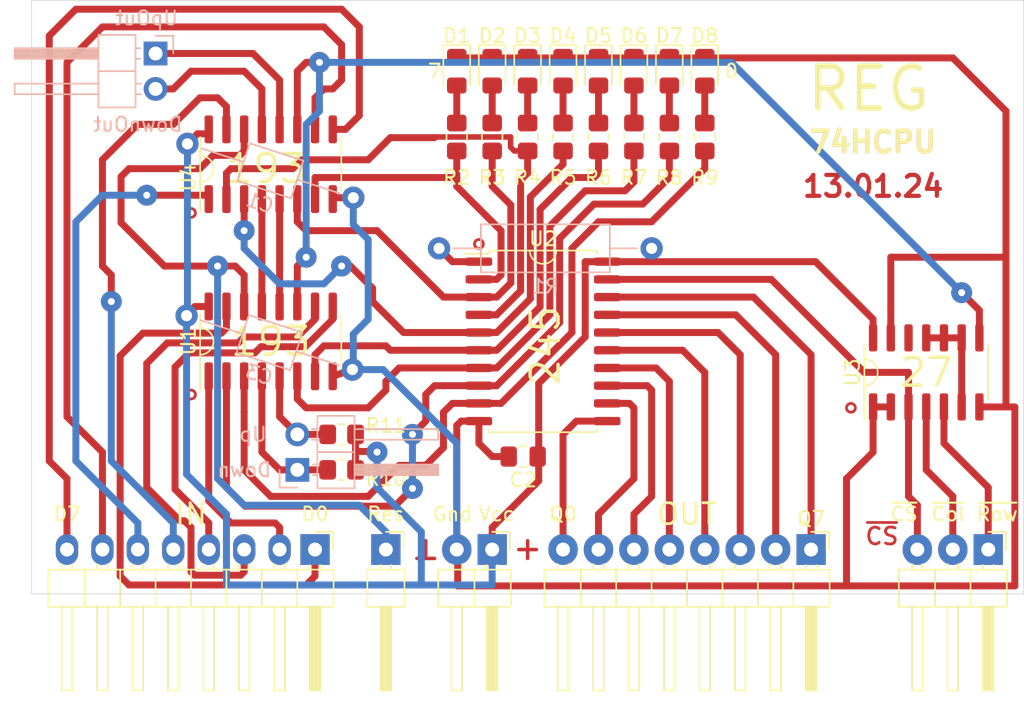
<source format=kicad_pcb>
(kicad_pcb (version 20171130) (host pcbnew "(5.1.8)-1")

  (general
    (thickness 1.6)
    (drawings 39)
    (tracks 381)
    (zones 0)
    (modules 33)
    (nets 49)
  )

  (page A4 portrait)
  (layers
    (0 F.Cu signal)
    (31 B.Cu signal)
    (32 B.Adhes user)
    (33 F.Adhes user)
    (34 B.Paste user)
    (35 F.Paste user)
    (36 B.SilkS user)
    (37 F.SilkS user)
    (38 B.Mask user)
    (39 F.Mask user)
    (40 Dwgs.User user)
    (41 Cmts.User user)
    (42 Eco1.User user)
    (43 Eco2.User user)
    (44 Edge.Cuts user)
    (45 Margin user)
    (46 B.CrtYd user)
    (47 F.CrtYd user)
    (48 B.Fab user)
    (49 F.Fab user)
  )

  (setup
    (last_trace_width 0.5)
    (user_trace_width 0.4)
    (user_trace_width 0.5)
    (user_trace_width 0.6)
    (trace_clearance 0.2)
    (zone_clearance 0.508)
    (zone_45_only no)
    (trace_min 0.2)
    (via_size 0.8)
    (via_drill 0.4)
    (via_min_size 0.4)
    (via_min_drill 0.3)
    (user_via 1.5 0.5)
    (uvia_size 0.3)
    (uvia_drill 0.1)
    (uvias_allowed no)
    (uvia_min_size 0.2)
    (uvia_min_drill 0.1)
    (edge_width 0.05)
    (segment_width 0.5)
    (pcb_text_width 0.3)
    (pcb_text_size 1.5 1.5)
    (mod_edge_width 0.12)
    (mod_text_size 1 1)
    (mod_text_width 0.15)
    (pad_size 2.2 2.1)
    (pad_drill 1)
    (pad_to_mask_clearance 0)
    (aux_axis_origin 0 0)
    (visible_elements 7FFFFFFF)
    (pcbplotparams
      (layerselection 0x010f0_ffffffff)
      (usegerberextensions false)
      (usegerberattributes false)
      (usegerberadvancedattributes false)
      (creategerberjobfile false)
      (excludeedgelayer true)
      (linewidth 0.100000)
      (plotframeref false)
      (viasonmask false)
      (mode 1)
      (useauxorigin true)
      (hpglpennumber 1)
      (hpglpenspeed 20)
      (hpglpendiameter 15.000000)
      (psnegative false)
      (psa4output false)
      (plotreference true)
      (plotvalue true)
      (plotinvisibletext false)
      (padsonsilk false)
      (subtractmaskfromsilk false)
      (outputformat 1)
      (mirror false)
      (drillshape 0)
      (scaleselection 1)
      (outputdirectory "gerber/"))
  )

  (net 0 "")
  (net 1 VCC)
  (net 2 GND)
  (net 3 /D7)
  (net 4 /D6)
  (net 5 /D5)
  (net 6 /D4)
  (net 7 /D3)
  (net 8 /D2)
  (net 9 /D1)
  (net 10 /D0)
  (net 11 /Q0)
  (net 12 /Q1)
  (net 13 /Q2)
  (net 14 /Q3)
  (net 15 /Q4)
  (net 16 /Q5)
  (net 17 /Q6)
  (net 18 /Q7)
  (net 19 /~Row)
  (net 20 /~Col)
  (net 21 /~CS)
  (net 22 "Net-(D1-Pad2)")
  (net 23 "Net-(D2-Pad2)")
  (net 24 "Net-(D3-Pad2)")
  (net 25 "Net-(D4-Pad2)")
  (net 26 "Net-(D5-Pad2)")
  (net 27 "Net-(D6-Pad2)")
  (net 28 "Net-(D7-Pad2)")
  (net 29 "Net-(D8-Pad2)")
  (net 30 "Net-(R1-Pad1)")
  (net 31 /L0)
  (net 32 /L1)
  (net 33 /L2)
  (net 34 /L3)
  (net 35 /L4)
  (net 36 /L5)
  (net 37 /L6)
  (net 38 /L7)
  (net 39 "Net-(U3-Pad12)")
  (net 40 /Res)
  (net 41 /~LOAD)
  (net 42 /Up)
  (net 43 /Down)
  (net 44 "Net-(U3-Pad10)")
  (net 45 /DownOut)
  (net 46 /UpOut)
  (net 47 /DownLH)
  (net 48 /UpLH)

  (net_class Default "This is the default net class."
    (clearance 0.2)
    (trace_width 0.25)
    (via_dia 0.8)
    (via_drill 0.4)
    (uvia_dia 0.3)
    (uvia_drill 0.1)
    (add_net /D0)
    (add_net /D1)
    (add_net /D2)
    (add_net /D3)
    (add_net /D4)
    (add_net /D5)
    (add_net /D6)
    (add_net /D7)
    (add_net /Down)
    (add_net /DownLH)
    (add_net /DownOut)
    (add_net /L0)
    (add_net /L1)
    (add_net /L2)
    (add_net /L3)
    (add_net /L4)
    (add_net /L5)
    (add_net /L6)
    (add_net /L7)
    (add_net /Q0)
    (add_net /Q1)
    (add_net /Q2)
    (add_net /Q3)
    (add_net /Q4)
    (add_net /Q5)
    (add_net /Q6)
    (add_net /Q7)
    (add_net /Res)
    (add_net /Up)
    (add_net /UpLH)
    (add_net /UpOut)
    (add_net /~CS)
    (add_net /~Col)
    (add_net /~LOAD)
    (add_net /~Row)
    (add_net GND)
    (add_net "Net-(D1-Pad2)")
    (add_net "Net-(D2-Pad2)")
    (add_net "Net-(D3-Pad2)")
    (add_net "Net-(D4-Pad2)")
    (add_net "Net-(D5-Pad2)")
    (add_net "Net-(D6-Pad2)")
    (add_net "Net-(D7-Pad2)")
    (add_net "Net-(D8-Pad2)")
    (add_net "Net-(R1-Pad1)")
    (add_net "Net-(U3-Pad10)")
    (add_net "Net-(U3-Pad12)")
    (add_net VCC)
  )

  (module Resistor_SMD:R_0805_2012Metric_Pad1.20x1.40mm_HandSolder (layer F.Cu) (tedit 5F68FEEE) (tstamp 65A325EF)
    (at 73.025 45.085)
    (descr "Resistor SMD 0805 (2012 Metric), square (rectangular) end terminal, IPC_7351 nominal with elongated pad for handsoldering. (Body size source: IPC-SM-782 page 72, https://www.pcb-3d.com/wordpress/wp-content/uploads/ipc-sm-782a_amendment_1_and_2.pdf), generated with kicad-footprint-generator")
    (tags "resistor handsolder")
    (path /65A363AC)
    (attr smd)
    (fp_text reference R11 (at 3.175 -0.635) (layer F.SilkS)
      (effects (font (size 1 1) (thickness 0.15)))
    )
    (fp_text value 10k (at 0 1.65) (layer F.Fab)
      (effects (font (size 1 1) (thickness 0.15)))
    )
    (fp_line (start 1.85 0.95) (end -1.85 0.95) (layer F.CrtYd) (width 0.05))
    (fp_line (start 1.85 -0.95) (end 1.85 0.95) (layer F.CrtYd) (width 0.05))
    (fp_line (start -1.85 -0.95) (end 1.85 -0.95) (layer F.CrtYd) (width 0.05))
    (fp_line (start -1.85 0.95) (end -1.85 -0.95) (layer F.CrtYd) (width 0.05))
    (fp_line (start -0.227064 0.735) (end 0.227064 0.735) (layer F.SilkS) (width 0.12))
    (fp_line (start -0.227064 -0.735) (end 0.227064 -0.735) (layer F.SilkS) (width 0.12))
    (fp_line (start 1 0.625) (end -1 0.625) (layer F.Fab) (width 0.1))
    (fp_line (start 1 -0.625) (end 1 0.625) (layer F.Fab) (width 0.1))
    (fp_line (start -1 -0.625) (end 1 -0.625) (layer F.Fab) (width 0.1))
    (fp_line (start -1 0.625) (end -1 -0.625) (layer F.Fab) (width 0.1))
    (fp_text user %R (at 0 0) (layer F.Fab)
      (effects (font (size 0.5 0.5) (thickness 0.08)))
    )
    (pad 2 smd roundrect (at 1 0) (size 1.2 1.4) (layers F.Cu F.Paste F.Mask) (roundrect_rratio 0.208333)
      (net 1 VCC))
    (pad 1 smd roundrect (at -1 0) (size 1.2 1.4) (layers F.Cu F.Paste F.Mask) (roundrect_rratio 0.208333)
      (net 42 /Up))
    (model ${KISYS3DMOD}/Resistor_SMD.3dshapes/R_0805_2012Metric.wrl
      (at (xyz 0 0 0))
      (scale (xyz 1 1 1))
      (rotate (xyz 0 0 0))
    )
  )

  (module Resistor_SMD:R_0805_2012Metric_Pad1.20x1.40mm_HandSolder (layer F.Cu) (tedit 5F68FEEE) (tstamp 65A325DE)
    (at 73.025 47.625)
    (descr "Resistor SMD 0805 (2012 Metric), square (rectangular) end terminal, IPC_7351 nominal with elongated pad for handsoldering. (Body size source: IPC-SM-782 page 72, https://www.pcb-3d.com/wordpress/wp-content/uploads/ipc-sm-782a_amendment_1_and_2.pdf), generated with kicad-footprint-generator")
    (tags "resistor handsolder")
    (path /65A34615)
    (attr smd)
    (fp_text reference R10 (at 3.175 0.635) (layer F.SilkS)
      (effects (font (size 1 1) (thickness 0.15)))
    )
    (fp_text value 10k (at 0 1.65) (layer F.Fab)
      (effects (font (size 1 1) (thickness 0.15)))
    )
    (fp_line (start 1.85 0.95) (end -1.85 0.95) (layer F.CrtYd) (width 0.05))
    (fp_line (start 1.85 -0.95) (end 1.85 0.95) (layer F.CrtYd) (width 0.05))
    (fp_line (start -1.85 -0.95) (end 1.85 -0.95) (layer F.CrtYd) (width 0.05))
    (fp_line (start -1.85 0.95) (end -1.85 -0.95) (layer F.CrtYd) (width 0.05))
    (fp_line (start -0.227064 0.735) (end 0.227064 0.735) (layer F.SilkS) (width 0.12))
    (fp_line (start -0.227064 -0.735) (end 0.227064 -0.735) (layer F.SilkS) (width 0.12))
    (fp_line (start 1 0.625) (end -1 0.625) (layer F.Fab) (width 0.1))
    (fp_line (start 1 -0.625) (end 1 0.625) (layer F.Fab) (width 0.1))
    (fp_line (start -1 -0.625) (end 1 -0.625) (layer F.Fab) (width 0.1))
    (fp_line (start -1 0.625) (end -1 -0.625) (layer F.Fab) (width 0.1))
    (fp_text user %R (at 0 0) (layer F.Fab)
      (effects (font (size 0.5 0.5) (thickness 0.08)))
    )
    (pad 2 smd roundrect (at 1 0) (size 1.2 1.4) (layers F.Cu F.Paste F.Mask) (roundrect_rratio 0.208333)
      (net 1 VCC))
    (pad 1 smd roundrect (at -1 0) (size 1.2 1.4) (layers F.Cu F.Paste F.Mask) (roundrect_rratio 0.208333)
      (net 43 /Down))
    (model ${KISYS3DMOD}/Resistor_SMD.3dshapes/R_0805_2012Metric.wrl
      (at (xyz 0 0 0))
      (scale (xyz 1 1 1))
      (rotate (xyz 0 0 0))
    )
  )

  (module Resistor_THT:R_Axial_DIN0309_L9.0mm_D3.2mm_P15.24mm_Horizontal (layer B.Cu) (tedit 5AE5139B) (tstamp 63558200)
    (at 80.01 31.75)
    (descr "Resistor, Axial_DIN0309 series, Axial, Horizontal, pin pitch=15.24mm, 0.5W = 1/2W, length*diameter=9*3.2mm^2, http://cdn-reichelt.de/documents/datenblatt/B400/1_4W%23YAG.pdf")
    (tags "Resistor Axial_DIN0309 series Axial Horizontal pin pitch 15.24mm 0.5W = 1/2W length 9mm diameter 3.2mm")
    (path /635595B9)
    (fp_text reference R1 (at 7.62 2.72) (layer B.SilkS)
      (effects (font (size 1 1) (thickness 0.15)) (justify mirror))
    )
    (fp_text value 10k (at 7.62 -2.72) (layer B.Fab)
      (effects (font (size 1 1) (thickness 0.15)) (justify mirror))
    )
    (fp_line (start 3.12 1.6) (end 3.12 -1.6) (layer B.Fab) (width 0.1))
    (fp_line (start 3.12 -1.6) (end 12.12 -1.6) (layer B.Fab) (width 0.1))
    (fp_line (start 12.12 -1.6) (end 12.12 1.6) (layer B.Fab) (width 0.1))
    (fp_line (start 12.12 1.6) (end 3.12 1.6) (layer B.Fab) (width 0.1))
    (fp_line (start 0 0) (end 3.12 0) (layer B.Fab) (width 0.1))
    (fp_line (start 15.24 0) (end 12.12 0) (layer B.Fab) (width 0.1))
    (fp_line (start 3 1.72) (end 3 -1.72) (layer B.SilkS) (width 0.12))
    (fp_line (start 3 -1.72) (end 12.24 -1.72) (layer B.SilkS) (width 0.12))
    (fp_line (start 12.24 -1.72) (end 12.24 1.72) (layer B.SilkS) (width 0.12))
    (fp_line (start 12.24 1.72) (end 3 1.72) (layer B.SilkS) (width 0.12))
    (fp_line (start 1.04 0) (end 3 0) (layer B.SilkS) (width 0.12))
    (fp_line (start 14.2 0) (end 12.24 0) (layer B.SilkS) (width 0.12))
    (fp_line (start -1.05 1.85) (end -1.05 -1.85) (layer B.CrtYd) (width 0.05))
    (fp_line (start -1.05 -1.85) (end 16.29 -1.85) (layer B.CrtYd) (width 0.05))
    (fp_line (start 16.29 -1.85) (end 16.29 1.85) (layer B.CrtYd) (width 0.05))
    (fp_line (start 16.29 1.85) (end -1.05 1.85) (layer B.CrtYd) (width 0.05))
    (fp_text user %R (at 7.62 0) (layer B.Fab)
      (effects (font (size 1 1) (thickness 0.15)) (justify mirror))
    )
    (pad 2 thru_hole oval (at 15.24 0) (size 1.6 1.6) (drill 0.8) (layers *.Cu *.Mask)
      (net 1 VCC))
    (pad 1 thru_hole circle (at 0 0) (size 1.6 1.6) (drill 0.8) (layers *.Cu *.Mask)
      (net 30 "Net-(R1-Pad1)"))
    (model ${KISYS3DMOD}/Resistor_THT.3dshapes/R_Axial_DIN0309_L9.0mm_D3.2mm_P15.24mm_Horizontal.wrl
      (at (xyz 0 0 0))
      (scale (xyz 1 1 1))
      (rotate (xyz 0 0 0))
    )
  )

  (module Capacitor_THT:C_Axial_L3.8mm_D2.6mm_P12.50mm_Horizontal (layer B.Cu) (tedit 5AE50EF0) (tstamp 64AE1E01)
    (at 61.9125 36.576 342)
    (descr "C, Axial series, Axial, Horizontal, pin pitch=12.5mm, , length*diameter=3.8*2.6mm^2, http://www.vishay.com/docs/45231/arseries.pdf")
    (tags "C Axial series Axial Horizontal pin pitch 12.5mm  length 3.8mm diameter 2.6mm")
    (path /64B68F67)
    (fp_text reference C3 (at 6.25 2.42 342) (layer B.SilkS)
      (effects (font (size 1 1) (thickness 0.15)) (justify mirror))
    )
    (fp_text value 0.1uF (at 6.25 -2.42 342) (layer B.Fab)
      (effects (font (size 1 1) (thickness 0.15)) (justify mirror))
    )
    (fp_line (start 13.55 1.55) (end -1.05 1.55) (layer B.CrtYd) (width 0.05))
    (fp_line (start 13.55 -1.55) (end 13.55 1.55) (layer B.CrtYd) (width 0.05))
    (fp_line (start -1.05 -1.55) (end 13.55 -1.55) (layer B.CrtYd) (width 0.05))
    (fp_line (start -1.05 1.55) (end -1.05 -1.55) (layer B.CrtYd) (width 0.05))
    (fp_line (start 11.46 0) (end 8.27 0) (layer B.SilkS) (width 0.12))
    (fp_line (start 1.04 0) (end 4.23 0) (layer B.SilkS) (width 0.12))
    (fp_line (start 8.27 1.42) (end 4.23 1.42) (layer B.SilkS) (width 0.12))
    (fp_line (start 8.27 -1.42) (end 8.27 1.42) (layer B.SilkS) (width 0.12))
    (fp_line (start 4.23 -1.42) (end 8.27 -1.42) (layer B.SilkS) (width 0.12))
    (fp_line (start 4.23 1.42) (end 4.23 -1.42) (layer B.SilkS) (width 0.12))
    (fp_line (start 12.5 0) (end 8.15 0) (layer B.Fab) (width 0.1))
    (fp_line (start 0 0) (end 4.35 0) (layer B.Fab) (width 0.1))
    (fp_line (start 8.15 1.3) (end 4.35 1.3) (layer B.Fab) (width 0.1))
    (fp_line (start 8.15 -1.3) (end 8.15 1.3) (layer B.Fab) (width 0.1))
    (fp_line (start 4.35 -1.3) (end 8.15 -1.3) (layer B.Fab) (width 0.1))
    (fp_line (start 4.35 1.3) (end 4.35 -1.3) (layer B.Fab) (width 0.1))
    (fp_text user %R (at 6.25 0 342) (layer B.Fab)
      (effects (font (size 0.76 0.76) (thickness 0.114)) (justify mirror))
    )
    (pad 2 thru_hole oval (at 12.5 0 342) (size 1.6 1.6) (drill 0.8) (layers *.Cu *.Mask)
      (net 2 GND))
    (pad 1 thru_hole circle (at 0 0 342) (size 1.6 1.6) (drill 0.8) (layers *.Cu *.Mask)
      (net 1 VCC))
    (model ${KISYS3DMOD}/Capacitor_THT.3dshapes/C_Axial_L3.8mm_D2.6mm_P12.50mm_Horizontal.wrl
      (at (xyz 0 0 0))
      (scale (xyz 1 1 1))
      (rotate (xyz 0 0 0))
    )
  )

  (module Capacitor_THT:C_Axial_L3.8mm_D2.6mm_P12.50mm_Horizontal (layer B.Cu) (tedit 5AE50EF0) (tstamp 628D51CF)
    (at 61.976 24.257 342)
    (descr "C, Axial series, Axial, Horizontal, pin pitch=12.5mm, , length*diameter=3.8*2.6mm^2, http://www.vishay.com/docs/45231/arseries.pdf")
    (tags "C Axial series Axial Horizontal pin pitch 12.5mm  length 3.8mm diameter 2.6mm")
    (path /628F1683)
    (fp_text reference C1 (at 6.25 2.42 342) (layer B.SilkS)
      (effects (font (size 1 1) (thickness 0.15)) (justify mirror))
    )
    (fp_text value 0.1uF (at 6.25 -2.42 342) (layer B.Fab)
      (effects (font (size 1 1) (thickness 0.15)) (justify mirror))
    )
    (fp_line (start 4.35 1.3) (end 4.35 -1.3) (layer B.Fab) (width 0.1))
    (fp_line (start 4.35 -1.3) (end 8.15 -1.3) (layer B.Fab) (width 0.1))
    (fp_line (start 8.15 -1.3) (end 8.15 1.3) (layer B.Fab) (width 0.1))
    (fp_line (start 8.15 1.3) (end 4.35 1.3) (layer B.Fab) (width 0.1))
    (fp_line (start 0 0) (end 4.35 0) (layer B.Fab) (width 0.1))
    (fp_line (start 12.5 0) (end 8.15 0) (layer B.Fab) (width 0.1))
    (fp_line (start 4.23 1.42) (end 4.23 -1.42) (layer B.SilkS) (width 0.12))
    (fp_line (start 4.23 -1.42) (end 8.27 -1.42) (layer B.SilkS) (width 0.12))
    (fp_line (start 8.27 -1.42) (end 8.27 1.42) (layer B.SilkS) (width 0.12))
    (fp_line (start 8.27 1.42) (end 4.23 1.42) (layer B.SilkS) (width 0.12))
    (fp_line (start 1.04 0) (end 4.23 0) (layer B.SilkS) (width 0.12))
    (fp_line (start 11.46 0) (end 8.27 0) (layer B.SilkS) (width 0.12))
    (fp_line (start -1.05 1.55) (end -1.05 -1.55) (layer B.CrtYd) (width 0.05))
    (fp_line (start -1.05 -1.55) (end 13.55 -1.55) (layer B.CrtYd) (width 0.05))
    (fp_line (start 13.55 -1.55) (end 13.55 1.55) (layer B.CrtYd) (width 0.05))
    (fp_line (start 13.55 1.55) (end -1.05 1.55) (layer B.CrtYd) (width 0.05))
    (fp_text user %R (at 6.25 0 342) (layer B.Fab)
      (effects (font (size 0.76 0.76) (thickness 0.114)) (justify mirror))
    )
    (pad 2 thru_hole oval (at 12.5 0 342) (size 1.6 1.6) (drill 0.8) (layers *.Cu *.Mask)
      (net 2 GND))
    (pad 1 thru_hole circle (at 0 0 342) (size 1.6 1.6) (drill 0.8) (layers *.Cu *.Mask)
      (net 1 VCC))
    (model ${KISYS3DMOD}/Capacitor_THT.3dshapes/C_Axial_L3.8mm_D2.6mm_P12.50mm_Horizontal.wrl
      (at (xyz 0 0 0))
      (scale (xyz 1 1 1))
      (rotate (xyz 0 0 0))
    )
  )

  (module Package_SO:SOP-16_3.9x9.9mm_P1.27mm (layer F.Cu) (tedit 5F476169) (tstamp 64AC9477)
    (at 67.945 25.7175 90)
    (descr "SOP, 16 Pin (https://www.diodes.com/assets/Datasheets/PAM8403.pdf), generated with kicad-footprint-generator ipc_gullwing_generator.py")
    (tags "SOP SO")
    (path /64AD324A)
    (attr smd)
    (fp_text reference U4 (at -0.9525 -5.9 90) (layer F.SilkS)
      (effects (font (size 1 1) (thickness 0.15)))
    )
    (fp_text value 74LS193 (at 0 1.27) (layer F.Fab)
      (effects (font (size 1 1) (thickness 0.15)))
    )
    (fp_line (start 0 5.06) (end 1.95 5.06) (layer F.SilkS) (width 0.12))
    (fp_line (start 0 5.06) (end -1.95 5.06) (layer F.SilkS) (width 0.12))
    (fp_line (start 0 -5.06) (end 1.95 -5.06) (layer F.SilkS) (width 0.12))
    (fp_line (start 0 -5.06) (end -3.5 -5.06) (layer F.SilkS) (width 0.12))
    (fp_line (start -0.975 -4.95) (end 1.95 -4.95) (layer F.Fab) (width 0.1))
    (fp_line (start 1.95 -4.95) (end 1.95 4.95) (layer F.Fab) (width 0.1))
    (fp_line (start 1.95 4.95) (end -1.95 4.95) (layer F.Fab) (width 0.1))
    (fp_line (start -1.95 4.95) (end -1.95 -3.975) (layer F.Fab) (width 0.1))
    (fp_line (start -1.95 -3.975) (end -0.975 -4.95) (layer F.Fab) (width 0.1))
    (fp_line (start -3.75 -5.2) (end -3.75 5.2) (layer F.CrtYd) (width 0.05))
    (fp_line (start -3.75 5.2) (end 3.75 5.2) (layer F.CrtYd) (width 0.05))
    (fp_line (start 3.75 5.2) (end 3.75 -5.2) (layer F.CrtYd) (width 0.05))
    (fp_line (start 3.75 -5.2) (end -3.75 -5.2) (layer F.CrtYd) (width 0.05))
    (fp_text user %R (at 0 0 90) (layer F.Fab)
      (effects (font (size 0.98 0.98) (thickness 0.15)))
    )
    (pad 16 smd roundrect (at 2.5 -4.445 90) (size 2 0.6) (layers F.Cu F.Paste F.Mask) (roundrect_rratio 0.25)
      (net 1 VCC))
    (pad 15 smd roundrect (at 2.5 -3.175 90) (size 2 0.6) (layers F.Cu F.Paste F.Mask) (roundrect_rratio 0.25)
      (net 6 /D4))
    (pad 14 smd roundrect (at 2.5 -1.905 90) (size 2 0.6) (layers F.Cu F.Paste F.Mask) (roundrect_rratio 0.25)
      (net 40 /Res))
    (pad 13 smd roundrect (at 2.5 -0.635 90) (size 2 0.6) (layers F.Cu F.Paste F.Mask) (roundrect_rratio 0.25)
      (net 45 /DownOut))
    (pad 12 smd roundrect (at 2.5 0.635 90) (size 2 0.6) (layers F.Cu F.Paste F.Mask) (roundrect_rratio 0.25)
      (net 46 /UpOut))
    (pad 11 smd roundrect (at 2.5 1.905 90) (size 2 0.6) (layers F.Cu F.Paste F.Mask) (roundrect_rratio 0.25)
      (net 41 /~LOAD))
    (pad 10 smd roundrect (at 2.5 3.175 90) (size 2 0.6) (layers F.Cu F.Paste F.Mask) (roundrect_rratio 0.25)
      (net 4 /D6))
    (pad 9 smd roundrect (at 2.5 4.445 90) (size 2 0.6) (layers F.Cu F.Paste F.Mask) (roundrect_rratio 0.25)
      (net 3 /D7))
    (pad 8 smd roundrect (at -2.5 4.445 90) (size 2 0.6) (layers F.Cu F.Paste F.Mask) (roundrect_rratio 0.25)
      (net 2 GND))
    (pad 7 smd roundrect (at -2.5 3.175 90) (size 2 0.6) (layers F.Cu F.Paste F.Mask) (roundrect_rratio 0.25)
      (net 38 /L7))
    (pad 6 smd roundrect (at -2.5 1.905 90) (size 2 0.6) (layers F.Cu F.Paste F.Mask) (roundrect_rratio 0.25)
      (net 37 /L6))
    (pad 5 smd roundrect (at -2.5 0.635 90) (size 2 0.6) (layers F.Cu F.Paste F.Mask) (roundrect_rratio 0.25)
      (net 48 /UpLH))
    (pad 4 smd roundrect (at -2.5 -0.635 90) (size 2 0.6) (layers F.Cu F.Paste F.Mask) (roundrect_rratio 0.25)
      (net 47 /DownLH))
    (pad 3 smd roundrect (at -2.5 -1.905 90) (size 2 0.6) (layers F.Cu F.Paste F.Mask) (roundrect_rratio 0.25)
      (net 35 /L4))
    (pad 2 smd roundrect (at -2.5 -3.175 90) (size 2 0.6) (layers F.Cu F.Paste F.Mask) (roundrect_rratio 0.25)
      (net 36 /L5))
    (pad 1 smd roundrect (at -2.5 -4.445 90) (size 2 0.6) (layers F.Cu F.Paste F.Mask) (roundrect_rratio 0.25)
      (net 5 /D5))
    (model ${KISYS3DMOD}/Package_SO.3dshapes/SOP-16_3.9x9.9mm_P1.27mm.wrl
      (at (xyz 0 0 0))
      (scale (xyz 1 1 1))
      (rotate (xyz 0 0 0))
    )
  )

  (module Package_SO:SOP-16_3.9x9.9mm_P1.27mm (layer F.Cu) (tedit 5F476169) (tstamp 64AC93C3)
    (at 67.945 38.4175 90)
    (descr "SOP, 16 Pin (https://www.diodes.com/assets/Datasheets/PAM8403.pdf), generated with kicad-footprint-generator ipc_gullwing_generator.py")
    (tags "SOP SO")
    (path /64ACA6DA)
    (attr smd)
    (fp_text reference U1 (at 0 -5.9 90) (layer F.SilkS)
      (effects (font (size 1 1) (thickness 0.15)))
    )
    (fp_text value 74LS193 (at 0 0) (layer F.Fab)
      (effects (font (size 1 1) (thickness 0.15)))
    )
    (fp_line (start 0 5.06) (end 1.95 5.06) (layer F.SilkS) (width 0.12))
    (fp_line (start 0 5.06) (end -1.95 5.06) (layer F.SilkS) (width 0.12))
    (fp_line (start 0 -5.06) (end 1.95 -5.06) (layer F.SilkS) (width 0.12))
    (fp_line (start 0 -5.06) (end -3.5 -5.06) (layer F.SilkS) (width 0.12))
    (fp_line (start -0.975 -4.95) (end 1.95 -4.95) (layer F.Fab) (width 0.1))
    (fp_line (start 1.95 -4.95) (end 1.95 4.95) (layer F.Fab) (width 0.1))
    (fp_line (start 1.95 4.95) (end -1.95 4.95) (layer F.Fab) (width 0.1))
    (fp_line (start -1.95 4.95) (end -1.95 -3.975) (layer F.Fab) (width 0.1))
    (fp_line (start -1.95 -3.975) (end -0.975 -4.95) (layer F.Fab) (width 0.1))
    (fp_line (start -3.75 -5.2) (end -3.75 5.2) (layer F.CrtYd) (width 0.05))
    (fp_line (start -3.75 5.2) (end 3.75 5.2) (layer F.CrtYd) (width 0.05))
    (fp_line (start 3.75 5.2) (end 3.75 -5.2) (layer F.CrtYd) (width 0.05))
    (fp_line (start 3.75 -5.2) (end -3.75 -5.2) (layer F.CrtYd) (width 0.05))
    (fp_text user %R (at 0 0 90) (layer F.Fab)
      (effects (font (size 0.98 0.98) (thickness 0.15)))
    )
    (pad 16 smd roundrect (at 2.5 -4.445 90) (size 2 0.6) (layers F.Cu F.Paste F.Mask) (roundrect_rratio 0.25)
      (net 1 VCC))
    (pad 15 smd roundrect (at 2.5 -3.175 90) (size 2 0.6) (layers F.Cu F.Paste F.Mask) (roundrect_rratio 0.25)
      (net 10 /D0))
    (pad 14 smd roundrect (at 2.5 -1.905 90) (size 2 0.6) (layers F.Cu F.Paste F.Mask) (roundrect_rratio 0.25)
      (net 40 /Res))
    (pad 13 smd roundrect (at 2.5 -0.635 90) (size 2 0.6) (layers F.Cu F.Paste F.Mask) (roundrect_rratio 0.25)
      (net 47 /DownLH))
    (pad 12 smd roundrect (at 2.5 0.635 90) (size 2 0.6) (layers F.Cu F.Paste F.Mask) (roundrect_rratio 0.25)
      (net 48 /UpLH))
    (pad 11 smd roundrect (at 2.5 1.905 90) (size 2 0.6) (layers F.Cu F.Paste F.Mask) (roundrect_rratio 0.25)
      (net 41 /~LOAD))
    (pad 10 smd roundrect (at 2.5 3.175 90) (size 2 0.6) (layers F.Cu F.Paste F.Mask) (roundrect_rratio 0.25)
      (net 8 /D2))
    (pad 9 smd roundrect (at 2.5 4.445 90) (size 2 0.6) (layers F.Cu F.Paste F.Mask) (roundrect_rratio 0.25)
      (net 7 /D3))
    (pad 8 smd roundrect (at -2.5 4.445 90) (size 2 0.6) (layers F.Cu F.Paste F.Mask) (roundrect_rratio 0.25)
      (net 2 GND))
    (pad 7 smd roundrect (at -2.5 3.175 90) (size 2 0.6) (layers F.Cu F.Paste F.Mask) (roundrect_rratio 0.25)
      (net 34 /L3))
    (pad 6 smd roundrect (at -2.5 1.905 90) (size 2 0.6) (layers F.Cu F.Paste F.Mask) (roundrect_rratio 0.25)
      (net 33 /L2))
    (pad 5 smd roundrect (at -2.5 0.635 90) (size 2 0.6) (layers F.Cu F.Paste F.Mask) (roundrect_rratio 0.25)
      (net 42 /Up))
    (pad 4 smd roundrect (at -2.5 -0.635 90) (size 2 0.6) (layers F.Cu F.Paste F.Mask) (roundrect_rratio 0.25)
      (net 43 /Down))
    (pad 3 smd roundrect (at -2.5 -1.905 90) (size 2 0.6) (layers F.Cu F.Paste F.Mask) (roundrect_rratio 0.25)
      (net 31 /L0))
    (pad 2 smd roundrect (at -2.5 -3.175 90) (size 2 0.6) (layers F.Cu F.Paste F.Mask) (roundrect_rratio 0.25)
      (net 32 /L1))
    (pad 1 smd roundrect (at -2.5 -4.445 90) (size 2 0.6) (layers F.Cu F.Paste F.Mask) (roundrect_rratio 0.25)
      (net 9 /D1))
    (model ${KISYS3DMOD}/Package_SO.3dshapes/SOP-16_3.9x9.9mm_P1.27mm.wrl
      (at (xyz 0 0 0))
      (scale (xyz 1 1 1))
      (rotate (xyz 0 0 0))
    )
  )

  (module Capacitor_SMD:C_0805_2012Metric_Pad1.18x1.45mm_HandSolder (layer F.Cu) (tedit 5F68FEEF) (tstamp 636EB57C)
    (at 86.0425 46.6725 180)
    (descr "Capacitor SMD 0805 (2012 Metric), square (rectangular) end terminal, IPC_7351 nominal with elongated pad for handsoldering. (Body size source: IPC-SM-782 page 76, https://www.pcb-3d.com/wordpress/wp-content/uploads/ipc-sm-782a_amendment_1_and_2.pdf, https://docs.google.com/spreadsheets/d/1BsfQQcO9C6DZCsRaXUlFlo91Tg2WpOkGARC1WS5S8t0/edit?usp=sharing), generated with kicad-footprint-generator")
    (tags "capacitor handsolder")
    (path /636EBD1D)
    (attr smd)
    (fp_text reference C2 (at 0 -1.68) (layer F.SilkS)
      (effects (font (size 1 1) (thickness 0.15)))
    )
    (fp_text value 0.1uF (at 0 1.68) (layer F.Fab)
      (effects (font (size 1 1) (thickness 0.15)))
    )
    (fp_line (start -1 0.625) (end -1 -0.625) (layer F.Fab) (width 0.1))
    (fp_line (start -1 -0.625) (end 1 -0.625) (layer F.Fab) (width 0.1))
    (fp_line (start 1 -0.625) (end 1 0.625) (layer F.Fab) (width 0.1))
    (fp_line (start 1 0.625) (end -1 0.625) (layer F.Fab) (width 0.1))
    (fp_line (start -0.261252 -0.735) (end 0.261252 -0.735) (layer F.SilkS) (width 0.12))
    (fp_line (start -0.261252 0.735) (end 0.261252 0.735) (layer F.SilkS) (width 0.12))
    (fp_line (start -1.88 0.98) (end -1.88 -0.98) (layer F.CrtYd) (width 0.05))
    (fp_line (start -1.88 -0.98) (end 1.88 -0.98) (layer F.CrtYd) (width 0.05))
    (fp_line (start 1.88 -0.98) (end 1.88 0.98) (layer F.CrtYd) (width 0.05))
    (fp_line (start 1.88 0.98) (end -1.88 0.98) (layer F.CrtYd) (width 0.05))
    (fp_text user %R (at 0 0) (layer F.Fab)
      (effects (font (size 0.5 0.5) (thickness 0.08)))
    )
    (pad 2 smd roundrect (at 1.0375 0 180) (size 1.175 1.45) (layers F.Cu F.Paste F.Mask) (roundrect_rratio 0.2127659574468085)
      (net 2 GND))
    (pad 1 smd roundrect (at -1.0375 0 180) (size 1.175 1.45) (layers F.Cu F.Paste F.Mask) (roundrect_rratio 0.2127659574468085)
      (net 1 VCC))
    (model ${KISYS3DMOD}/Capacitor_SMD.3dshapes/C_0805_2012Metric.wrl
      (at (xyz 0 0 0))
      (scale (xyz 1 1 1))
      (rotate (xyz 0 0 0))
    )
  )

  (module Resistor_SMD:R_0805_2012Metric_Pad1.20x1.40mm_HandSolder (layer F.Cu) (tedit 5F68FEEE) (tstamp 63558288)
    (at 99.06 23.765 90)
    (descr "Resistor SMD 0805 (2012 Metric), square (rectangular) end terminal, IPC_7351 nominal with elongated pad for handsoldering. (Body size source: IPC-SM-782 page 72, https://www.pcb-3d.com/wordpress/wp-content/uploads/ipc-sm-782a_amendment_1_and_2.pdf), generated with kicad-footprint-generator")
    (tags "resistor handsolder")
    (path /6357BAE6)
    (attr smd)
    (fp_text reference R9 (at -2.905 0 180) (layer F.SilkS)
      (effects (font (size 1 1) (thickness 0.15)))
    )
    (fp_text value 1k (at 0 1.65 90) (layer F.Fab)
      (effects (font (size 1 1) (thickness 0.15)))
    )
    (fp_line (start 1.85 0.95) (end -1.85 0.95) (layer F.CrtYd) (width 0.05))
    (fp_line (start 1.85 -0.95) (end 1.85 0.95) (layer F.CrtYd) (width 0.05))
    (fp_line (start -1.85 -0.95) (end 1.85 -0.95) (layer F.CrtYd) (width 0.05))
    (fp_line (start -1.85 0.95) (end -1.85 -0.95) (layer F.CrtYd) (width 0.05))
    (fp_line (start -0.227064 0.735) (end 0.227064 0.735) (layer F.SilkS) (width 0.12))
    (fp_line (start -0.227064 -0.735) (end 0.227064 -0.735) (layer F.SilkS) (width 0.12))
    (fp_line (start 1 0.625) (end -1 0.625) (layer F.Fab) (width 0.1))
    (fp_line (start 1 -0.625) (end 1 0.625) (layer F.Fab) (width 0.1))
    (fp_line (start -1 -0.625) (end 1 -0.625) (layer F.Fab) (width 0.1))
    (fp_line (start -1 0.625) (end -1 -0.625) (layer F.Fab) (width 0.1))
    (fp_text user %R (at 0 0 90) (layer F.Fab)
      (effects (font (size 0.5 0.5) (thickness 0.08)))
    )
    (pad 2 smd roundrect (at 1 0 90) (size 1.2 1.4) (layers F.Cu F.Paste F.Mask) (roundrect_rratio 0.2083325)
      (net 29 "Net-(D8-Pad2)"))
    (pad 1 smd roundrect (at -1 0 90) (size 1.2 1.4) (layers F.Cu F.Paste F.Mask) (roundrect_rratio 0.2083325)
      (net 31 /L0))
    (model ${KISYS3DMOD}/Resistor_SMD.3dshapes/R_0805_2012Metric.wrl
      (at (xyz 0 0 0))
      (scale (xyz 1 1 1))
      (rotate (xyz 0 0 0))
    )
  )

  (module Resistor_SMD:R_0805_2012Metric_Pad1.20x1.40mm_HandSolder (layer F.Cu) (tedit 5F68FEEE) (tstamp 63558277)
    (at 96.52 23.765 90)
    (descr "Resistor SMD 0805 (2012 Metric), square (rectangular) end terminal, IPC_7351 nominal with elongated pad for handsoldering. (Body size source: IPC-SM-782 page 72, https://www.pcb-3d.com/wordpress/wp-content/uploads/ipc-sm-782a_amendment_1_and_2.pdf), generated with kicad-footprint-generator")
    (tags "resistor handsolder")
    (path /6357BAD4)
    (attr smd)
    (fp_text reference R8 (at -2.905 0 180) (layer F.SilkS)
      (effects (font (size 1 1) (thickness 0.15)))
    )
    (fp_text value 1k (at 0 1.65 90) (layer F.Fab)
      (effects (font (size 1 1) (thickness 0.15)))
    )
    (fp_line (start 1.85 0.95) (end -1.85 0.95) (layer F.CrtYd) (width 0.05))
    (fp_line (start 1.85 -0.95) (end 1.85 0.95) (layer F.CrtYd) (width 0.05))
    (fp_line (start -1.85 -0.95) (end 1.85 -0.95) (layer F.CrtYd) (width 0.05))
    (fp_line (start -1.85 0.95) (end -1.85 -0.95) (layer F.CrtYd) (width 0.05))
    (fp_line (start -0.227064 0.735) (end 0.227064 0.735) (layer F.SilkS) (width 0.12))
    (fp_line (start -0.227064 -0.735) (end 0.227064 -0.735) (layer F.SilkS) (width 0.12))
    (fp_line (start 1 0.625) (end -1 0.625) (layer F.Fab) (width 0.1))
    (fp_line (start 1 -0.625) (end 1 0.625) (layer F.Fab) (width 0.1))
    (fp_line (start -1 -0.625) (end 1 -0.625) (layer F.Fab) (width 0.1))
    (fp_line (start -1 0.625) (end -1 -0.625) (layer F.Fab) (width 0.1))
    (fp_text user %R (at 0 0 90) (layer F.Fab)
      (effects (font (size 0.5 0.5) (thickness 0.08)))
    )
    (pad 2 smd roundrect (at 1 0 90) (size 1.2 1.4) (layers F.Cu F.Paste F.Mask) (roundrect_rratio 0.2083325)
      (net 28 "Net-(D7-Pad2)"))
    (pad 1 smd roundrect (at -1 0 90) (size 1.2 1.4) (layers F.Cu F.Paste F.Mask) (roundrect_rratio 0.2083325)
      (net 32 /L1))
    (model ${KISYS3DMOD}/Resistor_SMD.3dshapes/R_0805_2012Metric.wrl
      (at (xyz 0 0 0))
      (scale (xyz 1 1 1))
      (rotate (xyz 0 0 0))
    )
  )

  (module Resistor_SMD:R_0805_2012Metric_Pad1.20x1.40mm_HandSolder (layer F.Cu) (tedit 5F68FEEE) (tstamp 63558266)
    (at 93.98 23.765 90)
    (descr "Resistor SMD 0805 (2012 Metric), square (rectangular) end terminal, IPC_7351 nominal with elongated pad for handsoldering. (Body size source: IPC-SM-782 page 72, https://www.pcb-3d.com/wordpress/wp-content/uploads/ipc-sm-782a_amendment_1_and_2.pdf), generated with kicad-footprint-generator")
    (tags "resistor handsolder")
    (path /6357BAC2)
    (attr smd)
    (fp_text reference R7 (at -2.905 0 180) (layer F.SilkS)
      (effects (font (size 1 1) (thickness 0.15)))
    )
    (fp_text value 1k (at 0 1.65 90) (layer F.Fab)
      (effects (font (size 1 1) (thickness 0.15)))
    )
    (fp_line (start 1.85 0.95) (end -1.85 0.95) (layer F.CrtYd) (width 0.05))
    (fp_line (start 1.85 -0.95) (end 1.85 0.95) (layer F.CrtYd) (width 0.05))
    (fp_line (start -1.85 -0.95) (end 1.85 -0.95) (layer F.CrtYd) (width 0.05))
    (fp_line (start -1.85 0.95) (end -1.85 -0.95) (layer F.CrtYd) (width 0.05))
    (fp_line (start -0.227064 0.735) (end 0.227064 0.735) (layer F.SilkS) (width 0.12))
    (fp_line (start -0.227064 -0.735) (end 0.227064 -0.735) (layer F.SilkS) (width 0.12))
    (fp_line (start 1 0.625) (end -1 0.625) (layer F.Fab) (width 0.1))
    (fp_line (start 1 -0.625) (end 1 0.625) (layer F.Fab) (width 0.1))
    (fp_line (start -1 -0.625) (end 1 -0.625) (layer F.Fab) (width 0.1))
    (fp_line (start -1 0.625) (end -1 -0.625) (layer F.Fab) (width 0.1))
    (fp_text user %R (at 0 0 90) (layer F.Fab)
      (effects (font (size 0.5 0.5) (thickness 0.08)))
    )
    (pad 2 smd roundrect (at 1 0 90) (size 1.2 1.4) (layers F.Cu F.Paste F.Mask) (roundrect_rratio 0.2083325)
      (net 27 "Net-(D6-Pad2)"))
    (pad 1 smd roundrect (at -1 0 90) (size 1.2 1.4) (layers F.Cu F.Paste F.Mask) (roundrect_rratio 0.2083325)
      (net 33 /L2))
    (model ${KISYS3DMOD}/Resistor_SMD.3dshapes/R_0805_2012Metric.wrl
      (at (xyz 0 0 0))
      (scale (xyz 1 1 1))
      (rotate (xyz 0 0 0))
    )
  )

  (module Resistor_SMD:R_0805_2012Metric_Pad1.20x1.40mm_HandSolder (layer F.Cu) (tedit 5F68FEEE) (tstamp 63558255)
    (at 91.44 23.765 90)
    (descr "Resistor SMD 0805 (2012 Metric), square (rectangular) end terminal, IPC_7351 nominal with elongated pad for handsoldering. (Body size source: IPC-SM-782 page 72, https://www.pcb-3d.com/wordpress/wp-content/uploads/ipc-sm-782a_amendment_1_and_2.pdf), generated with kicad-footprint-generator")
    (tags "resistor handsolder")
    (path /6357BAB0)
    (attr smd)
    (fp_text reference R6 (at -2.905 0 180) (layer F.SilkS)
      (effects (font (size 1 1) (thickness 0.15)))
    )
    (fp_text value 1k (at 0 1.65 90) (layer F.Fab)
      (effects (font (size 1 1) (thickness 0.15)))
    )
    (fp_line (start 1.85 0.95) (end -1.85 0.95) (layer F.CrtYd) (width 0.05))
    (fp_line (start 1.85 -0.95) (end 1.85 0.95) (layer F.CrtYd) (width 0.05))
    (fp_line (start -1.85 -0.95) (end 1.85 -0.95) (layer F.CrtYd) (width 0.05))
    (fp_line (start -1.85 0.95) (end -1.85 -0.95) (layer F.CrtYd) (width 0.05))
    (fp_line (start -0.227064 0.735) (end 0.227064 0.735) (layer F.SilkS) (width 0.12))
    (fp_line (start -0.227064 -0.735) (end 0.227064 -0.735) (layer F.SilkS) (width 0.12))
    (fp_line (start 1 0.625) (end -1 0.625) (layer F.Fab) (width 0.1))
    (fp_line (start 1 -0.625) (end 1 0.625) (layer F.Fab) (width 0.1))
    (fp_line (start -1 -0.625) (end 1 -0.625) (layer F.Fab) (width 0.1))
    (fp_line (start -1 0.625) (end -1 -0.625) (layer F.Fab) (width 0.1))
    (fp_text user %R (at 0 0 90) (layer F.Fab)
      (effects (font (size 0.5 0.5) (thickness 0.08)))
    )
    (pad 2 smd roundrect (at 1 0 90) (size 1.2 1.4) (layers F.Cu F.Paste F.Mask) (roundrect_rratio 0.2083325)
      (net 26 "Net-(D5-Pad2)"))
    (pad 1 smd roundrect (at -1 0 90) (size 1.2 1.4) (layers F.Cu F.Paste F.Mask) (roundrect_rratio 0.2083325)
      (net 34 /L3))
    (model ${KISYS3DMOD}/Resistor_SMD.3dshapes/R_0805_2012Metric.wrl
      (at (xyz 0 0 0))
      (scale (xyz 1 1 1))
      (rotate (xyz 0 0 0))
    )
  )

  (module Resistor_SMD:R_0805_2012Metric_Pad1.20x1.40mm_HandSolder (layer F.Cu) (tedit 5F68FEEE) (tstamp 63558244)
    (at 88.9 23.765 90)
    (descr "Resistor SMD 0805 (2012 Metric), square (rectangular) end terminal, IPC_7351 nominal with elongated pad for handsoldering. (Body size source: IPC-SM-782 page 72, https://www.pcb-3d.com/wordpress/wp-content/uploads/ipc-sm-782a_amendment_1_and_2.pdf), generated with kicad-footprint-generator")
    (tags "resistor handsolder")
    (path /63577066)
    (attr smd)
    (fp_text reference R5 (at -2.905 0 180) (layer F.SilkS)
      (effects (font (size 1 1) (thickness 0.15)))
    )
    (fp_text value 1k (at 0 1.65 90) (layer F.Fab)
      (effects (font (size 1 1) (thickness 0.15)))
    )
    (fp_line (start 1.85 0.95) (end -1.85 0.95) (layer F.CrtYd) (width 0.05))
    (fp_line (start 1.85 -0.95) (end 1.85 0.95) (layer F.CrtYd) (width 0.05))
    (fp_line (start -1.85 -0.95) (end 1.85 -0.95) (layer F.CrtYd) (width 0.05))
    (fp_line (start -1.85 0.95) (end -1.85 -0.95) (layer F.CrtYd) (width 0.05))
    (fp_line (start -0.227064 0.735) (end 0.227064 0.735) (layer F.SilkS) (width 0.12))
    (fp_line (start -0.227064 -0.735) (end 0.227064 -0.735) (layer F.SilkS) (width 0.12))
    (fp_line (start 1 0.625) (end -1 0.625) (layer F.Fab) (width 0.1))
    (fp_line (start 1 -0.625) (end 1 0.625) (layer F.Fab) (width 0.1))
    (fp_line (start -1 -0.625) (end 1 -0.625) (layer F.Fab) (width 0.1))
    (fp_line (start -1 0.625) (end -1 -0.625) (layer F.Fab) (width 0.1))
    (fp_text user %R (at 0 0 90) (layer F.Fab)
      (effects (font (size 0.5 0.5) (thickness 0.08)))
    )
    (pad 2 smd roundrect (at 1 0 90) (size 1.2 1.4) (layers F.Cu F.Paste F.Mask) (roundrect_rratio 0.2083325)
      (net 25 "Net-(D4-Pad2)"))
    (pad 1 smd roundrect (at -1 0 90) (size 1.2 1.4) (layers F.Cu F.Paste F.Mask) (roundrect_rratio 0.2083325)
      (net 35 /L4))
    (model ${KISYS3DMOD}/Resistor_SMD.3dshapes/R_0805_2012Metric.wrl
      (at (xyz 0 0 0))
      (scale (xyz 1 1 1))
      (rotate (xyz 0 0 0))
    )
  )

  (module Resistor_SMD:R_0805_2012Metric_Pad1.20x1.40mm_HandSolder (layer F.Cu) (tedit 5F68FEEE) (tstamp 63558233)
    (at 86.36 23.765 90)
    (descr "Resistor SMD 0805 (2012 Metric), square (rectangular) end terminal, IPC_7351 nominal with elongated pad for handsoldering. (Body size source: IPC-SM-782 page 72, https://www.pcb-3d.com/wordpress/wp-content/uploads/ipc-sm-782a_amendment_1_and_2.pdf), generated with kicad-footprint-generator")
    (tags "resistor handsolder")
    (path /635717BE)
    (attr smd)
    (fp_text reference R4 (at -2.905 0 180) (layer F.SilkS)
      (effects (font (size 1 1) (thickness 0.15)))
    )
    (fp_text value 1k (at 0 1.65 90) (layer F.Fab)
      (effects (font (size 1 1) (thickness 0.15)))
    )
    (fp_line (start 1.85 0.95) (end -1.85 0.95) (layer F.CrtYd) (width 0.05))
    (fp_line (start 1.85 -0.95) (end 1.85 0.95) (layer F.CrtYd) (width 0.05))
    (fp_line (start -1.85 -0.95) (end 1.85 -0.95) (layer F.CrtYd) (width 0.05))
    (fp_line (start -1.85 0.95) (end -1.85 -0.95) (layer F.CrtYd) (width 0.05))
    (fp_line (start -0.227064 0.735) (end 0.227064 0.735) (layer F.SilkS) (width 0.12))
    (fp_line (start -0.227064 -0.735) (end 0.227064 -0.735) (layer F.SilkS) (width 0.12))
    (fp_line (start 1 0.625) (end -1 0.625) (layer F.Fab) (width 0.1))
    (fp_line (start 1 -0.625) (end 1 0.625) (layer F.Fab) (width 0.1))
    (fp_line (start -1 -0.625) (end 1 -0.625) (layer F.Fab) (width 0.1))
    (fp_line (start -1 0.625) (end -1 -0.625) (layer F.Fab) (width 0.1))
    (fp_text user %R (at 0 0 90) (layer F.Fab)
      (effects (font (size 0.5 0.5) (thickness 0.08)))
    )
    (pad 2 smd roundrect (at 1 0 90) (size 1.2 1.4) (layers F.Cu F.Paste F.Mask) (roundrect_rratio 0.2083325)
      (net 24 "Net-(D3-Pad2)"))
    (pad 1 smd roundrect (at -1 0 90) (size 1.2 1.4) (layers F.Cu F.Paste F.Mask) (roundrect_rratio 0.2083325)
      (net 36 /L5))
    (model ${KISYS3DMOD}/Resistor_SMD.3dshapes/R_0805_2012Metric.wrl
      (at (xyz 0 0 0))
      (scale (xyz 1 1 1))
      (rotate (xyz 0 0 0))
    )
  )

  (module Resistor_SMD:R_0805_2012Metric_Pad1.20x1.40mm_HandSolder (layer F.Cu) (tedit 5F68FEEE) (tstamp 63558222)
    (at 83.82 23.765 90)
    (descr "Resistor SMD 0805 (2012 Metric), square (rectangular) end terminal, IPC_7351 nominal with elongated pad for handsoldering. (Body size source: IPC-SM-782 page 72, https://www.pcb-3d.com/wordpress/wp-content/uploads/ipc-sm-782a_amendment_1_and_2.pdf), generated with kicad-footprint-generator")
    (tags "resistor handsolder")
    (path /6357062C)
    (attr smd)
    (fp_text reference R3 (at -2.905 0 180) (layer F.SilkS)
      (effects (font (size 1 1) (thickness 0.15)))
    )
    (fp_text value 1k (at 0 1.65 90) (layer F.Fab)
      (effects (font (size 1 1) (thickness 0.15)))
    )
    (fp_line (start 1.85 0.95) (end -1.85 0.95) (layer F.CrtYd) (width 0.05))
    (fp_line (start 1.85 -0.95) (end 1.85 0.95) (layer F.CrtYd) (width 0.05))
    (fp_line (start -1.85 -0.95) (end 1.85 -0.95) (layer F.CrtYd) (width 0.05))
    (fp_line (start -1.85 0.95) (end -1.85 -0.95) (layer F.CrtYd) (width 0.05))
    (fp_line (start -0.227064 0.735) (end 0.227064 0.735) (layer F.SilkS) (width 0.12))
    (fp_line (start -0.227064 -0.735) (end 0.227064 -0.735) (layer F.SilkS) (width 0.12))
    (fp_line (start 1 0.625) (end -1 0.625) (layer F.Fab) (width 0.1))
    (fp_line (start 1 -0.625) (end 1 0.625) (layer F.Fab) (width 0.1))
    (fp_line (start -1 -0.625) (end 1 -0.625) (layer F.Fab) (width 0.1))
    (fp_line (start -1 0.625) (end -1 -0.625) (layer F.Fab) (width 0.1))
    (fp_text user %R (at 0 0 90) (layer F.Fab)
      (effects (font (size 0.5 0.5) (thickness 0.08)))
    )
    (pad 2 smd roundrect (at 1 0 90) (size 1.2 1.4) (layers F.Cu F.Paste F.Mask) (roundrect_rratio 0.2083325)
      (net 23 "Net-(D2-Pad2)"))
    (pad 1 smd roundrect (at -1 0 90) (size 1.2 1.4) (layers F.Cu F.Paste F.Mask) (roundrect_rratio 0.2083325)
      (net 37 /L6))
    (model ${KISYS3DMOD}/Resistor_SMD.3dshapes/R_0805_2012Metric.wrl
      (at (xyz 0 0 0))
      (scale (xyz 1 1 1))
      (rotate (xyz 0 0 0))
    )
  )

  (module Resistor_SMD:R_0805_2012Metric_Pad1.20x1.40mm_HandSolder (layer F.Cu) (tedit 5F68FEEE) (tstamp 63558211)
    (at 81.28 23.765 90)
    (descr "Resistor SMD 0805 (2012 Metric), square (rectangular) end terminal, IPC_7351 nominal with elongated pad for handsoldering. (Body size source: IPC-SM-782 page 72, https://www.pcb-3d.com/wordpress/wp-content/uploads/ipc-sm-782a_amendment_1_and_2.pdf), generated with kicad-footprint-generator")
    (tags "resistor handsolder")
    (path /6356A96D)
    (attr smd)
    (fp_text reference R2 (at -2.905 0 180) (layer F.SilkS)
      (effects (font (size 1 1) (thickness 0.15)))
    )
    (fp_text value 1k (at 0 1.65 90) (layer F.Fab)
      (effects (font (size 1 1) (thickness 0.15)))
    )
    (fp_line (start 1.85 0.95) (end -1.85 0.95) (layer F.CrtYd) (width 0.05))
    (fp_line (start 1.85 -0.95) (end 1.85 0.95) (layer F.CrtYd) (width 0.05))
    (fp_line (start -1.85 -0.95) (end 1.85 -0.95) (layer F.CrtYd) (width 0.05))
    (fp_line (start -1.85 0.95) (end -1.85 -0.95) (layer F.CrtYd) (width 0.05))
    (fp_line (start -0.227064 0.735) (end 0.227064 0.735) (layer F.SilkS) (width 0.12))
    (fp_line (start -0.227064 -0.735) (end 0.227064 -0.735) (layer F.SilkS) (width 0.12))
    (fp_line (start 1 0.625) (end -1 0.625) (layer F.Fab) (width 0.1))
    (fp_line (start 1 -0.625) (end 1 0.625) (layer F.Fab) (width 0.1))
    (fp_line (start -1 -0.625) (end 1 -0.625) (layer F.Fab) (width 0.1))
    (fp_line (start -1 0.625) (end -1 -0.625) (layer F.Fab) (width 0.1))
    (fp_text user %R (at 0 0 90) (layer F.Fab)
      (effects (font (size 0.5 0.5) (thickness 0.08)))
    )
    (pad 2 smd roundrect (at 1 0 90) (size 1.2 1.4) (layers F.Cu F.Paste F.Mask) (roundrect_rratio 0.2083325)
      (net 22 "Net-(D1-Pad2)"))
    (pad 1 smd roundrect (at -1 0 90) (size 1.2 1.4) (layers F.Cu F.Paste F.Mask) (roundrect_rratio 0.2083325)
      (net 38 /L7))
    (model ${KISYS3DMOD}/Resistor_SMD.3dshapes/R_0805_2012Metric.wrl
      (at (xyz 0 0 0))
      (scale (xyz 1 1 1))
      (rotate (xyz 0 0 0))
    )
  )

  (module LED_SMD:LED_0805_2012Metric_Pad1.15x1.40mm_HandSolder (layer F.Cu) (tedit 5F68FEF1) (tstamp 63557F0D)
    (at 99.06 19.05 270)
    (descr "LED SMD 0805 (2012 Metric), square (rectangular) end terminal, IPC_7351 nominal, (Body size source: https://docs.google.com/spreadsheets/d/1BsfQQcO9C6DZCsRaXUlFlo91Tg2WpOkGARC1WS5S8t0/edit?usp=sharing), generated with kicad-footprint-generator")
    (tags "LED handsolder")
    (path /6357BAEC)
    (attr smd)
    (fp_text reference D8 (at -2.54 0 180) (layer F.SilkS)
      (effects (font (size 1 1) (thickness 0.15)))
    )
    (fp_text value LED (at 0 1.65 90) (layer F.Fab)
      (effects (font (size 1 1) (thickness 0.15)))
    )
    (fp_line (start 1.85 0.95) (end -1.85 0.95) (layer F.CrtYd) (width 0.05))
    (fp_line (start 1.85 -0.95) (end 1.85 0.95) (layer F.CrtYd) (width 0.05))
    (fp_line (start -1.85 -0.95) (end 1.85 -0.95) (layer F.CrtYd) (width 0.05))
    (fp_line (start -1.85 0.95) (end -1.85 -0.95) (layer F.CrtYd) (width 0.05))
    (fp_line (start -1.86 0.96) (end 1 0.96) (layer F.SilkS) (width 0.12))
    (fp_line (start -1.86 -0.96) (end -1.86 0.96) (layer F.SilkS) (width 0.12))
    (fp_line (start 1 -0.96) (end -1.86 -0.96) (layer F.SilkS) (width 0.12))
    (fp_line (start 1 0.6) (end 1 -0.6) (layer F.Fab) (width 0.1))
    (fp_line (start -1 0.6) (end 1 0.6) (layer F.Fab) (width 0.1))
    (fp_line (start -1 -0.3) (end -1 0.6) (layer F.Fab) (width 0.1))
    (fp_line (start -0.7 -0.6) (end -1 -0.3) (layer F.Fab) (width 0.1))
    (fp_line (start 1 -0.6) (end -0.7 -0.6) (layer F.Fab) (width 0.1))
    (fp_text user %R (at 0 0 90) (layer F.Fab)
      (effects (font (size 0.5 0.5) (thickness 0.08)))
    )
    (pad 2 smd roundrect (at 1.025 0 270) (size 1.15 1.4) (layers F.Cu F.Paste F.Mask) (roundrect_rratio 0.2173904347826087)
      (net 29 "Net-(D8-Pad2)"))
    (pad 1 smd roundrect (at -1.025 0 270) (size 1.15 1.4) (layers F.Cu F.Paste F.Mask) (roundrect_rratio 0.2173904347826087)
      (net 2 GND))
    (model ${KISYS3DMOD}/LED_SMD.3dshapes/LED_0805_2012Metric.wrl
      (at (xyz 0 0 0))
      (scale (xyz 1 1 1))
      (rotate (xyz 0 0 0))
    )
  )

  (module LED_SMD:LED_0805_2012Metric_Pad1.15x1.40mm_HandSolder (layer F.Cu) (tedit 5F68FEF1) (tstamp 63557EFA)
    (at 96.52 19.05 270)
    (descr "LED SMD 0805 (2012 Metric), square (rectangular) end terminal, IPC_7351 nominal, (Body size source: https://docs.google.com/spreadsheets/d/1BsfQQcO9C6DZCsRaXUlFlo91Tg2WpOkGARC1WS5S8t0/edit?usp=sharing), generated with kicad-footprint-generator")
    (tags "LED handsolder")
    (path /6357BADA)
    (attr smd)
    (fp_text reference D7 (at -2.54 0 180) (layer F.SilkS)
      (effects (font (size 1 1) (thickness 0.15)))
    )
    (fp_text value LED (at 0 1.65 90) (layer F.Fab)
      (effects (font (size 1 1) (thickness 0.15)))
    )
    (fp_line (start 1.85 0.95) (end -1.85 0.95) (layer F.CrtYd) (width 0.05))
    (fp_line (start 1.85 -0.95) (end 1.85 0.95) (layer F.CrtYd) (width 0.05))
    (fp_line (start -1.85 -0.95) (end 1.85 -0.95) (layer F.CrtYd) (width 0.05))
    (fp_line (start -1.85 0.95) (end -1.85 -0.95) (layer F.CrtYd) (width 0.05))
    (fp_line (start -1.86 0.96) (end 1 0.96) (layer F.SilkS) (width 0.12))
    (fp_line (start -1.86 -0.96) (end -1.86 0.96) (layer F.SilkS) (width 0.12))
    (fp_line (start 1 -0.96) (end -1.86 -0.96) (layer F.SilkS) (width 0.12))
    (fp_line (start 1 0.6) (end 1 -0.6) (layer F.Fab) (width 0.1))
    (fp_line (start -1 0.6) (end 1 0.6) (layer F.Fab) (width 0.1))
    (fp_line (start -1 -0.3) (end -1 0.6) (layer F.Fab) (width 0.1))
    (fp_line (start -0.7 -0.6) (end -1 -0.3) (layer F.Fab) (width 0.1))
    (fp_line (start 1 -0.6) (end -0.7 -0.6) (layer F.Fab) (width 0.1))
    (fp_text user %R (at 0 0 90) (layer F.Fab)
      (effects (font (size 0.5 0.5) (thickness 0.08)))
    )
    (pad 2 smd roundrect (at 1.025 0 270) (size 1.15 1.4) (layers F.Cu F.Paste F.Mask) (roundrect_rratio 0.2173904347826087)
      (net 28 "Net-(D7-Pad2)"))
    (pad 1 smd roundrect (at -1.025 0 270) (size 1.15 1.4) (layers F.Cu F.Paste F.Mask) (roundrect_rratio 0.2173904347826087)
      (net 2 GND))
    (model ${KISYS3DMOD}/LED_SMD.3dshapes/LED_0805_2012Metric.wrl
      (at (xyz 0 0 0))
      (scale (xyz 1 1 1))
      (rotate (xyz 0 0 0))
    )
  )

  (module LED_SMD:LED_0805_2012Metric_Pad1.15x1.40mm_HandSolder (layer F.Cu) (tedit 5F68FEF1) (tstamp 63557EE7)
    (at 93.98 19.05 270)
    (descr "LED SMD 0805 (2012 Metric), square (rectangular) end terminal, IPC_7351 nominal, (Body size source: https://docs.google.com/spreadsheets/d/1BsfQQcO9C6DZCsRaXUlFlo91Tg2WpOkGARC1WS5S8t0/edit?usp=sharing), generated with kicad-footprint-generator")
    (tags "LED handsolder")
    (path /6357BAC8)
    (attr smd)
    (fp_text reference D6 (at -2.54 0 180) (layer F.SilkS)
      (effects (font (size 1 1) (thickness 0.15)))
    )
    (fp_text value LED (at 0 1.65 90) (layer F.Fab)
      (effects (font (size 1 1) (thickness 0.15)))
    )
    (fp_line (start 1.85 0.95) (end -1.85 0.95) (layer F.CrtYd) (width 0.05))
    (fp_line (start 1.85 -0.95) (end 1.85 0.95) (layer F.CrtYd) (width 0.05))
    (fp_line (start -1.85 -0.95) (end 1.85 -0.95) (layer F.CrtYd) (width 0.05))
    (fp_line (start -1.85 0.95) (end -1.85 -0.95) (layer F.CrtYd) (width 0.05))
    (fp_line (start -1.86 0.96) (end 1 0.96) (layer F.SilkS) (width 0.12))
    (fp_line (start -1.86 -0.96) (end -1.86 0.96) (layer F.SilkS) (width 0.12))
    (fp_line (start 1 -0.96) (end -1.86 -0.96) (layer F.SilkS) (width 0.12))
    (fp_line (start 1 0.6) (end 1 -0.6) (layer F.Fab) (width 0.1))
    (fp_line (start -1 0.6) (end 1 0.6) (layer F.Fab) (width 0.1))
    (fp_line (start -1 -0.3) (end -1 0.6) (layer F.Fab) (width 0.1))
    (fp_line (start -0.7 -0.6) (end -1 -0.3) (layer F.Fab) (width 0.1))
    (fp_line (start 1 -0.6) (end -0.7 -0.6) (layer F.Fab) (width 0.1))
    (fp_text user %R (at 0 0 90) (layer F.Fab)
      (effects (font (size 0.5 0.5) (thickness 0.08)))
    )
    (pad 2 smd roundrect (at 1.025 0 270) (size 1.15 1.4) (layers F.Cu F.Paste F.Mask) (roundrect_rratio 0.2173904347826087)
      (net 27 "Net-(D6-Pad2)"))
    (pad 1 smd roundrect (at -1.025 0 270) (size 1.15 1.4) (layers F.Cu F.Paste F.Mask) (roundrect_rratio 0.2173904347826087)
      (net 2 GND))
    (model ${KISYS3DMOD}/LED_SMD.3dshapes/LED_0805_2012Metric.wrl
      (at (xyz 0 0 0))
      (scale (xyz 1 1 1))
      (rotate (xyz 0 0 0))
    )
  )

  (module LED_SMD:LED_0805_2012Metric_Pad1.15x1.40mm_HandSolder (layer F.Cu) (tedit 5F68FEF1) (tstamp 63557ED4)
    (at 91.44 19.05 270)
    (descr "LED SMD 0805 (2012 Metric), square (rectangular) end terminal, IPC_7351 nominal, (Body size source: https://docs.google.com/spreadsheets/d/1BsfQQcO9C6DZCsRaXUlFlo91Tg2WpOkGARC1WS5S8t0/edit?usp=sharing), generated with kicad-footprint-generator")
    (tags "LED handsolder")
    (path /6357BAB6)
    (attr smd)
    (fp_text reference D5 (at -2.54 0 180) (layer F.SilkS)
      (effects (font (size 1 1) (thickness 0.15)))
    )
    (fp_text value LED (at 0 1.65 90) (layer F.Fab)
      (effects (font (size 1 1) (thickness 0.15)))
    )
    (fp_line (start 1.85 0.95) (end -1.85 0.95) (layer F.CrtYd) (width 0.05))
    (fp_line (start 1.85 -0.95) (end 1.85 0.95) (layer F.CrtYd) (width 0.05))
    (fp_line (start -1.85 -0.95) (end 1.85 -0.95) (layer F.CrtYd) (width 0.05))
    (fp_line (start -1.85 0.95) (end -1.85 -0.95) (layer F.CrtYd) (width 0.05))
    (fp_line (start -1.86 0.96) (end 1 0.96) (layer F.SilkS) (width 0.12))
    (fp_line (start -1.86 -0.96) (end -1.86 0.96) (layer F.SilkS) (width 0.12))
    (fp_line (start 1 -0.96) (end -1.86 -0.96) (layer F.SilkS) (width 0.12))
    (fp_line (start 1 0.6) (end 1 -0.6) (layer F.Fab) (width 0.1))
    (fp_line (start -1 0.6) (end 1 0.6) (layer F.Fab) (width 0.1))
    (fp_line (start -1 -0.3) (end -1 0.6) (layer F.Fab) (width 0.1))
    (fp_line (start -0.7 -0.6) (end -1 -0.3) (layer F.Fab) (width 0.1))
    (fp_line (start 1 -0.6) (end -0.7 -0.6) (layer F.Fab) (width 0.1))
    (fp_text user %R (at 0 0 90) (layer F.Fab)
      (effects (font (size 0.5 0.5) (thickness 0.08)))
    )
    (pad 2 smd roundrect (at 1.025 0 270) (size 1.15 1.4) (layers F.Cu F.Paste F.Mask) (roundrect_rratio 0.2173904347826087)
      (net 26 "Net-(D5-Pad2)"))
    (pad 1 smd roundrect (at -1.025 0 270) (size 1.15 1.4) (layers F.Cu F.Paste F.Mask) (roundrect_rratio 0.2173904347826087)
      (net 2 GND))
    (model ${KISYS3DMOD}/LED_SMD.3dshapes/LED_0805_2012Metric.wrl
      (at (xyz 0 0 0))
      (scale (xyz 1 1 1))
      (rotate (xyz 0 0 0))
    )
  )

  (module LED_SMD:LED_0805_2012Metric_Pad1.15x1.40mm_HandSolder (layer F.Cu) (tedit 5F68FEF1) (tstamp 63557EC1)
    (at 88.9 19.05 270)
    (descr "LED SMD 0805 (2012 Metric), square (rectangular) end terminal, IPC_7351 nominal, (Body size source: https://docs.google.com/spreadsheets/d/1BsfQQcO9C6DZCsRaXUlFlo91Tg2WpOkGARC1WS5S8t0/edit?usp=sharing), generated with kicad-footprint-generator")
    (tags "LED handsolder")
    (path /6357706C)
    (attr smd)
    (fp_text reference D4 (at -2.54 0 180) (layer F.SilkS)
      (effects (font (size 1 1) (thickness 0.15)))
    )
    (fp_text value LED (at 0 1.65 90) (layer F.Fab)
      (effects (font (size 1 1) (thickness 0.15)))
    )
    (fp_line (start 1.85 0.95) (end -1.85 0.95) (layer F.CrtYd) (width 0.05))
    (fp_line (start 1.85 -0.95) (end 1.85 0.95) (layer F.CrtYd) (width 0.05))
    (fp_line (start -1.85 -0.95) (end 1.85 -0.95) (layer F.CrtYd) (width 0.05))
    (fp_line (start -1.85 0.95) (end -1.85 -0.95) (layer F.CrtYd) (width 0.05))
    (fp_line (start -1.86 0.96) (end 1 0.96) (layer F.SilkS) (width 0.12))
    (fp_line (start -1.86 -0.96) (end -1.86 0.96) (layer F.SilkS) (width 0.12))
    (fp_line (start 1 -0.96) (end -1.86 -0.96) (layer F.SilkS) (width 0.12))
    (fp_line (start 1 0.6) (end 1 -0.6) (layer F.Fab) (width 0.1))
    (fp_line (start -1 0.6) (end 1 0.6) (layer F.Fab) (width 0.1))
    (fp_line (start -1 -0.3) (end -1 0.6) (layer F.Fab) (width 0.1))
    (fp_line (start -0.7 -0.6) (end -1 -0.3) (layer F.Fab) (width 0.1))
    (fp_line (start 1 -0.6) (end -0.7 -0.6) (layer F.Fab) (width 0.1))
    (fp_text user %R (at 0 0 90) (layer F.Fab)
      (effects (font (size 0.5 0.5) (thickness 0.08)))
    )
    (pad 2 smd roundrect (at 1.025 0 270) (size 1.15 1.4) (layers F.Cu F.Paste F.Mask) (roundrect_rratio 0.2173904347826087)
      (net 25 "Net-(D4-Pad2)"))
    (pad 1 smd roundrect (at -1.025 0 270) (size 1.15 1.4) (layers F.Cu F.Paste F.Mask) (roundrect_rratio 0.2173904347826087)
      (net 2 GND))
    (model ${KISYS3DMOD}/LED_SMD.3dshapes/LED_0805_2012Metric.wrl
      (at (xyz 0 0 0))
      (scale (xyz 1 1 1))
      (rotate (xyz 0 0 0))
    )
  )

  (module LED_SMD:LED_0805_2012Metric_Pad1.15x1.40mm_HandSolder (layer F.Cu) (tedit 5F68FEF1) (tstamp 63557EAE)
    (at 86.36 19.05 270)
    (descr "LED SMD 0805 (2012 Metric), square (rectangular) end terminal, IPC_7351 nominal, (Body size source: https://docs.google.com/spreadsheets/d/1BsfQQcO9C6DZCsRaXUlFlo91Tg2WpOkGARC1WS5S8t0/edit?usp=sharing), generated with kicad-footprint-generator")
    (tags "LED handsolder")
    (path /635717C4)
    (attr smd)
    (fp_text reference D3 (at -2.54 0 180) (layer F.SilkS)
      (effects (font (size 1 1) (thickness 0.15)))
    )
    (fp_text value LED (at 0 1.65 90) (layer F.Fab)
      (effects (font (size 1 1) (thickness 0.15)))
    )
    (fp_line (start 1.85 0.95) (end -1.85 0.95) (layer F.CrtYd) (width 0.05))
    (fp_line (start 1.85 -0.95) (end 1.85 0.95) (layer F.CrtYd) (width 0.05))
    (fp_line (start -1.85 -0.95) (end 1.85 -0.95) (layer F.CrtYd) (width 0.05))
    (fp_line (start -1.85 0.95) (end -1.85 -0.95) (layer F.CrtYd) (width 0.05))
    (fp_line (start -1.86 0.96) (end 1 0.96) (layer F.SilkS) (width 0.12))
    (fp_line (start -1.86 -0.96) (end -1.86 0.96) (layer F.SilkS) (width 0.12))
    (fp_line (start 1 -0.96) (end -1.86 -0.96) (layer F.SilkS) (width 0.12))
    (fp_line (start 1 0.6) (end 1 -0.6) (layer F.Fab) (width 0.1))
    (fp_line (start -1 0.6) (end 1 0.6) (layer F.Fab) (width 0.1))
    (fp_line (start -1 -0.3) (end -1 0.6) (layer F.Fab) (width 0.1))
    (fp_line (start -0.7 -0.6) (end -1 -0.3) (layer F.Fab) (width 0.1))
    (fp_line (start 1 -0.6) (end -0.7 -0.6) (layer F.Fab) (width 0.1))
    (fp_text user %R (at 0 0 90) (layer F.Fab)
      (effects (font (size 0.5 0.5) (thickness 0.08)))
    )
    (pad 2 smd roundrect (at 1.025 0 270) (size 1.15 1.4) (layers F.Cu F.Paste F.Mask) (roundrect_rratio 0.2173904347826087)
      (net 24 "Net-(D3-Pad2)"))
    (pad 1 smd roundrect (at -1.025 0 270) (size 1.15 1.4) (layers F.Cu F.Paste F.Mask) (roundrect_rratio 0.2173904347826087)
      (net 2 GND))
    (model ${KISYS3DMOD}/LED_SMD.3dshapes/LED_0805_2012Metric.wrl
      (at (xyz 0 0 0))
      (scale (xyz 1 1 1))
      (rotate (xyz 0 0 0))
    )
  )

  (module LED_SMD:LED_0805_2012Metric_Pad1.15x1.40mm_HandSolder (layer F.Cu) (tedit 5F68FEF1) (tstamp 63557E9B)
    (at 83.82 19.05 270)
    (descr "LED SMD 0805 (2012 Metric), square (rectangular) end terminal, IPC_7351 nominal, (Body size source: https://docs.google.com/spreadsheets/d/1BsfQQcO9C6DZCsRaXUlFlo91Tg2WpOkGARC1WS5S8t0/edit?usp=sharing), generated with kicad-footprint-generator")
    (tags "LED handsolder")
    (path /63570632)
    (attr smd)
    (fp_text reference D2 (at -2.54 0 180) (layer F.SilkS)
      (effects (font (size 1 1) (thickness 0.15)))
    )
    (fp_text value LED (at 0 1.65 90) (layer F.Fab)
      (effects (font (size 1 1) (thickness 0.15)))
    )
    (fp_line (start 1.85 0.95) (end -1.85 0.95) (layer F.CrtYd) (width 0.05))
    (fp_line (start 1.85 -0.95) (end 1.85 0.95) (layer F.CrtYd) (width 0.05))
    (fp_line (start -1.85 -0.95) (end 1.85 -0.95) (layer F.CrtYd) (width 0.05))
    (fp_line (start -1.85 0.95) (end -1.85 -0.95) (layer F.CrtYd) (width 0.05))
    (fp_line (start -1.86 0.96) (end 1 0.96) (layer F.SilkS) (width 0.12))
    (fp_line (start -1.86 -0.96) (end -1.86 0.96) (layer F.SilkS) (width 0.12))
    (fp_line (start 1 -0.96) (end -1.86 -0.96) (layer F.SilkS) (width 0.12))
    (fp_line (start 1 0.6) (end 1 -0.6) (layer F.Fab) (width 0.1))
    (fp_line (start -1 0.6) (end 1 0.6) (layer F.Fab) (width 0.1))
    (fp_line (start -1 -0.3) (end -1 0.6) (layer F.Fab) (width 0.1))
    (fp_line (start -0.7 -0.6) (end -1 -0.3) (layer F.Fab) (width 0.1))
    (fp_line (start 1 -0.6) (end -0.7 -0.6) (layer F.Fab) (width 0.1))
    (fp_text user %R (at 0 0 90) (layer F.Fab)
      (effects (font (size 0.5 0.5) (thickness 0.08)))
    )
    (pad 2 smd roundrect (at 1.025 0 270) (size 1.15 1.4) (layers F.Cu F.Paste F.Mask) (roundrect_rratio 0.2173904347826087)
      (net 23 "Net-(D2-Pad2)"))
    (pad 1 smd roundrect (at -1.025 0 270) (size 1.15 1.4) (layers F.Cu F.Paste F.Mask) (roundrect_rratio 0.2173904347826087)
      (net 2 GND))
    (model ${KISYS3DMOD}/LED_SMD.3dshapes/LED_0805_2012Metric.wrl
      (at (xyz 0 0 0))
      (scale (xyz 1 1 1))
      (rotate (xyz 0 0 0))
    )
  )

  (module LED_SMD:LED_0805_2012Metric_Pad1.15x1.40mm_HandSolder (layer F.Cu) (tedit 5F68FEF1) (tstamp 63557E88)
    (at 81.28 19.05 270)
    (descr "LED SMD 0805 (2012 Metric), square (rectangular) end terminal, IPC_7351 nominal, (Body size source: https://docs.google.com/spreadsheets/d/1BsfQQcO9C6DZCsRaXUlFlo91Tg2WpOkGARC1WS5S8t0/edit?usp=sharing), generated with kicad-footprint-generator")
    (tags "LED handsolder")
    (path /6356B1AB)
    (attr smd)
    (fp_text reference D1 (at -2.54 0 180) (layer F.SilkS)
      (effects (font (size 1 1) (thickness 0.15)))
    )
    (fp_text value LED (at 0 1.65 90) (layer F.Fab)
      (effects (font (size 1 1) (thickness 0.15)))
    )
    (fp_line (start 1.85 0.95) (end -1.85 0.95) (layer F.CrtYd) (width 0.05))
    (fp_line (start 1.85 -0.95) (end 1.85 0.95) (layer F.CrtYd) (width 0.05))
    (fp_line (start -1.85 -0.95) (end 1.85 -0.95) (layer F.CrtYd) (width 0.05))
    (fp_line (start -1.85 0.95) (end -1.85 -0.95) (layer F.CrtYd) (width 0.05))
    (fp_line (start -1.86 0.96) (end 1 0.96) (layer F.SilkS) (width 0.12))
    (fp_line (start -1.86 -0.96) (end -1.86 0.96) (layer F.SilkS) (width 0.12))
    (fp_line (start 1 -0.96) (end -1.86 -0.96) (layer F.SilkS) (width 0.12))
    (fp_line (start 1 0.6) (end 1 -0.6) (layer F.Fab) (width 0.1))
    (fp_line (start -1 0.6) (end 1 0.6) (layer F.Fab) (width 0.1))
    (fp_line (start -1 -0.3) (end -1 0.6) (layer F.Fab) (width 0.1))
    (fp_line (start -0.7 -0.6) (end -1 -0.3) (layer F.Fab) (width 0.1))
    (fp_line (start 1 -0.6) (end -0.7 -0.6) (layer F.Fab) (width 0.1))
    (fp_text user %R (at 0 0 90) (layer F.Fab)
      (effects (font (size 0.5 0.5) (thickness 0.08)))
    )
    (pad 2 smd roundrect (at 1.025 0 270) (size 1.15 1.4) (layers F.Cu F.Paste F.Mask) (roundrect_rratio 0.2173904347826087)
      (net 22 "Net-(D1-Pad2)"))
    (pad 1 smd roundrect (at -1.025 0 270) (size 1.15 1.4) (layers F.Cu F.Paste F.Mask) (roundrect_rratio 0.2173904347826087)
      (net 2 GND))
    (model ${KISYS3DMOD}/LED_SMD.3dshapes/LED_0805_2012Metric.wrl
      (at (xyz 0 0 0))
      (scale (xyz 1 1 1))
      (rotate (xyz 0 0 0))
    )
  )

  (module Connector_PinHeader_2.54mm:PinHeader_1x08_P2.54mm_Horizontal (layer F.Cu) (tedit 64AD7EFF) (tstamp 628D5250)
    (at 71.12 53.34 270)
    (descr "Through hole angled pin header, 1x08, 2.54mm pitch, 6mm pin length, single row")
    (tags "Through hole angled pin header THT 1x08 2.54mm single row")
    (path /628F385A)
    (fp_text reference J1 (at 0 -2.54 90) (layer F.SilkS) hide
      (effects (font (size 1 1) (thickness 0.15)))
    )
    (fp_text value Conn_01x08_Male (at 1.905 9.525 180) (layer F.Fab)
      (effects (font (size 1 1) (thickness 0.15)))
    )
    (fp_line (start 2.135 -1.27) (end 4.04 -1.27) (layer F.Fab) (width 0.1))
    (fp_line (start 4.04 -1.27) (end 4.04 19.05) (layer F.Fab) (width 0.1))
    (fp_line (start 4.04 19.05) (end 1.5 19.05) (layer F.Fab) (width 0.1))
    (fp_line (start 1.5 19.05) (end 1.5 -0.635) (layer F.Fab) (width 0.1))
    (fp_line (start 1.5 -0.635) (end 2.135 -1.27) (layer F.Fab) (width 0.1))
    (fp_line (start -0.32 -0.32) (end 1.5 -0.32) (layer F.Fab) (width 0.1))
    (fp_line (start -0.32 -0.32) (end -0.32 0.32) (layer F.Fab) (width 0.1))
    (fp_line (start -0.32 0.32) (end 1.5 0.32) (layer F.Fab) (width 0.1))
    (fp_line (start 4.04 -0.32) (end 10.04 -0.32) (layer F.Fab) (width 0.1))
    (fp_line (start 10.04 -0.32) (end 10.04 0.32) (layer F.Fab) (width 0.1))
    (fp_line (start 4.04 0.32) (end 10.04 0.32) (layer F.Fab) (width 0.1))
    (fp_line (start -0.32 2.22) (end 1.5 2.22) (layer F.Fab) (width 0.1))
    (fp_line (start -0.32 2.22) (end -0.32 2.86) (layer F.Fab) (width 0.1))
    (fp_line (start -0.32 2.86) (end 1.5 2.86) (layer F.Fab) (width 0.1))
    (fp_line (start 4.04 2.22) (end 10.04 2.22) (layer F.Fab) (width 0.1))
    (fp_line (start 10.04 2.22) (end 10.04 2.86) (layer F.Fab) (width 0.1))
    (fp_line (start 4.04 2.86) (end 10.04 2.86) (layer F.Fab) (width 0.1))
    (fp_line (start -0.32 4.76) (end 1.5 4.76) (layer F.Fab) (width 0.1))
    (fp_line (start -0.32 4.76) (end -0.32 5.4) (layer F.Fab) (width 0.1))
    (fp_line (start -0.32 5.4) (end 1.5 5.4) (layer F.Fab) (width 0.1))
    (fp_line (start 4.04 4.76) (end 10.04 4.76) (layer F.Fab) (width 0.1))
    (fp_line (start 10.04 4.76) (end 10.04 5.4) (layer F.Fab) (width 0.1))
    (fp_line (start 4.04 5.4) (end 10.04 5.4) (layer F.Fab) (width 0.1))
    (fp_line (start -0.32 7.3) (end 1.5 7.3) (layer F.Fab) (width 0.1))
    (fp_line (start -0.32 7.3) (end -0.32 7.94) (layer F.Fab) (width 0.1))
    (fp_line (start -0.32 7.94) (end 1.5 7.94) (layer F.Fab) (width 0.1))
    (fp_line (start 4.04 7.3) (end 10.04 7.3) (layer F.Fab) (width 0.1))
    (fp_line (start 10.04 7.3) (end 10.04 7.94) (layer F.Fab) (width 0.1))
    (fp_line (start 4.04 7.94) (end 10.04 7.94) (layer F.Fab) (width 0.1))
    (fp_line (start -0.32 9.84) (end 1.5 9.84) (layer F.Fab) (width 0.1))
    (fp_line (start -0.32 9.84) (end -0.32 10.48) (layer F.Fab) (width 0.1))
    (fp_line (start -0.32 10.48) (end 1.5 10.48) (layer F.Fab) (width 0.1))
    (fp_line (start 4.04 9.84) (end 10.04 9.84) (layer F.Fab) (width 0.1))
    (fp_line (start 10.04 9.84) (end 10.04 10.48) (layer F.Fab) (width 0.1))
    (fp_line (start 4.04 10.48) (end 10.04 10.48) (layer F.Fab) (width 0.1))
    (fp_line (start -0.32 12.38) (end 1.5 12.38) (layer F.Fab) (width 0.1))
    (fp_line (start -0.32 12.38) (end -0.32 13.02) (layer F.Fab) (width 0.1))
    (fp_line (start -0.32 13.02) (end 1.5 13.02) (layer F.Fab) (width 0.1))
    (fp_line (start 4.04 12.38) (end 10.04 12.38) (layer F.Fab) (width 0.1))
    (fp_line (start 10.04 12.38) (end 10.04 13.02) (layer F.Fab) (width 0.1))
    (fp_line (start 4.04 13.02) (end 10.04 13.02) (layer F.Fab) (width 0.1))
    (fp_line (start -0.32 14.92) (end 1.5 14.92) (layer F.Fab) (width 0.1))
    (fp_line (start -0.32 14.92) (end -0.32 15.56) (layer F.Fab) (width 0.1))
    (fp_line (start -0.32 15.56) (end 1.5 15.56) (layer F.Fab) (width 0.1))
    (fp_line (start 4.04 14.92) (end 10.04 14.92) (layer F.Fab) (width 0.1))
    (fp_line (start 10.04 14.92) (end 10.04 15.56) (layer F.Fab) (width 0.1))
    (fp_line (start 4.04 15.56) (end 10.04 15.56) (layer F.Fab) (width 0.1))
    (fp_line (start -0.32 17.46) (end 1.5 17.46) (layer F.Fab) (width 0.1))
    (fp_line (start -0.32 17.46) (end -0.32 18.1) (layer F.Fab) (width 0.1))
    (fp_line (start -0.32 18.1) (end 1.5 18.1) (layer F.Fab) (width 0.1))
    (fp_line (start 4.04 17.46) (end 10.04 17.46) (layer F.Fab) (width 0.1))
    (fp_line (start 10.04 17.46) (end 10.04 18.1) (layer F.Fab) (width 0.1))
    (fp_line (start 4.04 18.1) (end 10.04 18.1) (layer F.Fab) (width 0.1))
    (fp_line (start 1.44 -1.33) (end 1.44 19.11) (layer F.SilkS) (width 0.12))
    (fp_line (start 1.44 19.11) (end 4.1 19.11) (layer F.SilkS) (width 0.12))
    (fp_line (start 4.1 19.11) (end 4.1 -1.33) (layer F.SilkS) (width 0.12))
    (fp_line (start 4.1 -1.33) (end 1.44 -1.33) (layer F.SilkS) (width 0.12))
    (fp_line (start 4.1 -0.38) (end 10.1 -0.38) (layer F.SilkS) (width 0.12))
    (fp_line (start 10.1 -0.38) (end 10.1 0.38) (layer F.SilkS) (width 0.12))
    (fp_line (start 10.1 0.38) (end 4.1 0.38) (layer F.SilkS) (width 0.12))
    (fp_line (start 4.1 -0.32) (end 10.1 -0.32) (layer F.SilkS) (width 0.12))
    (fp_line (start 4.1 -0.2) (end 10.1 -0.2) (layer F.SilkS) (width 0.12))
    (fp_line (start 4.1 -0.08) (end 10.1 -0.08) (layer F.SilkS) (width 0.12))
    (fp_line (start 4.1 0.04) (end 10.1 0.04) (layer F.SilkS) (width 0.12))
    (fp_line (start 4.1 0.16) (end 10.1 0.16) (layer F.SilkS) (width 0.12))
    (fp_line (start 4.1 0.28) (end 10.1 0.28) (layer F.SilkS) (width 0.12))
    (fp_line (start 1.11 -0.38) (end 1.44 -0.38) (layer F.SilkS) (width 0.12))
    (fp_line (start 1.11 0.38) (end 1.44 0.38) (layer F.SilkS) (width 0.12))
    (fp_line (start 1.44 1.27) (end 4.1 1.27) (layer F.SilkS) (width 0.12))
    (fp_line (start 4.1 2.16) (end 10.1 2.16) (layer F.SilkS) (width 0.12))
    (fp_line (start 10.1 2.16) (end 10.1 2.92) (layer F.SilkS) (width 0.12))
    (fp_line (start 10.1 2.92) (end 4.1 2.92) (layer F.SilkS) (width 0.12))
    (fp_line (start 1.042929 2.16) (end 1.44 2.16) (layer F.SilkS) (width 0.12))
    (fp_line (start 1.042929 2.92) (end 1.44 2.92) (layer F.SilkS) (width 0.12))
    (fp_line (start 1.44 3.81) (end 4.1 3.81) (layer F.SilkS) (width 0.12))
    (fp_line (start 4.1 4.7) (end 10.1 4.7) (layer F.SilkS) (width 0.12))
    (fp_line (start 10.1 4.7) (end 10.1 5.46) (layer F.SilkS) (width 0.12))
    (fp_line (start 10.1 5.46) (end 4.1 5.46) (layer F.SilkS) (width 0.12))
    (fp_line (start 1.042929 4.7) (end 1.44 4.7) (layer F.SilkS) (width 0.12))
    (fp_line (start 1.042929 5.46) (end 1.44 5.46) (layer F.SilkS) (width 0.12))
    (fp_line (start 1.44 6.35) (end 4.1 6.35) (layer F.SilkS) (width 0.12))
    (fp_line (start 4.1 7.24) (end 10.1 7.24) (layer F.SilkS) (width 0.12))
    (fp_line (start 10.1 7.24) (end 10.1 8) (layer F.SilkS) (width 0.12))
    (fp_line (start 10.1 8) (end 4.1 8) (layer F.SilkS) (width 0.12))
    (fp_line (start 1.042929 7.24) (end 1.44 7.24) (layer F.SilkS) (width 0.12))
    (fp_line (start 1.042929 8) (end 1.44 8) (layer F.SilkS) (width 0.12))
    (fp_line (start 1.44 8.89) (end 4.1 8.89) (layer F.SilkS) (width 0.12))
    (fp_line (start 4.1 9.78) (end 10.1 9.78) (layer F.SilkS) (width 0.12))
    (fp_line (start 10.1 9.78) (end 10.1 10.54) (layer F.SilkS) (width 0.12))
    (fp_line (start 10.1 10.54) (end 4.1 10.54) (layer F.SilkS) (width 0.12))
    (fp_line (start 1.042929 9.78) (end 1.44 9.78) (layer F.SilkS) (width 0.12))
    (fp_line (start 1.042929 10.54) (end 1.44 10.54) (layer F.SilkS) (width 0.12))
    (fp_line (start 1.44 11.43) (end 4.1 11.43) (layer F.SilkS) (width 0.12))
    (fp_line (start 4.1 12.32) (end 10.1 12.32) (layer F.SilkS) (width 0.12))
    (fp_line (start 10.1 12.32) (end 10.1 13.08) (layer F.SilkS) (width 0.12))
    (fp_line (start 10.1 13.08) (end 4.1 13.08) (layer F.SilkS) (width 0.12))
    (fp_line (start 1.042929 12.32) (end 1.44 12.32) (layer F.SilkS) (width 0.12))
    (fp_line (start 1.042929 13.08) (end 1.44 13.08) (layer F.SilkS) (width 0.12))
    (fp_line (start 1.44 13.97) (end 4.1 13.97) (layer F.SilkS) (width 0.12))
    (fp_line (start 4.1 14.86) (end 10.1 14.86) (layer F.SilkS) (width 0.12))
    (fp_line (start 10.1 14.86) (end 10.1 15.62) (layer F.SilkS) (width 0.12))
    (fp_line (start 10.1 15.62) (end 4.1 15.62) (layer F.SilkS) (width 0.12))
    (fp_line (start 1.042929 14.86) (end 1.44 14.86) (layer F.SilkS) (width 0.12))
    (fp_line (start 1.042929 15.62) (end 1.44 15.62) (layer F.SilkS) (width 0.12))
    (fp_line (start 1.44 16.51) (end 4.1 16.51) (layer F.SilkS) (width 0.12))
    (fp_line (start 4.1 17.4) (end 10.1 17.4) (layer F.SilkS) (width 0.12))
    (fp_line (start 10.1 17.4) (end 10.1 18.16) (layer F.SilkS) (width 0.12))
    (fp_line (start 10.1 18.16) (end 4.1 18.16) (layer F.SilkS) (width 0.12))
    (fp_line (start 1.042929 17.4) (end 1.44 17.4) (layer F.SilkS) (width 0.12))
    (fp_line (start 1.042929 18.16) (end 1.44 18.16) (layer F.SilkS) (width 0.12))
    (fp_line (start -1.27 0) (end -1.27 -1.27) (layer F.SilkS) (width 0.12))
    (fp_line (start -1.27 -1.27) (end 0 -1.27) (layer F.SilkS) (width 0.12))
    (fp_line (start -1.8 -1.8) (end -1.8 19.55) (layer F.CrtYd) (width 0.05))
    (fp_line (start -1.8 19.55) (end 10.55 19.55) (layer F.CrtYd) (width 0.05))
    (fp_line (start 10.55 19.55) (end 10.55 -1.8) (layer F.CrtYd) (width 0.05))
    (fp_line (start 10.55 -1.8) (end -1.8 -1.8) (layer F.CrtYd) (width 0.05))
    (fp_text user %R (at 2.77 8.89) (layer F.Fab)
      (effects (font (size 1 1) (thickness 0.15)))
    )
    (pad 1 thru_hole rect (at 0 0 270) (size 2.2 2.1) (drill 1) (layers *.Cu *.Mask)
      (net 10 /D0))
    (pad 2 thru_hole oval (at 0 2.54 270) (size 2.2 1.6) (drill 1) (layers *.Cu *.Mask)
      (net 9 /D1))
    (pad 3 thru_hole oval (at 0 5.08 270) (size 2.2 1.6) (drill 1) (layers *.Cu *.Mask)
      (net 8 /D2))
    (pad 4 thru_hole oval (at 0 7.62 270) (size 2.2 1.6) (drill 1) (layers *.Cu *.Mask)
      (net 7 /D3))
    (pad 5 thru_hole oval (at 0 10.16 270) (size 2.2 1.6) (drill 1) (layers *.Cu *.Mask)
      (net 6 /D4))
    (pad 6 thru_hole oval (at 0 12.7 270) (size 2.2 1.6) (drill 1) (layers *.Cu *.Mask)
      (net 5 /D5))
    (pad 7 thru_hole oval (at 0 15.24 270) (size 2.2 1.6) (drill 1) (layers *.Cu *.Mask)
      (net 4 /D6))
    (pad 8 thru_hole oval (at 0 17.78 270) (size 2.2 1.6) (drill 1) (layers *.Cu *.Mask)
      (net 3 /D7))
    (model ${KISYS3DMOD}/Connector_PinHeader_2.54mm.3dshapes/PinHeader_1x08_P2.54mm_Horizontal.wrl
      (at (xyz 0 0 0))
      (scale (xyz 1 1 1))
      (rotate (xyz 0 0 0))
    )
  )

  (module Connector_PinHeader_2.54mm:PinHeader_1x08_P2.54mm_Horizontal (layer F.Cu) (tedit 59FED5CB) (tstamp 628D52D1)
    (at 106.68 53.34 270)
    (descr "Through hole angled pin header, 1x08, 2.54mm pitch, 6mm pin length, single row")
    (tags "Through hole angled pin header THT 1x08 2.54mm single row")
    (path /628F627D)
    (fp_text reference J2 (at 0 -2.54 90) (layer F.SilkS) hide
      (effects (font (size 1 1) (thickness 0.15)))
    )
    (fp_text value Conn_01x08_Male (at 1.905 8.89 180) (layer F.Fab)
      (effects (font (size 1 1) (thickness 0.15)))
    )
    (fp_line (start 10.55 -1.8) (end -1.8 -1.8) (layer F.CrtYd) (width 0.05))
    (fp_line (start 10.55 19.55) (end 10.55 -1.8) (layer F.CrtYd) (width 0.05))
    (fp_line (start -1.8 19.55) (end 10.55 19.55) (layer F.CrtYd) (width 0.05))
    (fp_line (start -1.8 -1.8) (end -1.8 19.55) (layer F.CrtYd) (width 0.05))
    (fp_line (start -1.27 -1.27) (end 0 -1.27) (layer F.SilkS) (width 0.12))
    (fp_line (start -1.27 0) (end -1.27 -1.27) (layer F.SilkS) (width 0.12))
    (fp_line (start 1.042929 18.16) (end 1.44 18.16) (layer F.SilkS) (width 0.12))
    (fp_line (start 1.042929 17.4) (end 1.44 17.4) (layer F.SilkS) (width 0.12))
    (fp_line (start 10.1 18.16) (end 4.1 18.16) (layer F.SilkS) (width 0.12))
    (fp_line (start 10.1 17.4) (end 10.1 18.16) (layer F.SilkS) (width 0.12))
    (fp_line (start 4.1 17.4) (end 10.1 17.4) (layer F.SilkS) (width 0.12))
    (fp_line (start 1.44 16.51) (end 4.1 16.51) (layer F.SilkS) (width 0.12))
    (fp_line (start 1.042929 15.62) (end 1.44 15.62) (layer F.SilkS) (width 0.12))
    (fp_line (start 1.042929 14.86) (end 1.44 14.86) (layer F.SilkS) (width 0.12))
    (fp_line (start 10.1 15.62) (end 4.1 15.62) (layer F.SilkS) (width 0.12))
    (fp_line (start 10.1 14.86) (end 10.1 15.62) (layer F.SilkS) (width 0.12))
    (fp_line (start 4.1 14.86) (end 10.1 14.86) (layer F.SilkS) (width 0.12))
    (fp_line (start 1.44 13.97) (end 4.1 13.97) (layer F.SilkS) (width 0.12))
    (fp_line (start 1.042929 13.08) (end 1.44 13.08) (layer F.SilkS) (width 0.12))
    (fp_line (start 1.042929 12.32) (end 1.44 12.32) (layer F.SilkS) (width 0.12))
    (fp_line (start 10.1 13.08) (end 4.1 13.08) (layer F.SilkS) (width 0.12))
    (fp_line (start 10.1 12.32) (end 10.1 13.08) (layer F.SilkS) (width 0.12))
    (fp_line (start 4.1 12.32) (end 10.1 12.32) (layer F.SilkS) (width 0.12))
    (fp_line (start 1.44 11.43) (end 4.1 11.43) (layer F.SilkS) (width 0.12))
    (fp_line (start 1.042929 10.54) (end 1.44 10.54) (layer F.SilkS) (width 0.12))
    (fp_line (start 1.042929 9.78) (end 1.44 9.78) (layer F.SilkS) (width 0.12))
    (fp_line (start 10.1 10.54) (end 4.1 10.54) (layer F.SilkS) (width 0.12))
    (fp_line (start 10.1 9.78) (end 10.1 10.54) (layer F.SilkS) (width 0.12))
    (fp_line (start 4.1 9.78) (end 10.1 9.78) (layer F.SilkS) (width 0.12))
    (fp_line (start 1.44 8.89) (end 4.1 8.89) (layer F.SilkS) (width 0.12))
    (fp_line (start 1.042929 8) (end 1.44 8) (layer F.SilkS) (width 0.12))
    (fp_line (start 1.042929 7.24) (end 1.44 7.24) (layer F.SilkS) (width 0.12))
    (fp_line (start 10.1 8) (end 4.1 8) (layer F.SilkS) (width 0.12))
    (fp_line (start 10.1 7.24) (end 10.1 8) (layer F.SilkS) (width 0.12))
    (fp_line (start 4.1 7.24) (end 10.1 7.24) (layer F.SilkS) (width 0.12))
    (fp_line (start 1.44 6.35) (end 4.1 6.35) (layer F.SilkS) (width 0.12))
    (fp_line (start 1.042929 5.46) (end 1.44 5.46) (layer F.SilkS) (width 0.12))
    (fp_line (start 1.042929 4.7) (end 1.44 4.7) (layer F.SilkS) (width 0.12))
    (fp_line (start 10.1 5.46) (end 4.1 5.46) (layer F.SilkS) (width 0.12))
    (fp_line (start 10.1 4.7) (end 10.1 5.46) (layer F.SilkS) (width 0.12))
    (fp_line (start 4.1 4.7) (end 10.1 4.7) (layer F.SilkS) (width 0.12))
    (fp_line (start 1.44 3.81) (end 4.1 3.81) (layer F.SilkS) (width 0.12))
    (fp_line (start 1.042929 2.92) (end 1.44 2.92) (layer F.SilkS) (width 0.12))
    (fp_line (start 1.042929 2.16) (end 1.44 2.16) (layer F.SilkS) (width 0.12))
    (fp_line (start 10.1 2.92) (end 4.1 2.92) (layer F.SilkS) (width 0.12))
    (fp_line (start 10.1 2.16) (end 10.1 2.92) (layer F.SilkS) (width 0.12))
    (fp_line (start 4.1 2.16) (end 10.1 2.16) (layer F.SilkS) (width 0.12))
    (fp_line (start 1.44 1.27) (end 4.1 1.27) (layer F.SilkS) (width 0.12))
    (fp_line (start 1.11 0.38) (end 1.44 0.38) (layer F.SilkS) (width 0.12))
    (fp_line (start 1.11 -0.38) (end 1.44 -0.38) (layer F.SilkS) (width 0.12))
    (fp_line (start 4.1 0.28) (end 10.1 0.28) (layer F.SilkS) (width 0.12))
    (fp_line (start 4.1 0.16) (end 10.1 0.16) (layer F.SilkS) (width 0.12))
    (fp_line (start 4.1 0.04) (end 10.1 0.04) (layer F.SilkS) (width 0.12))
    (fp_line (start 4.1 -0.08) (end 10.1 -0.08) (layer F.SilkS) (width 0.12))
    (fp_line (start 4.1 -0.2) (end 10.1 -0.2) (layer F.SilkS) (width 0.12))
    (fp_line (start 4.1 -0.32) (end 10.1 -0.32) (layer F.SilkS) (width 0.12))
    (fp_line (start 10.1 0.38) (end 4.1 0.38) (layer F.SilkS) (width 0.12))
    (fp_line (start 10.1 -0.38) (end 10.1 0.38) (layer F.SilkS) (width 0.12))
    (fp_line (start 4.1 -0.38) (end 10.1 -0.38) (layer F.SilkS) (width 0.12))
    (fp_line (start 4.1 -1.33) (end 1.44 -1.33) (layer F.SilkS) (width 0.12))
    (fp_line (start 4.1 19.11) (end 4.1 -1.33) (layer F.SilkS) (width 0.12))
    (fp_line (start 1.44 19.11) (end 4.1 19.11) (layer F.SilkS) (width 0.12))
    (fp_line (start 1.44 -1.33) (end 1.44 19.11) (layer F.SilkS) (width 0.12))
    (fp_line (start 4.04 18.1) (end 10.04 18.1) (layer F.Fab) (width 0.1))
    (fp_line (start 10.04 17.46) (end 10.04 18.1) (layer F.Fab) (width 0.1))
    (fp_line (start 4.04 17.46) (end 10.04 17.46) (layer F.Fab) (width 0.1))
    (fp_line (start -0.32 18.1) (end 1.5 18.1) (layer F.Fab) (width 0.1))
    (fp_line (start -0.32 17.46) (end -0.32 18.1) (layer F.Fab) (width 0.1))
    (fp_line (start -0.32 17.46) (end 1.5 17.46) (layer F.Fab) (width 0.1))
    (fp_line (start 4.04 15.56) (end 10.04 15.56) (layer F.Fab) (width 0.1))
    (fp_line (start 10.04 14.92) (end 10.04 15.56) (layer F.Fab) (width 0.1))
    (fp_line (start 4.04 14.92) (end 10.04 14.92) (layer F.Fab) (width 0.1))
    (fp_line (start -0.32 15.56) (end 1.5 15.56) (layer F.Fab) (width 0.1))
    (fp_line (start -0.32 14.92) (end -0.32 15.56) (layer F.Fab) (width 0.1))
    (fp_line (start -0.32 14.92) (end 1.5 14.92) (layer F.Fab) (width 0.1))
    (fp_line (start 4.04 13.02) (end 10.04 13.02) (layer F.Fab) (width 0.1))
    (fp_line (start 10.04 12.38) (end 10.04 13.02) (layer F.Fab) (width 0.1))
    (fp_line (start 4.04 12.38) (end 10.04 12.38) (layer F.Fab) (width 0.1))
    (fp_line (start -0.32 13.02) (end 1.5 13.02) (layer F.Fab) (width 0.1))
    (fp_line (start -0.32 12.38) (end -0.32 13.02) (layer F.Fab) (width 0.1))
    (fp_line (start -0.32 12.38) (end 1.5 12.38) (layer F.Fab) (width 0.1))
    (fp_line (start 4.04 10.48) (end 10.04 10.48) (layer F.Fab) (width 0.1))
    (fp_line (start 10.04 9.84) (end 10.04 10.48) (layer F.Fab) (width 0.1))
    (fp_line (start 4.04 9.84) (end 10.04 9.84) (layer F.Fab) (width 0.1))
    (fp_line (start -0.32 10.48) (end 1.5 10.48) (layer F.Fab) (width 0.1))
    (fp_line (start -0.32 9.84) (end -0.32 10.48) (layer F.Fab) (width 0.1))
    (fp_line (start -0.32 9.84) (end 1.5 9.84) (layer F.Fab) (width 0.1))
    (fp_line (start 4.04 7.94) (end 10.04 7.94) (layer F.Fab) (width 0.1))
    (fp_line (start 10.04 7.3) (end 10.04 7.94) (layer F.Fab) (width 0.1))
    (fp_line (start 4.04 7.3) (end 10.04 7.3) (layer F.Fab) (width 0.1))
    (fp_line (start -0.32 7.94) (end 1.5 7.94) (layer F.Fab) (width 0.1))
    (fp_line (start -0.32 7.3) (end -0.32 7.94) (layer F.Fab) (width 0.1))
    (fp_line (start -0.32 7.3) (end 1.5 7.3) (layer F.Fab) (width 0.1))
    (fp_line (start 4.04 5.4) (end 10.04 5.4) (layer F.Fab) (width 0.1))
    (fp_line (start 10.04 4.76) (end 10.04 5.4) (layer F.Fab) (width 0.1))
    (fp_line (start 4.04 4.76) (end 10.04 4.76) (layer F.Fab) (width 0.1))
    (fp_line (start -0.32 5.4) (end 1.5 5.4) (layer F.Fab) (width 0.1))
    (fp_line (start -0.32 4.76) (end -0.32 5.4) (layer F.Fab) (width 0.1))
    (fp_line (start -0.32 4.76) (end 1.5 4.76) (layer F.Fab) (width 0.1))
    (fp_line (start 4.04 2.86) (end 10.04 2.86) (layer F.Fab) (width 0.1))
    (fp_line (start 10.04 2.22) (end 10.04 2.86) (layer F.Fab) (width 0.1))
    (fp_line (start 4.04 2.22) (end 10.04 2.22) (layer F.Fab) (width 0.1))
    (fp_line (start -0.32 2.86) (end 1.5 2.86) (layer F.Fab) (width 0.1))
    (fp_line (start -0.32 2.22) (end -0.32 2.86) (layer F.Fab) (width 0.1))
    (fp_line (start -0.32 2.22) (end 1.5 2.22) (layer F.Fab) (width 0.1))
    (fp_line (start 4.04 0.32) (end 10.04 0.32) (layer F.Fab) (width 0.1))
    (fp_line (start 10.04 -0.32) (end 10.04 0.32) (layer F.Fab) (width 0.1))
    (fp_line (start 4.04 -0.32) (end 10.04 -0.32) (layer F.Fab) (width 0.1))
    (fp_line (start -0.32 0.32) (end 1.5 0.32) (layer F.Fab) (width 0.1))
    (fp_line (start -0.32 -0.32) (end -0.32 0.32) (layer F.Fab) (width 0.1))
    (fp_line (start -0.32 -0.32) (end 1.5 -0.32) (layer F.Fab) (width 0.1))
    (fp_line (start 1.5 -0.635) (end 2.135 -1.27) (layer F.Fab) (width 0.1))
    (fp_line (start 1.5 19.05) (end 1.5 -0.635) (layer F.Fab) (width 0.1))
    (fp_line (start 4.04 19.05) (end 1.5 19.05) (layer F.Fab) (width 0.1))
    (fp_line (start 4.04 -1.27) (end 4.04 19.05) (layer F.Fab) (width 0.1))
    (fp_line (start 2.135 -1.27) (end 4.04 -1.27) (layer F.Fab) (width 0.1))
    (fp_text user %R (at 2.77 8.89) (layer F.Fab)
      (effects (font (size 1 1) (thickness 0.15)))
    )
    (pad 8 thru_hole oval (at 0 17.78 270) (size 2.2 2.1) (drill 1) (layers *.Cu *.Mask)
      (net 11 /Q0))
    (pad 7 thru_hole oval (at 0 15.24 270) (size 2.2 2.1) (drill 1) (layers *.Cu *.Mask)
      (net 12 /Q1))
    (pad 6 thru_hole oval (at 0 12.7 270) (size 2.2 2.1) (drill 1) (layers *.Cu *.Mask)
      (net 13 /Q2))
    (pad 5 thru_hole oval (at 0 10.16 270) (size 2.2 2.1) (drill 1) (layers *.Cu *.Mask)
      (net 14 /Q3))
    (pad 4 thru_hole oval (at 0 7.62 270) (size 2.2 2.1) (drill 1) (layers *.Cu *.Mask)
      (net 15 /Q4))
    (pad 3 thru_hole oval (at 0 5.08 270) (size 2.2 2.1) (drill 1) (layers *.Cu *.Mask)
      (net 16 /Q5))
    (pad 2 thru_hole oval (at 0 2.54 270) (size 2.2 2.1) (drill 1) (layers *.Cu *.Mask)
      (net 17 /Q6))
    (pad 1 thru_hole rect (at 0 0 270) (size 2.2 2.1) (drill 1) (layers *.Cu *.Mask)
      (net 18 /Q7))
    (model ${KISYS3DMOD}/Connector_PinHeader_2.54mm.3dshapes/PinHeader_1x08_P2.54mm_Horizontal.wrl
      (at (xyz 0 0 0))
      (scale (xyz 1 1 1))
      (rotate (xyz 0 0 0))
    )
  )

  (module Connector_PinHeader_2.54mm:PinHeader_1x02_P2.54mm_Horizontal (layer F.Cu) (tedit 59FED5CB) (tstamp 628D5304)
    (at 83.82 53.34 270)
    (descr "Through hole angled pin header, 1x02, 2.54mm pitch, 6mm pin length, single row")
    (tags "Through hole angled pin header THT 1x02 2.54mm single row")
    (path /628F7D39)
    (fp_text reference J3 (at 0 -2.27 90) (layer F.SilkS) hide
      (effects (font (size 1 1) (thickness 0.15)))
    )
    (fp_text value Conn_01x02_Male (at 1.905 1.905 180) (layer F.Fab)
      (effects (font (size 1 1) (thickness 0.15)))
    )
    (fp_line (start 2.135 -1.27) (end 4.04 -1.27) (layer F.Fab) (width 0.1))
    (fp_line (start 4.04 -1.27) (end 4.04 3.81) (layer F.Fab) (width 0.1))
    (fp_line (start 4.04 3.81) (end 1.5 3.81) (layer F.Fab) (width 0.1))
    (fp_line (start 1.5 3.81) (end 1.5 -0.635) (layer F.Fab) (width 0.1))
    (fp_line (start 1.5 -0.635) (end 2.135 -1.27) (layer F.Fab) (width 0.1))
    (fp_line (start -0.32 -0.32) (end 1.5 -0.32) (layer F.Fab) (width 0.1))
    (fp_line (start -0.32 -0.32) (end -0.32 0.32) (layer F.Fab) (width 0.1))
    (fp_line (start -0.32 0.32) (end 1.5 0.32) (layer F.Fab) (width 0.1))
    (fp_line (start 4.04 -0.32) (end 10.04 -0.32) (layer F.Fab) (width 0.1))
    (fp_line (start 10.04 -0.32) (end 10.04 0.32) (layer F.Fab) (width 0.1))
    (fp_line (start 4.04 0.32) (end 10.04 0.32) (layer F.Fab) (width 0.1))
    (fp_line (start -0.32 2.22) (end 1.5 2.22) (layer F.Fab) (width 0.1))
    (fp_line (start -0.32 2.22) (end -0.32 2.86) (layer F.Fab) (width 0.1))
    (fp_line (start -0.32 2.86) (end 1.5 2.86) (layer F.Fab) (width 0.1))
    (fp_line (start 4.04 2.22) (end 10.04 2.22) (layer F.Fab) (width 0.1))
    (fp_line (start 10.04 2.22) (end 10.04 2.86) (layer F.Fab) (width 0.1))
    (fp_line (start 4.04 2.86) (end 10.04 2.86) (layer F.Fab) (width 0.1))
    (fp_line (start 1.44 -1.33) (end 1.44 3.87) (layer F.SilkS) (width 0.12))
    (fp_line (start 1.44 3.87) (end 4.1 3.87) (layer F.SilkS) (width 0.12))
    (fp_line (start 4.1 3.87) (end 4.1 -1.33) (layer F.SilkS) (width 0.12))
    (fp_line (start 4.1 -1.33) (end 1.44 -1.33) (layer F.SilkS) (width 0.12))
    (fp_line (start 4.1 -0.38) (end 10.1 -0.38) (layer F.SilkS) (width 0.12))
    (fp_line (start 10.1 -0.38) (end 10.1 0.38) (layer F.SilkS) (width 0.12))
    (fp_line (start 10.1 0.38) (end 4.1 0.38) (layer F.SilkS) (width 0.12))
    (fp_line (start 4.1 -0.32) (end 10.1 -0.32) (layer F.SilkS) (width 0.12))
    (fp_line (start 4.1 -0.2) (end 10.1 -0.2) (layer F.SilkS) (width 0.12))
    (fp_line (start 4.1 -0.08) (end 10.1 -0.08) (layer F.SilkS) (width 0.12))
    (fp_line (start 4.1 0.04) (end 10.1 0.04) (layer F.SilkS) (width 0.12))
    (fp_line (start 4.1 0.16) (end 10.1 0.16) (layer F.SilkS) (width 0.12))
    (fp_line (start 4.1 0.28) (end 10.1 0.28) (layer F.SilkS) (width 0.12))
    (fp_line (start 1.11 -0.38) (end 1.44 -0.38) (layer F.SilkS) (width 0.12))
    (fp_line (start 1.11 0.38) (end 1.44 0.38) (layer F.SilkS) (width 0.12))
    (fp_line (start 1.44 1.27) (end 4.1 1.27) (layer F.SilkS) (width 0.12))
    (fp_line (start 4.1 2.16) (end 10.1 2.16) (layer F.SilkS) (width 0.12))
    (fp_line (start 10.1 2.16) (end 10.1 2.92) (layer F.SilkS) (width 0.12))
    (fp_line (start 10.1 2.92) (end 4.1 2.92) (layer F.SilkS) (width 0.12))
    (fp_line (start 1.042929 2.16) (end 1.44 2.16) (layer F.SilkS) (width 0.12))
    (fp_line (start 1.042929 2.92) (end 1.44 2.92) (layer F.SilkS) (width 0.12))
    (fp_line (start -1.27 0) (end -1.27 -1.27) (layer F.SilkS) (width 0.12))
    (fp_line (start -1.27 -1.27) (end 0 -1.27) (layer F.SilkS) (width 0.12))
    (fp_line (start -1.8 -1.8) (end -1.8 4.35) (layer F.CrtYd) (width 0.05))
    (fp_line (start -1.8 4.35) (end 10.55 4.35) (layer F.CrtYd) (width 0.05))
    (fp_line (start 10.55 4.35) (end 10.55 -1.8) (layer F.CrtYd) (width 0.05))
    (fp_line (start 10.55 -1.8) (end -1.8 -1.8) (layer F.CrtYd) (width 0.05))
    (fp_text user %R (at 2.77 1.27) (layer F.Fab)
      (effects (font (size 1 1) (thickness 0.15)))
    )
    (pad 1 thru_hole rect (at 0 0 270) (size 2.2 2.1) (drill 1) (layers *.Cu *.Mask)
      (net 1 VCC))
    (pad 2 thru_hole oval (at 0 2.54 270) (size 2.2 2.1) (drill 1) (layers *.Cu *.Mask)
      (net 2 GND))
    (model ${KISYS3DMOD}/Connector_PinHeader_2.54mm.3dshapes/PinHeader_1x02_P2.54mm_Horizontal.wrl
      (at (xyz 0 0 0))
      (scale (xyz 1 1 1))
      (rotate (xyz 0 0 0))
    )
  )

  (module Package_SO:SO-14_3.9x8.65mm_P1.27mm (layer F.Cu) (tedit 5F427CE7) (tstamp 6291B67F)
    (at 114.935 40.64 90)
    (descr "SO, 14 Pin (https://www.st.com/resource/en/datasheet/l6491.pdf), generated with kicad-footprint-generator ipc_gullwing_generator.py")
    (tags "SO SO")
    (path /6296B95D)
    (attr smd)
    (fp_text reference U3 (at 0 -5.28 90) (layer F.SilkS)
      (effects (font (size 1 1) (thickness 0.15)))
    )
    (fp_text value 74LS27 (at 0 5.28 90) (layer F.Fab)
      (effects (font (size 1 1) (thickness 0.15)))
    )
    (fp_line (start 3.7 -4.58) (end -3.7 -4.58) (layer F.CrtYd) (width 0.05))
    (fp_line (start 3.7 4.58) (end 3.7 -4.58) (layer F.CrtYd) (width 0.05))
    (fp_line (start -3.7 4.58) (end 3.7 4.58) (layer F.CrtYd) (width 0.05))
    (fp_line (start -3.7 -4.58) (end -3.7 4.58) (layer F.CrtYd) (width 0.05))
    (fp_line (start -1.95 -3.35) (end -0.975 -4.325) (layer F.Fab) (width 0.1))
    (fp_line (start -1.95 4.325) (end -1.95 -3.35) (layer F.Fab) (width 0.1))
    (fp_line (start 1.95 4.325) (end -1.95 4.325) (layer F.Fab) (width 0.1))
    (fp_line (start 1.95 -4.325) (end 1.95 4.325) (layer F.Fab) (width 0.1))
    (fp_line (start -0.975 -4.325) (end 1.95 -4.325) (layer F.Fab) (width 0.1))
    (fp_line (start 0 -4.435) (end -3.45 -4.435) (layer F.SilkS) (width 0.12))
    (fp_line (start 0 -4.435) (end 1.95 -4.435) (layer F.SilkS) (width 0.12))
    (fp_line (start 0 4.435) (end -1.95 4.435) (layer F.SilkS) (width 0.12))
    (fp_line (start 0 4.435) (end 1.95 4.435) (layer F.SilkS) (width 0.12))
    (fp_text user %R (at 0 0 90) (layer F.Fab)
      (effects (font (size 0.98 0.98) (thickness 0.15)))
    )
    (pad 1 smd roundrect (at -2.475 -3.81 90) (size 1.95 0.6) (layers F.Cu F.Paste F.Mask) (roundrect_rratio 0.25)
      (net 2 GND))
    (pad 2 smd roundrect (at -2.475 -2.54 90) (size 1.95 0.6) (layers F.Cu F.Paste F.Mask) (roundrect_rratio 0.25)
      (net 2 GND))
    (pad 3 smd roundrect (at -2.475 -1.27 90) (size 1.95 0.6) (layers F.Cu F.Paste F.Mask) (roundrect_rratio 0.25)
      (net 21 /~CS))
    (pad 4 smd roundrect (at -2.475 0 90) (size 1.95 0.6) (layers F.Cu F.Paste F.Mask) (roundrect_rratio 0.25)
      (net 20 /~Col))
    (pad 5 smd roundrect (at -2.475 1.27 90) (size 1.95 0.6) (layers F.Cu F.Paste F.Mask) (roundrect_rratio 0.25)
      (net 19 /~Row))
    (pad 6 smd roundrect (at -2.475 2.54 90) (size 1.95 0.6) (layers F.Cu F.Paste F.Mask) (roundrect_rratio 0.25)
      (net 44 "Net-(U3-Pad10)"))
    (pad 7 smd roundrect (at -2.475 3.81 90) (size 1.95 0.6) (layers F.Cu F.Paste F.Mask) (roundrect_rratio 0.25)
      (net 2 GND))
    (pad 8 smd roundrect (at 2.475 3.81 90) (size 1.95 0.6) (layers F.Cu F.Paste F.Mask) (roundrect_rratio 0.25)
      (net 41 /~LOAD))
    (pad 9 smd roundrect (at 2.475 2.54 90) (size 1.95 0.6) (layers F.Cu F.Paste F.Mask) (roundrect_rratio 0.25)
      (net 44 "Net-(U3-Pad10)"))
    (pad 10 smd roundrect (at 2.475 1.27 90) (size 1.95 0.6) (layers F.Cu F.Paste F.Mask) (roundrect_rratio 0.25)
      (net 44 "Net-(U3-Pad10)"))
    (pad 11 smd roundrect (at 2.475 0 90) (size 1.95 0.6) (layers F.Cu F.Paste F.Mask) (roundrect_rratio 0.25)
      (net 44 "Net-(U3-Pad10)"))
    (pad 12 smd roundrect (at 2.475 -1.27 90) (size 1.95 0.6) (layers F.Cu F.Paste F.Mask) (roundrect_rratio 0.25)
      (net 39 "Net-(U3-Pad12)"))
    (pad 13 smd roundrect (at 2.475 -2.54 90) (size 1.95 0.6) (layers F.Cu F.Paste F.Mask) (roundrect_rratio 0.25)
      (net 2 GND))
    (pad 14 smd roundrect (at 2.475 -3.81 90) (size 1.95 0.6) (layers F.Cu F.Paste F.Mask) (roundrect_rratio 0.25)
      (net 1 VCC))
    (model ${KISYS3DMOD}/Package_SO.3dshapes/SO-14_3.9x8.65mm_P1.27mm.wrl
      (at (xyz 0 0 0))
      (scale (xyz 1 1 1))
      (rotate (xyz 0 0 0))
    )
  )

  (module Package_SO:SOP-20_7.5x12.8mm_P1.27mm (layer F.Cu) (tedit 5F4D0A3D) (tstamp 6342C49F)
    (at 87.4675 38.4175)
    (descr "SOP, 20 Pin (https://www.holtek.com/documents/10179/116723/sop20-300.pdf), generated with kicad-footprint-generator ipc_gullwing_generator.py")
    (tags "SOP SO")
    (path /6342C9AB)
    (attr smd)
    (fp_text reference U2 (at 0 -7.35) (layer F.SilkS)
      (effects (font (size 1 1) (thickness 0.15)))
    )
    (fp_text value 74HC245 (at 0 7.35) (layer F.Fab)
      (effects (font (size 1 1) (thickness 0.15)))
    )
    (fp_line (start 0 6.51) (end 3.86 6.51) (layer F.SilkS) (width 0.12))
    (fp_line (start 3.86 6.51) (end 3.86 6.275) (layer F.SilkS) (width 0.12))
    (fp_line (start 0 6.51) (end -3.86 6.51) (layer F.SilkS) (width 0.12))
    (fp_line (start -3.86 6.51) (end -3.86 6.275) (layer F.SilkS) (width 0.12))
    (fp_line (start 0 -6.51) (end 3.86 -6.51) (layer F.SilkS) (width 0.12))
    (fp_line (start 3.86 -6.51) (end 3.86 -6.275) (layer F.SilkS) (width 0.12))
    (fp_line (start 0 -6.51) (end -3.86 -6.51) (layer F.SilkS) (width 0.12))
    (fp_line (start -3.86 -6.51) (end -3.86 -6.275) (layer F.SilkS) (width 0.12))
    (fp_line (start -3.86 -6.275) (end -5.55 -6.275) (layer F.SilkS) (width 0.12))
    (fp_line (start -2.75 -6.4) (end 3.75 -6.4) (layer F.Fab) (width 0.1))
    (fp_line (start 3.75 -6.4) (end 3.75 6.4) (layer F.Fab) (width 0.1))
    (fp_line (start 3.75 6.4) (end -3.75 6.4) (layer F.Fab) (width 0.1))
    (fp_line (start -3.75 6.4) (end -3.75 -5.4) (layer F.Fab) (width 0.1))
    (fp_line (start -3.75 -5.4) (end -2.75 -6.4) (layer F.Fab) (width 0.1))
    (fp_line (start -5.8 -6.65) (end -5.8 6.65) (layer F.CrtYd) (width 0.05))
    (fp_line (start -5.8 6.65) (end 5.8 6.65) (layer F.CrtYd) (width 0.05))
    (fp_line (start 5.8 6.65) (end 5.8 -6.65) (layer F.CrtYd) (width 0.05))
    (fp_line (start 5.8 -6.65) (end -5.8 -6.65) (layer F.CrtYd) (width 0.05))
    (fp_text user %R (at 0 0) (layer F.Fab)
      (effects (font (size 1 1) (thickness 0.15)))
    )
    (pad 1 smd roundrect (at -4.6 -5.715) (size 1.9 0.6) (layers F.Cu F.Paste F.Mask) (roundrect_rratio 0.25)
      (net 30 "Net-(R1-Pad1)"))
    (pad 2 smd roundrect (at -4.6 -4.445) (size 1.9 0.6) (layers F.Cu F.Paste F.Mask) (roundrect_rratio 0.25)
      (net 38 /L7))
    (pad 3 smd roundrect (at -4.6 -3.175) (size 1.9 0.6) (layers F.Cu F.Paste F.Mask) (roundrect_rratio 0.25)
      (net 37 /L6))
    (pad 4 smd roundrect (at -4.6 -1.905) (size 1.9 0.6) (layers F.Cu F.Paste F.Mask) (roundrect_rratio 0.25)
      (net 36 /L5))
    (pad 5 smd roundrect (at -4.6 -0.635) (size 1.9 0.6) (layers F.Cu F.Paste F.Mask) (roundrect_rratio 0.25)
      (net 35 /L4))
    (pad 6 smd roundrect (at -4.6 0.635) (size 1.9 0.6) (layers F.Cu F.Paste F.Mask) (roundrect_rratio 0.25)
      (net 34 /L3))
    (pad 7 smd roundrect (at -4.6 1.905) (size 1.9 0.6) (layers F.Cu F.Paste F.Mask) (roundrect_rratio 0.25)
      (net 33 /L2))
    (pad 8 smd roundrect (at -4.6 3.175) (size 1.9 0.6) (layers F.Cu F.Paste F.Mask) (roundrect_rratio 0.25)
      (net 32 /L1))
    (pad 9 smd roundrect (at -4.6 4.445) (size 1.9 0.6) (layers F.Cu F.Paste F.Mask) (roundrect_rratio 0.25)
      (net 31 /L0))
    (pad 10 smd roundrect (at -4.6 5.715) (size 1.9 0.6) (layers F.Cu F.Paste F.Mask) (roundrect_rratio 0.25)
      (net 2 GND))
    (pad 11 smd roundrect (at 4.6 5.715) (size 1.9 0.6) (layers F.Cu F.Paste F.Mask) (roundrect_rratio 0.25)
      (net 11 /Q0))
    (pad 12 smd roundrect (at 4.6 4.445) (size 1.9 0.6) (layers F.Cu F.Paste F.Mask) (roundrect_rratio 0.25)
      (net 12 /Q1))
    (pad 13 smd roundrect (at 4.6 3.175) (size 1.9 0.6) (layers F.Cu F.Paste F.Mask) (roundrect_rratio 0.25)
      (net 13 /Q2))
    (pad 14 smd roundrect (at 4.6 1.905) (size 1.9 0.6) (layers F.Cu F.Paste F.Mask) (roundrect_rratio 0.25)
      (net 14 /Q3))
    (pad 15 smd roundrect (at 4.6 0.635) (size 1.9 0.6) (layers F.Cu F.Paste F.Mask) (roundrect_rratio 0.25)
      (net 15 /Q4))
    (pad 16 smd roundrect (at 4.6 -0.635) (size 1.9 0.6) (layers F.Cu F.Paste F.Mask) (roundrect_rratio 0.25)
      (net 16 /Q5))
    (pad 17 smd roundrect (at 4.6 -1.905) (size 1.9 0.6) (layers F.Cu F.Paste F.Mask) (roundrect_rratio 0.25)
      (net 17 /Q6))
    (pad 18 smd roundrect (at 4.6 -3.175) (size 1.9 0.6) (layers F.Cu F.Paste F.Mask) (roundrect_rratio 0.25)
      (net 18 /Q7))
    (pad 19 smd roundrect (at 4.6 -4.445) (size 1.9 0.6) (layers F.Cu F.Paste F.Mask) (roundrect_rratio 0.25)
      (net 21 /~CS))
    (pad 20 smd roundrect (at 4.6 -5.715) (size 1.9 0.6) (layers F.Cu F.Paste F.Mask) (roundrect_rratio 0.25)
      (net 1 VCC))
    (model ${KISYS3DMOD}/Package_SO.3dshapes/SOP-20_7.5x12.8mm_P1.27mm.wrl
      (at (xyz 0 0 0))
      (scale (xyz 1 1 1))
      (rotate (xyz 0 0 0))
    )
  )

  (module Connector_PinHeader_2.54mm:PinHeader_1x03_P2.54mm_Horizontal (layer F.Cu) (tedit 64AE91E9) (tstamp 64AD7763)
    (at 119.38 53.34 270)
    (descr "Through hole angled pin header, 1x03, 2.54mm pitch, 6mm pin length, single row")
    (tags "Through hole angled pin header THT 1x03 2.54mm single row")
    (path /64AF9615)
    (fp_text reference J4 (at 1.27 7.62 90) (layer F.SilkS) hide
      (effects (font (size 1 1) (thickness 0.15)))
    )
    (fp_text value Conn_01x03_Male (at 4.385 7.35 90) (layer F.Fab)
      (effects (font (size 1 1) (thickness 0.15)))
    )
    (fp_line (start 2.135 -1.27) (end 4.04 -1.27) (layer F.Fab) (width 0.1))
    (fp_line (start 4.04 -1.27) (end 4.04 6.35) (layer F.Fab) (width 0.1))
    (fp_line (start 4.04 6.35) (end 1.5 6.35) (layer F.Fab) (width 0.1))
    (fp_line (start 1.5 6.35) (end 1.5 -0.635) (layer F.Fab) (width 0.1))
    (fp_line (start 1.5 -0.635) (end 2.135 -1.27) (layer F.Fab) (width 0.1))
    (fp_line (start -0.32 -0.32) (end 1.5 -0.32) (layer F.Fab) (width 0.1))
    (fp_line (start -0.32 -0.32) (end -0.32 0.32) (layer F.Fab) (width 0.1))
    (fp_line (start -0.32 0.32) (end 1.5 0.32) (layer F.Fab) (width 0.1))
    (fp_line (start 4.04 -0.32) (end 10.04 -0.32) (layer F.Fab) (width 0.1))
    (fp_line (start 10.04 -0.32) (end 10.04 0.32) (layer F.Fab) (width 0.1))
    (fp_line (start 4.04 0.32) (end 10.04 0.32) (layer F.Fab) (width 0.1))
    (fp_line (start -0.32 2.22) (end 1.5 2.22) (layer F.Fab) (width 0.1))
    (fp_line (start -0.32 2.22) (end -0.32 2.86) (layer F.Fab) (width 0.1))
    (fp_line (start -0.32 2.86) (end 1.5 2.86) (layer F.Fab) (width 0.1))
    (fp_line (start 4.04 2.22) (end 10.04 2.22) (layer F.Fab) (width 0.1))
    (fp_line (start 10.04 2.22) (end 10.04 2.86) (layer F.Fab) (width 0.1))
    (fp_line (start 4.04 2.86) (end 10.04 2.86) (layer F.Fab) (width 0.1))
    (fp_line (start -0.32 4.76) (end 1.5 4.76) (layer F.Fab) (width 0.1))
    (fp_line (start -0.32 4.76) (end -0.32 5.4) (layer F.Fab) (width 0.1))
    (fp_line (start -0.32 5.4) (end 1.5 5.4) (layer F.Fab) (width 0.1))
    (fp_line (start 4.04 4.76) (end 10.04 4.76) (layer F.Fab) (width 0.1))
    (fp_line (start 10.04 4.76) (end 10.04 5.4) (layer F.Fab) (width 0.1))
    (fp_line (start 4.04 5.4) (end 10.04 5.4) (layer F.Fab) (width 0.1))
    (fp_line (start 1.44 -1.33) (end 1.44 6.41) (layer F.SilkS) (width 0.12))
    (fp_line (start 1.44 6.41) (end 4.1 6.41) (layer F.SilkS) (width 0.12))
    (fp_line (start 4.1 6.41) (end 4.1 -1.33) (layer F.SilkS) (width 0.12))
    (fp_line (start 4.1 -1.33) (end 1.44 -1.33) (layer F.SilkS) (width 0.12))
    (fp_line (start 4.1 -0.38) (end 10.1 -0.38) (layer F.SilkS) (width 0.12))
    (fp_line (start 10.1 -0.38) (end 10.1 0.38) (layer F.SilkS) (width 0.12))
    (fp_line (start 10.1 0.38) (end 4.1 0.38) (layer F.SilkS) (width 0.12))
    (fp_line (start 4.1 -0.32) (end 10.1 -0.32) (layer F.SilkS) (width 0.12))
    (fp_line (start 4.1 -0.2) (end 10.1 -0.2) (layer F.SilkS) (width 0.12))
    (fp_line (start 4.1 -0.08) (end 10.1 -0.08) (layer F.SilkS) (width 0.12))
    (fp_line (start 4.1 0.04) (end 10.1 0.04) (layer F.SilkS) (width 0.12))
    (fp_line (start 4.1 0.16) (end 10.1 0.16) (layer F.SilkS) (width 0.12))
    (fp_line (start 4.1 0.28) (end 10.1 0.28) (layer F.SilkS) (width 0.12))
    (fp_line (start 1.11 -0.38) (end 1.44 -0.38) (layer F.SilkS) (width 0.12))
    (fp_line (start 1.11 0.38) (end 1.44 0.38) (layer F.SilkS) (width 0.12))
    (fp_line (start 1.44 1.27) (end 4.1 1.27) (layer F.SilkS) (width 0.12))
    (fp_line (start 4.1 2.16) (end 10.1 2.16) (layer F.SilkS) (width 0.12))
    (fp_line (start 10.1 2.16) (end 10.1 2.92) (layer F.SilkS) (width 0.12))
    (fp_line (start 10.1 2.92) (end 4.1 2.92) (layer F.SilkS) (width 0.12))
    (fp_line (start 1.042929 2.16) (end 1.44 2.16) (layer F.SilkS) (width 0.12))
    (fp_line (start 1.042929 2.92) (end 1.44 2.92) (layer F.SilkS) (width 0.12))
    (fp_line (start 1.44 3.81) (end 4.1 3.81) (layer F.SilkS) (width 0.12))
    (fp_line (start 4.1 4.7) (end 10.1 4.7) (layer F.SilkS) (width 0.12))
    (fp_line (start 10.1 4.7) (end 10.1 5.46) (layer F.SilkS) (width 0.12))
    (fp_line (start 10.1 5.46) (end 4.1 5.46) (layer F.SilkS) (width 0.12))
    (fp_line (start 1.042929 4.7) (end 1.44 4.7) (layer F.SilkS) (width 0.12))
    (fp_line (start 1.042929 5.46) (end 1.44 5.46) (layer F.SilkS) (width 0.12))
    (fp_line (start -1.27 0) (end -1.27 -1.27) (layer F.SilkS) (width 0.12))
    (fp_line (start -1.27 -1.27) (end 0 -1.27) (layer F.SilkS) (width 0.12))
    (fp_line (start -1.8 -1.8) (end -1.8 6.85) (layer F.CrtYd) (width 0.05))
    (fp_line (start -1.8 6.85) (end 10.55 6.85) (layer F.CrtYd) (width 0.05))
    (fp_line (start 10.55 6.85) (end 10.55 -1.8) (layer F.CrtYd) (width 0.05))
    (fp_line (start 10.55 -1.8) (end -1.8 -1.8) (layer F.CrtYd) (width 0.05))
    (fp_text user %R (at 2.77 2.54) (layer F.Fab)
      (effects (font (size 1 1) (thickness 0.15)))
    )
    (pad 1 thru_hole rect (at 0 0 270) (size 2.2 2.1) (drill 1) (layers *.Cu *.Mask)
      (net 19 /~Row))
    (pad 2 thru_hole oval (at 0 2.54 270) (size 2.2 2.1) (drill 1) (layers *.Cu *.Mask)
      (net 20 /~Col))
    (pad 3 thru_hole oval (at 0 5.08 270) (size 2.2 2.1) (drill 1) (layers *.Cu *.Mask)
      (net 21 /~CS))
    (model ${KISYS3DMOD}/Connector_PinHeader_2.54mm.3dshapes/PinHeader_1x03_P2.54mm_Horizontal.wrl
      (at (xyz 0 0 0))
      (scale (xyz 1 1 1))
      (rotate (xyz 0 0 0))
    )
  )

  (module Connector_PinHeader_2.54mm:PinHeader_1x02_P2.54mm_Horizontal (layer B.Cu) (tedit 59FED5CB) (tstamp 64AD7796)
    (at 59.69 17.78 180)
    (descr "Through hole angled pin header, 1x02, 2.54mm pitch, 6mm pin length, single row")
    (tags "Through hole angled pin header THT 1x02 2.54mm single row")
    (path /64AE4939)
    (fp_text reference J5 (at 0.449013 2.245064 180) (layer B.SilkS) hide
      (effects (font (size 1 1) (thickness 0.15)) (justify mirror))
    )
    (fp_text value Conn_01x02_Male (at 4.385 -4.81 180) (layer B.Fab)
      (effects (font (size 1 1) (thickness 0.15)) (justify mirror))
    )
    (fp_line (start 10.55 1.8) (end -1.8 1.8) (layer B.CrtYd) (width 0.05))
    (fp_line (start 10.55 -4.35) (end 10.55 1.8) (layer B.CrtYd) (width 0.05))
    (fp_line (start -1.8 -4.35) (end 10.55 -4.35) (layer B.CrtYd) (width 0.05))
    (fp_line (start -1.8 1.8) (end -1.8 -4.35) (layer B.CrtYd) (width 0.05))
    (fp_line (start -1.27 1.27) (end 0 1.27) (layer B.SilkS) (width 0.12))
    (fp_line (start -1.27 0) (end -1.27 1.27) (layer B.SilkS) (width 0.12))
    (fp_line (start 1.042929 -2.92) (end 1.44 -2.92) (layer B.SilkS) (width 0.12))
    (fp_line (start 1.042929 -2.16) (end 1.44 -2.16) (layer B.SilkS) (width 0.12))
    (fp_line (start 10.1 -2.92) (end 4.1 -2.92) (layer B.SilkS) (width 0.12))
    (fp_line (start 10.1 -2.16) (end 10.1 -2.92) (layer B.SilkS) (width 0.12))
    (fp_line (start 4.1 -2.16) (end 10.1 -2.16) (layer B.SilkS) (width 0.12))
    (fp_line (start 1.44 -1.27) (end 4.1 -1.27) (layer B.SilkS) (width 0.12))
    (fp_line (start 1.11 -0.38) (end 1.44 -0.38) (layer B.SilkS) (width 0.12))
    (fp_line (start 1.11 0.38) (end 1.44 0.38) (layer B.SilkS) (width 0.12))
    (fp_line (start 4.1 -0.28) (end 10.1 -0.28) (layer B.SilkS) (width 0.12))
    (fp_line (start 4.1 -0.16) (end 10.1 -0.16) (layer B.SilkS) (width 0.12))
    (fp_line (start 4.1 -0.04) (end 10.1 -0.04) (layer B.SilkS) (width 0.12))
    (fp_line (start 4.1 0.08) (end 10.1 0.08) (layer B.SilkS) (width 0.12))
    (fp_line (start 4.1 0.2) (end 10.1 0.2) (layer B.SilkS) (width 0.12))
    (fp_line (start 4.1 0.32) (end 10.1 0.32) (layer B.SilkS) (width 0.12))
    (fp_line (start 10.1 -0.38) (end 4.1 -0.38) (layer B.SilkS) (width 0.12))
    (fp_line (start 10.1 0.38) (end 10.1 -0.38) (layer B.SilkS) (width 0.12))
    (fp_line (start 4.1 0.38) (end 10.1 0.38) (layer B.SilkS) (width 0.12))
    (fp_line (start 4.1 1.33) (end 1.44 1.33) (layer B.SilkS) (width 0.12))
    (fp_line (start 4.1 -3.87) (end 4.1 1.33) (layer B.SilkS) (width 0.12))
    (fp_line (start 1.44 -3.87) (end 4.1 -3.87) (layer B.SilkS) (width 0.12))
    (fp_line (start 1.44 1.33) (end 1.44 -3.87) (layer B.SilkS) (width 0.12))
    (fp_line (start 4.04 -2.86) (end 10.04 -2.86) (layer B.Fab) (width 0.1))
    (fp_line (start 10.04 -2.22) (end 10.04 -2.86) (layer B.Fab) (width 0.1))
    (fp_line (start 4.04 -2.22) (end 10.04 -2.22) (layer B.Fab) (width 0.1))
    (fp_line (start -0.32 -2.86) (end 1.5 -2.86) (layer B.Fab) (width 0.1))
    (fp_line (start -0.32 -2.22) (end -0.32 -2.86) (layer B.Fab) (width 0.1))
    (fp_line (start -0.32 -2.22) (end 1.5 -2.22) (layer B.Fab) (width 0.1))
    (fp_line (start 4.04 -0.32) (end 10.04 -0.32) (layer B.Fab) (width 0.1))
    (fp_line (start 10.04 0.32) (end 10.04 -0.32) (layer B.Fab) (width 0.1))
    (fp_line (start 4.04 0.32) (end 10.04 0.32) (layer B.Fab) (width 0.1))
    (fp_line (start -0.32 -0.32) (end 1.5 -0.32) (layer B.Fab) (width 0.1))
    (fp_line (start -0.32 0.32) (end -0.32 -0.32) (layer B.Fab) (width 0.1))
    (fp_line (start -0.32 0.32) (end 1.5 0.32) (layer B.Fab) (width 0.1))
    (fp_line (start 1.5 0.635) (end 2.135 1.27) (layer B.Fab) (width 0.1))
    (fp_line (start 1.5 -3.81) (end 1.5 0.635) (layer B.Fab) (width 0.1))
    (fp_line (start 4.04 -3.81) (end 1.5 -3.81) (layer B.Fab) (width 0.1))
    (fp_line (start 4.04 1.27) (end 4.04 -3.81) (layer B.Fab) (width 0.1))
    (fp_line (start 2.135 1.27) (end 4.04 1.27) (layer B.Fab) (width 0.1))
    (fp_text user %R (at 2.77 -1.27 270) (layer B.Fab)
      (effects (font (size 1 1) (thickness 0.15)) (justify mirror))
    )
    (pad 2 thru_hole oval (at 0 -2.54 180) (size 1.7 1.7) (drill 1) (layers *.Cu *.Mask)
      (net 45 /DownOut))
    (pad 1 thru_hole rect (at 0 0 180) (size 1.7 1.7) (drill 1) (layers *.Cu *.Mask)
      (net 46 /UpOut))
    (model ${KISYS3DMOD}/Connector_PinHeader_2.54mm.3dshapes/PinHeader_1x02_P2.54mm_Horizontal.wrl
      (at (xyz 0 0 0))
      (scale (xyz 1 1 1))
      (rotate (xyz 0 0 0))
    )
  )

  (module Connector_PinHeader_2.54mm:PinHeader_1x02_P2.54mm_Horizontal (layer B.Cu) (tedit 59FED5CB) (tstamp 64AD77C9)
    (at 69.85 47.625)
    (descr "Through hole angled pin header, 1x02, 2.54mm pitch, 6mm pin length, single row")
    (tags "Through hole angled pin header THT 1x02 2.54mm single row")
    (path /64AE137A)
    (fp_text reference J6 (at 1.796051 2.694077 180) (layer B.SilkS) hide
      (effects (font (size 1 1) (thickness 0.15)) (justify mirror))
    )
    (fp_text value Conn_01x02_Male (at 4.385 -4.81 180) (layer B.Fab)
      (effects (font (size 1 1) (thickness 0.15)) (justify mirror))
    )
    (fp_line (start 2.135 1.27) (end 4.04 1.27) (layer B.Fab) (width 0.1))
    (fp_line (start 4.04 1.27) (end 4.04 -3.81) (layer B.Fab) (width 0.1))
    (fp_line (start 4.04 -3.81) (end 1.5 -3.81) (layer B.Fab) (width 0.1))
    (fp_line (start 1.5 -3.81) (end 1.5 0.635) (layer B.Fab) (width 0.1))
    (fp_line (start 1.5 0.635) (end 2.135 1.27) (layer B.Fab) (width 0.1))
    (fp_line (start -0.32 0.32) (end 1.5 0.32) (layer B.Fab) (width 0.1))
    (fp_line (start -0.32 0.32) (end -0.32 -0.32) (layer B.Fab) (width 0.1))
    (fp_line (start -0.32 -0.32) (end 1.5 -0.32) (layer B.Fab) (width 0.1))
    (fp_line (start 4.04 0.32) (end 10.04 0.32) (layer B.Fab) (width 0.1))
    (fp_line (start 10.04 0.32) (end 10.04 -0.32) (layer B.Fab) (width 0.1))
    (fp_line (start 4.04 -0.32) (end 10.04 -0.32) (layer B.Fab) (width 0.1))
    (fp_line (start -0.32 -2.22) (end 1.5 -2.22) (layer B.Fab) (width 0.1))
    (fp_line (start -0.32 -2.22) (end -0.32 -2.86) (layer B.Fab) (width 0.1))
    (fp_line (start -0.32 -2.86) (end 1.5 -2.86) (layer B.Fab) (width 0.1))
    (fp_line (start 4.04 -2.22) (end 10.04 -2.22) (layer B.Fab) (width 0.1))
    (fp_line (start 10.04 -2.22) (end 10.04 -2.86) (layer B.Fab) (width 0.1))
    (fp_line (start 4.04 -2.86) (end 10.04 -2.86) (layer B.Fab) (width 0.1))
    (fp_line (start 1.44 1.33) (end 1.44 -3.87) (layer B.SilkS) (width 0.12))
    (fp_line (start 1.44 -3.87) (end 4.1 -3.87) (layer B.SilkS) (width 0.12))
    (fp_line (start 4.1 -3.87) (end 4.1 1.33) (layer B.SilkS) (width 0.12))
    (fp_line (start 4.1 1.33) (end 1.44 1.33) (layer B.SilkS) (width 0.12))
    (fp_line (start 4.1 0.38) (end 10.1 0.38) (layer B.SilkS) (width 0.12))
    (fp_line (start 10.1 0.38) (end 10.1 -0.38) (layer B.SilkS) (width 0.12))
    (fp_line (start 10.1 -0.38) (end 4.1 -0.38) (layer B.SilkS) (width 0.12))
    (fp_line (start 4.1 0.32) (end 10.1 0.32) (layer B.SilkS) (width 0.12))
    (fp_line (start 4.1 0.2) (end 10.1 0.2) (layer B.SilkS) (width 0.12))
    (fp_line (start 4.1 0.08) (end 10.1 0.08) (layer B.SilkS) (width 0.12))
    (fp_line (start 4.1 -0.04) (end 10.1 -0.04) (layer B.SilkS) (width 0.12))
    (fp_line (start 4.1 -0.16) (end 10.1 -0.16) (layer B.SilkS) (width 0.12))
    (fp_line (start 4.1 -0.28) (end 10.1 -0.28) (layer B.SilkS) (width 0.12))
    (fp_line (start 1.11 0.38) (end 1.44 0.38) (layer B.SilkS) (width 0.12))
    (fp_line (start 1.11 -0.38) (end 1.44 -0.38) (layer B.SilkS) (width 0.12))
    (fp_line (start 1.44 -1.27) (end 4.1 -1.27) (layer B.SilkS) (width 0.12))
    (fp_line (start 4.1 -2.16) (end 10.1 -2.16) (layer B.SilkS) (width 0.12))
    (fp_line (start 10.1 -2.16) (end 10.1 -2.92) (layer B.SilkS) (width 0.12))
    (fp_line (start 10.1 -2.92) (end 4.1 -2.92) (layer B.SilkS) (width 0.12))
    (fp_line (start 1.042929 -2.16) (end 1.44 -2.16) (layer B.SilkS) (width 0.12))
    (fp_line (start 1.042929 -2.92) (end 1.44 -2.92) (layer B.SilkS) (width 0.12))
    (fp_line (start -1.27 0) (end -1.27 1.27) (layer B.SilkS) (width 0.12))
    (fp_line (start -1.27 1.27) (end 0 1.27) (layer B.SilkS) (width 0.12))
    (fp_line (start -1.8 1.8) (end -1.8 -4.35) (layer B.CrtYd) (width 0.05))
    (fp_line (start -1.8 -4.35) (end 10.55 -4.35) (layer B.CrtYd) (width 0.05))
    (fp_line (start 10.55 -4.35) (end 10.55 1.8) (layer B.CrtYd) (width 0.05))
    (fp_line (start 10.55 1.8) (end -1.8 1.8) (layer B.CrtYd) (width 0.05))
    (fp_text user %R (at 2.77 -1.27 270) (layer B.Fab)
      (effects (font (size 1 1) (thickness 0.15)) (justify mirror))
    )
    (pad 1 thru_hole rect (at 0 0) (size 1.7 1.7) (drill 1) (layers *.Cu *.Mask)
      (net 43 /Down))
    (pad 2 thru_hole oval (at 0 -2.54) (size 1.7 1.7) (drill 1) (layers *.Cu *.Mask)
      (net 42 /Up))
    (model ${KISYS3DMOD}/Connector_PinHeader_2.54mm.3dshapes/PinHeader_1x02_P2.54mm_Horizontal.wrl
      (at (xyz 0 0 0))
      (scale (xyz 1 1 1))
      (rotate (xyz 0 0 0))
    )
  )

  (module Connector_PinHeader_2.54mm:PinHeader_1x01_P2.54mm_Horizontal (layer F.Cu) (tedit 64AE9201) (tstamp 64AD77EF)
    (at 76.2 53.34 270)
    (descr "Through hole angled pin header, 1x01, 2.54mm pitch, 6mm pin length, single row")
    (tags "Through hole angled pin header THT 1x01 2.54mm single row")
    (path /64AE1691)
    (fp_text reference J7 (at 1.27 -2.54 90) (layer F.SilkS) hide
      (effects (font (size 1 1) (thickness 0.15)))
    )
    (fp_text value Conn_01x01_Male (at 4.385 2.27 90) (layer F.Fab)
      (effects (font (size 1 1) (thickness 0.15)))
    )
    (fp_line (start 2.135 -1.27) (end 4.04 -1.27) (layer F.Fab) (width 0.1))
    (fp_line (start 4.04 -1.27) (end 4.04 1.27) (layer F.Fab) (width 0.1))
    (fp_line (start 4.04 1.27) (end 1.5 1.27) (layer F.Fab) (width 0.1))
    (fp_line (start 1.5 1.27) (end 1.5 -0.635) (layer F.Fab) (width 0.1))
    (fp_line (start 1.5 -0.635) (end 2.135 -1.27) (layer F.Fab) (width 0.1))
    (fp_line (start -0.32 -0.32) (end 1.5 -0.32) (layer F.Fab) (width 0.1))
    (fp_line (start -0.32 -0.32) (end -0.32 0.32) (layer F.Fab) (width 0.1))
    (fp_line (start -0.32 0.32) (end 1.5 0.32) (layer F.Fab) (width 0.1))
    (fp_line (start 4.04 -0.32) (end 10.04 -0.32) (layer F.Fab) (width 0.1))
    (fp_line (start 10.04 -0.32) (end 10.04 0.32) (layer F.Fab) (width 0.1))
    (fp_line (start 4.04 0.32) (end 10.04 0.32) (layer F.Fab) (width 0.1))
    (fp_line (start 1.44 -1.33) (end 1.44 1.33) (layer F.SilkS) (width 0.12))
    (fp_line (start 1.44 1.33) (end 4.1 1.33) (layer F.SilkS) (width 0.12))
    (fp_line (start 4.1 1.33) (end 4.1 -1.33) (layer F.SilkS) (width 0.12))
    (fp_line (start 4.1 -1.33) (end 1.44 -1.33) (layer F.SilkS) (width 0.12))
    (fp_line (start 4.1 -0.38) (end 10.1 -0.38) (layer F.SilkS) (width 0.12))
    (fp_line (start 10.1 -0.38) (end 10.1 0.38) (layer F.SilkS) (width 0.12))
    (fp_line (start 10.1 0.38) (end 4.1 0.38) (layer F.SilkS) (width 0.12))
    (fp_line (start 4.1 -0.32) (end 10.1 -0.32) (layer F.SilkS) (width 0.12))
    (fp_line (start 4.1 -0.2) (end 10.1 -0.2) (layer F.SilkS) (width 0.12))
    (fp_line (start 4.1 -0.08) (end 10.1 -0.08) (layer F.SilkS) (width 0.12))
    (fp_line (start 4.1 0.04) (end 10.1 0.04) (layer F.SilkS) (width 0.12))
    (fp_line (start 4.1 0.16) (end 10.1 0.16) (layer F.SilkS) (width 0.12))
    (fp_line (start 4.1 0.28) (end 10.1 0.28) (layer F.SilkS) (width 0.12))
    (fp_line (start 1.11 -0.38) (end 1.44 -0.38) (layer F.SilkS) (width 0.12))
    (fp_line (start 1.11 0.38) (end 1.44 0.38) (layer F.SilkS) (width 0.12))
    (fp_line (start -1.27 0) (end -1.27 -1.27) (layer F.SilkS) (width 0.12))
    (fp_line (start -1.27 -1.27) (end 0 -1.27) (layer F.SilkS) (width 0.12))
    (fp_line (start -1.8 -1.8) (end -1.8 1.8) (layer F.CrtYd) (width 0.05))
    (fp_line (start -1.8 1.8) (end 10.55 1.8) (layer F.CrtYd) (width 0.05))
    (fp_line (start 10.55 1.8) (end 10.55 -1.8) (layer F.CrtYd) (width 0.05))
    (fp_line (start 10.55 -1.8) (end -1.8 -1.8) (layer F.CrtYd) (width 0.05))
    (fp_text user %R (at 2.77 0) (layer F.Fab)
      (effects (font (size 1 1) (thickness 0.15)))
    )
    (pad 1 thru_hole rect (at 0 0 270) (size 2.2 2.1) (drill 1) (layers *.Cu *.Mask)
      (net 40 /Res))
    (model ${KISYS3DMOD}/Connector_PinHeader_2.54mm.3dshapes/PinHeader_1x01_P2.54mm_Horizontal.wrl
      (at (xyz 0 0 0))
      (scale (xyz 1 1 1))
      (rotate (xyz 0 0 0))
    )
  )

  (gr_text 74HCPU (at 111.125 24.13) (layer F.SilkS) (tstamp 65A333B0)
    (effects (font (size 1.5 1.5) (thickness 0.3)))
  )
  (gr_text OUT (at 97.79 50.8) (layer F.SilkS) (tstamp 64AEC1E1)
    (effects (font (size 1.5 1.5) (thickness 0.2)))
  )
  (gr_text IN (at 62.23 50.8) (layer F.SilkS)
    (effects (font (size 1.5 1.5) (thickness 0.2)))
  )
  (gr_text 193 (at 67.6275 26.035) (layer F.SilkS) (tstamp 64AEBFEE)
    (effects (font (size 2 2) (thickness 0.25)))
  )
  (gr_text 193 (at 67.945 38.4175) (layer F.SilkS) (tstamp 64AEBFE7)
    (effects (font (size 2 2) (thickness 0.25)))
  )
  (gr_text 245 (at 87.63 38.735 90) (layer F.SilkS) (tstamp 64AEBFE2)
    (effects (font (size 2 2) (thickness 0.25)))
  )
  (gr_text 27 (at 114.935 40.64) (layer F.SilkS)
    (effects (font (size 2 2) (thickness 0.25)))
  )
  (gr_text REG (at 110.8075 20.32) (layer F.SilkS)
    (effects (font (size 3 3) (thickness 0.4)))
  )
  (gr_text Res (at 76.2 50.8) (layer F.SilkS)
    (effects (font (size 1 1) (thickness 0.15)))
  )
  (gr_text Down (at 66.04 47.625) (layer B.SilkS)
    (effects (font (size 1 1) (thickness 0.15)) (justify mirror))
  )
  (gr_text Up (at 66.675 45.085) (layer B.SilkS)
    (effects (font (size 1 1) (thickness 0.15)) (justify mirror))
  )
  (gr_text UpOut (at 59.055 15.24) (layer B.SilkS)
    (effects (font (size 1 1) (thickness 0.15)) (justify mirror))
  )
  (gr_text DownOut (at 58.42 22.86) (layer B.SilkS)
    (effects (font (size 1 1) (thickness 0.15)) (justify mirror))
  )
  (gr_arc (start 87.4675 31.9075) (end 86.515 31.9075) (angle -180) (layer F.SilkS) (width 0.12) (tstamp 64AEB5AA))
  (gr_arc (start 62.885 38.4175) (end 62.885 39.37) (angle -180) (layer F.SilkS) (width 0.12) (tstamp 64AE8C75))
  (gr_circle (center 62.23 42.2275) (end 62.5475 42.2275) (layer F.Cu) (width 0.2) (tstamp 64AD7CC3))
  (gr_text ~CS (at 111.76 52.3875) (layer F.Cu)
    (effects (font (size 1.2 1.2) (thickness 0.2)))
  )
  (gr_circle (center 82.8675 31.4325) (end 83.185 31.4325) (layer F.Cu) (width 0.2) (tstamp 6355EF55))
  (gr_text 7 (at 79.6925 19.05) (layer F.SilkS)
    (effects (font (size 1 1) (thickness 0.15)))
  )
  (gr_text 0 (at 100.965 19.05) (layer F.SilkS)
    (effects (font (size 1 1) (thickness 0.15)))
  )
  (gr_text 13.01.24 (at 111.125 27.305) (layer F.Cu)
    (effects (font (size 1.5 1.5) (thickness 0.3)))
  )
  (gr_text 74HCPU (at 111.125 24.13) (layer F.Cu)
    (effects (font (size 1.5 1.5) (thickness 0.3)))
  )
  (gr_circle (center 109.5375 43.18) (end 109.855 43.18) (layer F.Cu) (width 0.2) (tstamp 628D7DFF))
  (gr_circle (center 62.23 29.21) (end 62.5475 29.21) (layer F.Cu) (width 0.2))
  (gr_arc (start 110.5 40.64) (end 110.5 41.5925) (angle -180) (layer F.SilkS) (width 0.12) (tstamp 628D7DB3))
  (gr_arc (start 62.885 26.035) (end 62.885 26.9875) (angle -180) (layer F.SilkS) (width 0.12))
  (gr_text ~Row (at 120.015 50.8) (layer F.SilkS)
    (effects (font (size 1 1) (thickness 0.15)))
  )
  (gr_text ~Col (at 116.5225 50.8) (layer F.SilkS)
    (effects (font (size 1 1) (thickness 0.15)))
  )
  (gr_text ~CS (at 113.3475 50.8) (layer F.SilkS)
    (effects (font (size 1 1) (thickness 0.15)))
  )
  (gr_text Q0 (at 88.9 50.8) (layer F.SilkS)
    (effects (font (size 1 1) (thickness 0.15)))
  )
  (gr_text Q7 (at 106.68 51.1175) (layer F.SilkS)
    (effects (font (size 1 1) (thickness 0.15)))
  )
  (gr_text Gnd (at 80.9625 50.8) (layer F.SilkS)
    (effects (font (size 1 1) (thickness 0.15)))
  )
  (gr_text Vcc (at 84.1375 50.8) (layer F.SilkS)
    (effects (font (size 1 1) (thickness 0.15)))
  )
  (gr_text D7 (at 53.34 50.8) (layer F.SilkS)
    (effects (font (size 1 1) (thickness 0.15)))
  )
  (gr_text D0 (at 71.12 50.8) (layer F.SilkS)
    (effects (font (size 1 1) (thickness 0.15)))
  )
  (gr_line (start 50.8 13.97) (end 50.8 56.515) (layer Edge.Cuts) (width 0.05) (tstamp 628D6819))
  (gr_line (start 121.92 13.97) (end 50.8 13.97) (layer Edge.Cuts) (width 0.05))
  (gr_line (start 121.92 56.515) (end 121.92 13.97) (layer Edge.Cuts) (width 0.05))
  (gr_line (start 50.8 56.515) (end 121.92 56.515) (layer Edge.Cuts) (width 0.05))

  (segment (start 85.725 53.34) (end 86.995 53.34) (width 0.25) (layer F.Cu) (net 0))
  (segment (start 86.36 52.705) (end 86.36 53.975) (width 0.25) (layer F.Cu) (net 0))
  (segment (start 79.0575 52.705) (end 79.0575 53.975) (width 0.25) (layer F.Cu) (net 0) (tstamp 6355E840))
  (segment (start 78.4225 53.975) (end 79.6925 53.975) (width 0.25) (layer F.Cu) (net 0) (tstamp 6355E841))
  (segment (start 62.698 23.535) (end 61.976 24.257) (width 0.5) (layer F.Cu) (net 1) (status 20))
  (segment (start 63.5 23.535) (end 62.698 23.535) (width 0.5) (layer F.Cu) (net 1) (status 10))
  (segment (start 62.5075 35.9175) (end 61.9125 36.5125) (width 0.5) (layer F.Cu) (net 1) (status 20))
  (segment (start 63.5 35.9175) (end 62.5075 35.9175) (width 0.5) (layer F.Cu) (net 1) (status 10))
  (segment (start 95.25 31.75) (end 95.25 32.7025) (width 0.5) (layer F.Cu) (net 1) (status 10))
  (segment (start 92.0675 32.7025) (end 95.25 32.7025) (width 0.5) (layer F.Cu) (net 1) (status 10))
  (segment (start 83.82 51.7525) (end 83.82 53.34) (width 0.5) (layer F.Cu) (net 1) (status 20))
  (segment (start 87.15375 41.43375) (end 87.15375 48.41875) (width 0.5) (layer F.Cu) (net 1))
  (segment (start 90.4875 38.1) (end 87.15375 41.43375) (width 0.5) (layer F.Cu) (net 1))
  (segment (start 87.15375 48.41875) (end 83.82 51.7525) (width 0.5) (layer F.Cu) (net 1))
  (segment (start 90.4875 32.7025) (end 90.4875 38.1) (width 0.5) (layer F.Cu) (net 1))
  (segment (start 92.0675 32.7025) (end 90.4875 32.7025) (width 0.5) (layer F.Cu) (net 1) (status 10))
  (segment (start 61.976 36.5125) (end 61.9125 36.576) (width 0.5) (layer B.Cu) (net 1))
  (segment (start 61.976 24.257) (end 61.976 36.5125) (width 0.5) (layer B.Cu) (net 1))
  (segment (start 106.9975 32.7025) (end 95.25 32.7025) (width 0.5) (layer F.Cu) (net 1))
  (segment (start 111.125 36.83) (end 106.9975 32.7025) (width 0.5) (layer F.Cu) (net 1))
  (segment (start 111.125 38.165) (end 111.125 36.83) (width 0.5) (layer F.Cu) (net 1))
  (segment (start 83.82 55.88) (end 83.82 53.34) (width 0.5) (layer B.Cu) (net 1))
  (segment (start 64.77 50.8) (end 64.77 55.88) (width 0.5) (layer B.Cu) (net 1))
  (segment (start 61.9125 47.9425) (end 64.77 50.8) (width 0.5) (layer B.Cu) (net 1))
  (segment (start 61.9125 36.576) (end 61.9125 47.9425) (width 0.5) (layer B.Cu) (net 1))
  (segment (start 74.025 45.085) (end 74.025 46.3075) (width 0.5) (layer F.Cu) (net 1))
  (segment (start 74.025 46.3075) (end 74.025 47.625) (width 0.5) (layer F.Cu) (net 1) (tstamp 65A32DBC))
  (via (at 75.565 46.355) (size 1.5) (drill 0.5) (layers F.Cu B.Cu) (net 1))
  (segment (start 78.74 55.88) (end 78.74 52.07) (width 0.5) (layer B.Cu) (net 1))
  (segment (start 64.77 55.88) (end 78.74 55.88) (width 0.5) (layer B.Cu) (net 1))
  (segment (start 78.74 55.88) (end 83.82 55.88) (width 0.5) (layer B.Cu) (net 1))
  (segment (start 75.5175 46.3075) (end 75.565 46.355) (width 0.5) (layer F.Cu) (net 1))
  (segment (start 74.025 46.3075) (end 75.5175 46.3075) (width 0.5) (layer F.Cu) (net 1))
  (segment (start 75.565 46.355) (end 75.565 48.895) (width 0.5) (layer B.Cu) (net 1))
  (segment (start 78.74 52.07) (end 75.565 48.895) (width 0.5) (layer B.Cu) (net 1))
  (segment (start 81.28 18.0975) (end 99.06 18.0975) (width 0.5) (layer F.Cu) (net 2) (status 30))
  (segment (start 82.8675 44.1325) (end 82.8675 45.72) (width 0.5) (layer F.Cu) (net 2) (status 10))
  (segment (start 83.82 46.6725) (end 85.005 46.6725) (width 0.5) (layer F.Cu) (net 2) (status 20))
  (segment (start 82.8675 45.72) (end 83.82 46.6725) (width 0.5) (layer F.Cu) (net 2))
  (segment (start 111.125 43.115) (end 112.395 43.115) (width 0.5) (layer F.Cu) (net 2) (status 30))
  (segment (start 72.39 40.9175) (end 73.800706 40.438712) (width 0.5) (layer F.Cu) (net 2) (status 30))
  (segment (start 99.06 18.0975) (end 116.695 18.0975) (width 0.5) (layer F.Cu) (net 2) (status 10))
  (segment (start 81.34501 53.40501) (end 81.28 53.34) (width 0.5) (layer F.Cu) (net 2) (status 30))
  (segment (start 81.34501 55.94501) (end 81.34501 53.40501) (width 0.5) (layer F.Cu) (net 2) (status 20))
  (segment (start 111.125 43.115) (end 111.125 46.355) (width 0.5) (layer F.Cu) (net 2) (status 10))
  (segment (start 111.125 46.355) (end 109.22 48.26) (width 0.5) (layer F.Cu) (net 2))
  (segment (start 109.22 55.88) (end 109.28501 55.94501) (width 0.5) (layer F.Cu) (net 2))
  (segment (start 109.22 48.26) (end 109.22 55.88) (width 0.5) (layer F.Cu) (net 2))
  (segment (start 81.34501 55.94501) (end 109.28501 55.94501) (width 0.5) (layer F.Cu) (net 2))
  (segment (start 112.395 38.165) (end 112.395 36.195) (width 0.5) (layer F.Cu) (net 2) (status 10))
  (segment (start 121.285 43.115) (end 121.285 55.94501) (width 0.5) (layer F.Cu) (net 2))
  (segment (start 109.28501 55.94501) (end 121.285 55.94501) (width 0.5) (layer F.Cu) (net 2))
  (segment (start 120.65 43.05) (end 120.585 43.115) (width 0.5) (layer F.Cu) (net 2))
  (segment (start 120.65 36.195) (end 120.65 43.05) (width 0.5) (layer F.Cu) (net 2))
  (segment (start 120.585 43.115) (end 121.285 43.115) (width 0.5) (layer F.Cu) (net 2))
  (segment (start 118.745 43.115) (end 120.585 43.115) (width 0.5) (layer F.Cu) (net 2) (status 10))
  (segment (start 112.395 36.195) (end 112.395 32.385) (width 0.5) (layer F.Cu) (net 2))
  (segment (start 112.395 32.385) (end 120.65 32.385) (width 0.5) (layer F.Cu) (net 2))
  (segment (start 120.65 36.195) (end 120.65 32.385) (width 0.5) (layer F.Cu) (net 2))
  (segment (start 81.5975 44.1325) (end 82.8675 44.1325) (width 0.5) (layer F.Cu) (net 2))
  (segment (start 81.28 44.45) (end 81.5975 44.1325) (width 0.5) (layer F.Cu) (net 2))
  (segment (start 81.28 53.34) (end 81.28 44.45) (width 0.5) (layer F.Cu) (net 2))
  (segment (start 73.864206 40.375212) (end 73.800706 40.438712) (width 0.5) (layer B.Cu) (net 2))
  (segment (start 72.487788 28.119712) (end 72.39 28.2175) (width 0.5) (layer F.Cu) (net 2))
  (segment (start 73.864206 28.119712) (end 72.487788 28.119712) (width 0.5) (layer F.Cu) (net 2))
  (segment (start 73.800706 40.438712) (end 75.998712 40.438712) (width 0.5) (layer B.Cu) (net 2))
  (segment (start 81.28 45.72) (end 81.28 53.34) (width 0.5) (layer B.Cu) (net 2))
  (segment (start 75.998712 40.438712) (end 81.28 45.72) (width 0.5) (layer B.Cu) (net 2))
  (segment (start 73.864206 30.049206) (end 74.93 31.115) (width 0.5) (layer B.Cu) (net 2))
  (segment (start 73.864206 28.119712) (end 73.864206 30.049206) (width 0.5) (layer B.Cu) (net 2))
  (segment (start 74.93 31.115) (end 74.93 36.83) (width 0.5) (layer B.Cu) (net 2))
  (segment (start 74.93 36.83) (end 73.864206 37.895794) (width 0.5) (layer B.Cu) (net 2))
  (segment (start 73.864206 37.895794) (end 73.864206 40.375212) (width 0.5) (layer B.Cu) (net 2))
  (segment (start 116.695 18.0975) (end 116.84 18.0975) (width 0.5) (layer F.Cu) (net 2))
  (segment (start 116.84 18.0975) (end 120.65 21.9075) (width 0.5) (layer F.Cu) (net 2))
  (segment (start 120.65 32.385) (end 120.65 21.9075) (width 0.5) (layer F.Cu) (net 2))
  (segment (start 53.34 53.34) (end 53.34 48.26) (width 0.5) (layer F.Cu) (net 3))
  (segment (start 74.295 22.225) (end 73.3025 23.2175) (width 0.5) (layer F.Cu) (net 3))
  (segment (start 73.3025 23.2175) (end 72.39 23.2175) (width 0.5) (layer F.Cu) (net 3))
  (segment (start 74.295 15.875) (end 74.295 22.225) (width 0.5) (layer F.Cu) (net 3))
  (segment (start 73.025 14.605) (end 74.295 15.875) (width 0.5) (layer F.Cu) (net 3))
  (segment (start 53.975 14.605) (end 73.025 14.605) (width 0.5) (layer F.Cu) (net 3))
  (segment (start 52.07 16.51) (end 53.975 14.605) (width 0.5) (layer F.Cu) (net 3))
  (segment (start 52.07 45.72) (end 52.07 16.51) (width 0.5) (layer F.Cu) (net 3))
  (segment (start 52.07 45.72) (end 52.07 46.99) (width 0.5) (layer F.Cu) (net 3))
  (segment (start 53.34 48.26) (end 52.07 46.99) (width 0.5) (layer F.Cu) (net 3))
  (segment (start 71.755 20.32) (end 71.12 20.955) (width 0.5) (layer F.Cu) (net 4))
  (segment (start 73.025 17.145) (end 73.025 19.685) (width 0.5) (layer F.Cu) (net 4))
  (segment (start 71.755 15.875) (end 73.025 17.145) (width 0.5) (layer F.Cu) (net 4))
  (segment (start 72.39 20.32) (end 71.755 20.32) (width 0.5) (layer F.Cu) (net 4))
  (segment (start 73.025 19.685) (end 72.39 20.32) (width 0.5) (layer F.Cu) (net 4))
  (segment (start 55.88 46.355) (end 53.34 43.815) (width 0.5) (layer F.Cu) (net 4))
  (segment (start 71.12 20.955) (end 71.12 23.2175) (width 0.5) (layer F.Cu) (net 4))
  (segment (start 55.88 53.34) (end 55.88 46.355) (width 0.5) (layer F.Cu) (net 4))
  (segment (start 53.34 18.415) (end 55.88 15.875) (width 0.5) (layer F.Cu) (net 4))
  (segment (start 55.88 15.875) (end 71.755 15.875) (width 0.5) (layer F.Cu) (net 4))
  (segment (start 53.34 43.815) (end 53.34 18.415) (width 0.5) (layer F.Cu) (net 4))
  (via (at 59.055 27.94) (size 1.5) (drill 0.5) (layers F.Cu B.Cu) (net 5))
  (segment (start 53.975 36.83) (end 53.975 46.99) (width 0.5) (layer B.Cu) (net 5))
  (segment (start 58.42 51.435) (end 58.42 53.34) (width 0.5) (layer B.Cu) (net 5))
  (segment (start 53.975 46.99) (end 58.42 51.435) (width 0.5) (layer B.Cu) (net 5))
  (segment (start 63.5 27.94) (end 59.055 27.94) (width 0.5) (layer F.Cu) (net 5))
  (segment (start 59.055 27.94) (end 55.88 27.94) (width 0.5) (layer B.Cu) (net 5))
  (segment (start 55.88 27.94) (end 53.975 29.845) (width 0.5) (layer B.Cu) (net 5))
  (segment (start 53.975 36.83) (end 53.975 29.845) (width 0.5) (layer B.Cu) (net 5))
  (via (at 56.515 35.56) (size 1.5) (drill 0.5) (layers F.Cu B.Cu) (net 6))
  (segment (start 56.515 35.56) (end 56.515 46.99) (width 0.5) (layer B.Cu) (net 6))
  (segment (start 60.96 51.435) (end 60.96 53.34) (width 0.5) (layer B.Cu) (net 6))
  (segment (start 56.515 46.99) (end 60.96 51.435) (width 0.5) (layer B.Cu) (net 6))
  (segment (start 55.88 25.4) (end 55.88 33.02) (width 0.5) (layer F.Cu) (net 6))
  (segment (start 55.88 33.02) (end 56.515 33.655) (width 0.5) (layer F.Cu) (net 6))
  (segment (start 58.42 22.86) (end 55.88 25.4) (width 0.5) (layer F.Cu) (net 6))
  (segment (start 60.96 22.86) (end 58.42 22.86) (width 0.5) (layer F.Cu) (net 6))
  (segment (start 62.865 20.955) (end 60.96 22.86) (width 0.5) (layer F.Cu) (net 6))
  (segment (start 64.135 20.955) (end 62.865 20.955) (width 0.5) (layer F.Cu) (net 6))
  (segment (start 56.515 33.655) (end 56.515 35.56) (width 0.5) (layer F.Cu) (net 6))
  (segment (start 64.77 21.59) (end 64.135 20.955) (width 0.5) (layer F.Cu) (net 6))
  (segment (start 64.77 23.2175) (end 64.77 21.59) (width 0.5) (layer F.Cu) (net 6))
  (segment (start 63.5 51.435) (end 63.5 53.34) (width 0.5) (layer F.Cu) (net 7))
  (segment (start 61.087 40.259) (end 61.087 49.022) (width 0.5) (layer F.Cu) (net 7))
  (segment (start 66.802 39.243) (end 62.103 39.243) (width 0.5) (layer F.Cu) (net 7))
  (segment (start 67.24499 38.80001) (end 66.802 39.243) (width 0.5) (layer F.Cu) (net 7))
  (segment (start 70.41999 38.80001) (end 67.24499 38.80001) (width 0.5) (layer F.Cu) (net 7))
  (segment (start 61.087 49.022) (end 63.5 51.435) (width 0.5) (layer F.Cu) (net 7))
  (segment (start 62.103 39.243) (end 61.087 40.259) (width 0.5) (layer F.Cu) (net 7))
  (segment (start 72.39 36.83) (end 70.41999 38.80001) (width 0.5) (layer F.Cu) (net 7))
  (segment (start 72.39 35.9175) (end 72.39 36.83) (width 0.5) (layer F.Cu) (net 7))
  (segment (start 66.04 54.9275) (end 66.04 53.34) (width 0.5) (layer F.Cu) (net 8))
  (segment (start 65.78751 55.17999) (end 66.04 54.9275) (width 0.5) (layer F.Cu) (net 8))
  (segment (start 71.12 35.9175) (end 71.12 36.83) (width 0.5) (layer F.Cu) (net 8))
  (segment (start 59.055 48.895) (end 61.43625 51.27625) (width 0.5) (layer F.Cu) (net 8))
  (segment (start 71.12 36.83) (end 69.85 38.1) (width 0.5) (layer F.Cu) (net 8))
  (segment (start 59.055 40.005) (end 59.055 48.895) (width 0.5) (layer F.Cu) (net 8))
  (segment (start 66.04 38.1) (end 65.613989 38.526011) (width 0.5) (layer F.Cu) (net 8))
  (segment (start 65.613989 38.526011) (end 60.533989 38.526011) (width 0.5) (layer F.Cu) (net 8))
  (segment (start 62.48249 55.17999) (end 65.78751 55.17999) (width 0.5) (layer F.Cu) (net 8))
  (segment (start 60.533989 38.526011) (end 59.055 40.005) (width 0.5) (layer F.Cu) (net 8))
  (segment (start 61.43625 51.27625) (end 61.75375 51.27625) (width 0.5) (layer F.Cu) (net 8))
  (segment (start 61.75375 51.27625) (end 62.23 51.7525) (width 0.5) (layer F.Cu) (net 8))
  (segment (start 69.85 38.1) (end 66.04 38.1) (width 0.5) (layer F.Cu) (net 8))
  (segment (start 62.23 51.7525) (end 62.23 54.9275) (width 0.5) (layer F.Cu) (net 8))
  (segment (start 62.23 54.9275) (end 62.48249 55.17999) (width 0.5) (layer F.Cu) (net 8))
  (segment (start 68.58 51.7525) (end 68.58 53.34) (width 0.5) (layer F.Cu) (net 9))
  (segment (start 65.0875 51.435) (end 68.2625 51.435) (width 0.5) (layer F.Cu) (net 9))
  (segment (start 63.5 49.8475) (end 65.0875 51.435) (width 0.5) (layer F.Cu) (net 9))
  (segment (start 68.2625 51.435) (end 68.58 51.7525) (width 0.5) (layer F.Cu) (net 9))
  (segment (start 63.5 40.9175) (end 63.5 49.8475) (width 0.5) (layer F.Cu) (net 9))
  (segment (start 64.408999 37.826001) (end 64.77 37.465) (width 0.5) (layer F.Cu) (net 10))
  (segment (start 64.77 37.465) (end 64.77 35.9175) (width 0.5) (layer F.Cu) (net 10))
  (segment (start 58.781001 37.826001) (end 64.408999 37.826001) (width 0.5) (layer F.Cu) (net 10))
  (segment (start 57.15 39.457002) (end 58.781001 37.826001) (width 0.5) (layer F.Cu) (net 10))
  (segment (start 57.15 55.245) (end 57.15 39.457002) (width 0.5) (layer F.Cu) (net 10))
  (segment (start 57.785 55.88) (end 57.15 55.245) (width 0.5) (layer F.Cu) (net 10))
  (segment (start 70.485 55.88) (end 57.785 55.88) (width 0.5) (layer F.Cu) (net 10))
  (segment (start 71.12 55.245) (end 70.485 55.88) (width 0.5) (layer F.Cu) (net 10))
  (segment (start 71.12 53.34) (end 71.12 55.245) (width 0.5) (layer F.Cu) (net 10))
  (segment (start 92.0675 44.1325) (end 89.8525 44.1325) (width 0.5) (layer F.Cu) (net 11))
  (segment (start 89.8525 44.1325) (end 88.9 45.085) (width 0.5) (layer F.Cu) (net 11))
  (segment (start 88.9 45.085) (end 88.9 53.34) (width 0.5) (layer F.Cu) (net 11))
  (segment (start 92.0675 42.8625) (end 93.6625 42.8625) (width 0.5) (layer F.Cu) (net 12))
  (segment (start 93.6625 42.8625) (end 93.98 43.18) (width 0.5) (layer F.Cu) (net 12))
  (segment (start 93.98 43.18) (end 93.98 48.26) (width 0.5) (layer F.Cu) (net 12))
  (segment (start 91.44 50.8) (end 91.44 53.34) (width 0.5) (layer F.Cu) (net 12))
  (segment (start 93.98 48.26) (end 91.44 50.8) (width 0.5) (layer F.Cu) (net 12))
  (segment (start 93.98 50.8) (end 93.98 53.34) (width 0.5) (layer F.Cu) (net 13))
  (segment (start 95.25 49.53) (end 93.98 50.8) (width 0.5) (layer F.Cu) (net 13))
  (segment (start 95.25 41.91) (end 95.25 49.53) (width 0.5) (layer F.Cu) (net 13))
  (segment (start 94.9325 41.5925) (end 95.25 41.91) (width 0.5) (layer F.Cu) (net 13))
  (segment (start 92.0675 41.5925) (end 94.9325 41.5925) (width 0.5) (layer F.Cu) (net 13))
  (segment (start 95.5675 40.3225) (end 96.52 41.275) (width 0.5) (layer F.Cu) (net 14))
  (segment (start 96.52 41.275) (end 96.52 53.34) (width 0.5) (layer F.Cu) (net 14))
  (segment (start 92.0675 40.3225) (end 95.5675 40.3225) (width 0.5) (layer F.Cu) (net 14))
  (segment (start 97.4725 39.0525) (end 99.06 40.64) (width 0.5) (layer F.Cu) (net 15))
  (segment (start 99.06 40.64) (end 99.06 53.34) (width 0.5) (layer F.Cu) (net 15))
  (segment (start 92.0675 39.0525) (end 97.4725 39.0525) (width 0.5) (layer F.Cu) (net 15))
  (segment (start 92.0675 37.7825) (end 100.0125 37.7825) (width 0.5) (layer F.Cu) (net 16))
  (segment (start 100.0125 37.7825) (end 101.6 39.37) (width 0.5) (layer F.Cu) (net 16))
  (segment (start 101.6 39.37) (end 101.6 53.34) (width 0.5) (layer F.Cu) (net 16))
  (segment (start 101.2825 36.5125) (end 104.14 39.37) (width 0.5) (layer F.Cu) (net 17))
  (segment (start 104.14 39.37) (end 104.14 53.34) (width 0.5) (layer F.Cu) (net 17))
  (segment (start 92.0675 36.5125) (end 101.2825 36.5125) (width 0.5) (layer F.Cu) (net 17))
  (segment (start 106.68 40.005) (end 106.68 53.34) (width 0.5) (layer F.Cu) (net 18))
  (segment (start 102.5525 35.2425) (end 106.68 39.37) (width 0.5) (layer F.Cu) (net 18))
  (segment (start 106.68 39.37) (end 106.68 40.005) (width 0.5) (layer F.Cu) (net 18))
  (segment (start 92.0675 35.2425) (end 102.5525 35.2425) (width 0.5) (layer F.Cu) (net 18))
  (segment (start 119.38 48.895) (end 119.38 53.34) (width 0.5) (layer F.Cu) (net 19) (status 20))
  (segment (start 116.205 45.72) (end 119.38 48.895) (width 0.5) (layer F.Cu) (net 19))
  (segment (start 116.205 43.115) (end 116.205 45.72) (width 0.5) (layer F.Cu) (net 19) (status 10))
  (segment (start 116.84 49.53) (end 116.84 53.34) (width 0.5) (layer F.Cu) (net 20) (status 20))
  (segment (start 114.935 47.625) (end 116.84 49.53) (width 0.5) (layer F.Cu) (net 20))
  (segment (start 114.935 43.115) (end 114.935 47.625) (width 0.5) (layer F.Cu) (net 20) (status 10))
  (segment (start 114.3 50.165) (end 114.3 53.34) (width 0.5) (layer F.Cu) (net 21) (status 20))
  (segment (start 113.665 49.53) (end 114.3 50.165) (width 0.5) (layer F.Cu) (net 21))
  (segment (start 113.665 43.115) (end 113.665 49.53) (width 0.5) (layer F.Cu) (net 21) (status 10))
  (segment (start 113.665 40.64) (end 113.665 43.115) (width 0.5) (layer F.Cu) (net 21) (status 20))
  (segment (start 110.49 40.64) (end 113.665 40.64) (width 0.5) (layer F.Cu) (net 21))
  (segment (start 103.8225 33.9725) (end 110.49 40.64) (width 0.5) (layer F.Cu) (net 21))
  (segment (start 92.0675 33.9725) (end 103.8225 33.9725) (width 0.5) (layer F.Cu) (net 21) (status 10))
  (segment (start 81.28 20.075) (end 81.28 22.765) (width 0.5) (layer F.Cu) (net 22))
  (segment (start 83.82 20.075) (end 83.82 22.765) (width 0.5) (layer F.Cu) (net 23))
  (segment (start 86.36 20.075) (end 86.36 22.765) (width 0.5) (layer F.Cu) (net 24))
  (segment (start 88.9 20.075) (end 88.9 22.765) (width 0.5) (layer F.Cu) (net 25))
  (segment (start 91.44 20.075) (end 91.44 22.765) (width 0.5) (layer F.Cu) (net 26))
  (segment (start 93.98 20.075) (end 93.98 22.765) (width 0.5) (layer F.Cu) (net 27))
  (segment (start 96.52 20.075) (end 96.52 22.765) (width 0.5) (layer F.Cu) (net 28))
  (segment (start 99.06 20.075) (end 99.06 22.765) (width 0.5) (layer F.Cu) (net 29))
  (segment (start 80.9625 32.7025) (end 82.8675 32.7025) (width 0.5) (layer F.Cu) (net 30) (status 20))
  (segment (start 80.01 31.75) (end 80.9625 32.7025) (width 0.5) (layer F.Cu) (net 30) (status 10))
  (segment (start 84.455 42.8625) (end 89.535 37.7825) (width 0.5) (layer F.Cu) (net 31))
  (segment (start 82.8675 42.8625) (end 84.455 42.8625) (width 0.5) (layer F.Cu) (net 31) (status 10))
  (segment (start 89.535 37.7825) (end 89.535 31.75) (width 0.5) (layer F.Cu) (net 31))
  (segment (start 89.535 31.75) (end 91.44 29.845) (width 0.5) (layer F.Cu) (net 31))
  (segment (start 91.44 29.845) (end 95.25 29.845) (width 0.5) (layer F.Cu) (net 31))
  (segment (start 99.06 26.035) (end 99.06 24.765) (width 0.5) (layer F.Cu) (net 31) (status 20))
  (segment (start 95.25 29.845) (end 99.06 26.035) (width 0.5) (layer F.Cu) (net 31))
  (segment (start 82.859999 42.870001) (end 82.8675 42.8625) (width 0.5) (layer F.Cu) (net 31) (status 30))
  (segment (start 66.04 43.4975) (end 66.04 43.4975) (width 0.5) (layer F.Cu) (net 31) (tstamp 64AEDE8F))
  (segment (start 80.9625 42.8625) (end 82.8675 42.8625) (width 0.5) (layer F.Cu) (net 31))
  (segment (start 80.3275 46.0375) (end 80.3275 43.4975) (width 0.5) (layer F.Cu) (net 31))
  (segment (start 79.0575 47.3075) (end 80.3275 46.0375) (width 0.5) (layer F.Cu) (net 31))
  (segment (start 80.3275 43.4975) (end 80.9625 42.8625) (width 0.5) (layer F.Cu) (net 31))
  (segment (start 74.93 49.53) (end 77.1525 47.3075) (width 0.5) (layer F.Cu) (net 31))
  (segment (start 77.1525 47.3075) (end 79.0575 47.3075) (width 0.5) (layer F.Cu) (net 31))
  (segment (start 67.945 49.53) (end 74.93 49.53) (width 0.5) (layer F.Cu) (net 31))
  (segment (start 66.04 47.625) (end 67.945 49.53) (width 0.5) (layer F.Cu) (net 31))
  (segment (start 66.04 40.9175) (end 66.04 47.625) (width 0.5) (layer F.Cu) (net 31))
  (segment (start 96.52 26.67) (end 96.52 24.765) (width 0.5) (layer F.Cu) (net 32) (status 20))
  (segment (start 91.1225 28.575) (end 94.615 28.575) (width 0.5) (layer F.Cu) (net 32))
  (segment (start 88.65506 31.04244) (end 91.1225 28.575) (width 0.5) (layer F.Cu) (net 32))
  (segment (start 94.615 28.575) (end 96.52 26.67) (width 0.5) (layer F.Cu) (net 32))
  (segment (start 88.65506 37.07494) (end 88.65506 31.04244) (width 0.5) (layer F.Cu) (net 32))
  (segment (start 84.1375 41.5925) (end 88.65506 37.07494) (width 0.5) (layer F.Cu) (net 32))
  (segment (start 82.8675 41.5925) (end 84.1375 41.5925) (width 0.5) (layer F.Cu) (net 32) (status 10))
  (via (at 78.105 45.085) (size 1.5) (drill 0.5) (layers F.Cu B.Cu) (net 32))
  (via (at 78.105 48.96001) (size 1.5) (drill 0.5) (layers F.Cu B.Cu) (net 32))
  (segment (start 78.105 45.085) (end 78.105 48.96001) (width 0.5) (layer B.Cu) (net 32))
  (segment (start 78.105 45.085) (end 79.0575 44.1325) (width 0.5) (layer F.Cu) (net 32))
  (segment (start 79.0575 42.2275) (end 79.6925 41.5925) (width 0.5) (layer F.Cu) (net 32))
  (segment (start 79.0575 44.1325) (end 79.0575 42.2275) (width 0.5) (layer F.Cu) (net 32))
  (segment (start 79.6925 41.5925) (end 82.8675 41.5925) (width 0.5) (layer F.Cu) (net 32))
  (segment (start 66.10501 50.23001) (end 76.835 50.23001) (width 0.5) (layer F.Cu) (net 32))
  (segment (start 64.77 48.895) (end 66.10501 50.23001) (width 0.5) (layer F.Cu) (net 32))
  (segment (start 76.835 50.23001) (end 78.105 48.96001) (width 0.5) (layer F.Cu) (net 32))
  (segment (start 64.77 40.9175) (end 64.77 48.895) (width 0.5) (layer F.Cu) (net 32))
  (segment (start 84.1375 40.3225) (end 82.8675 40.3225) (width 0.5) (layer F.Cu) (net 33) (status 20))
  (segment (start 87.95505 36.50495) (end 84.1375 40.3225) (width 0.5) (layer F.Cu) (net 33))
  (segment (start 87.95505 36.50495) (end 87.95505 30.15495) (width 0.5) (layer F.Cu) (net 33))
  (segment (start 87.95505 30.15495) (end 90.4875 27.6225) (width 0.5) (layer F.Cu) (net 33))
  (segment (start 90.4875 27.6225) (end 93.345 27.6225) (width 0.5) (layer F.Cu) (net 33))
  (segment (start 93.98 26.9875) (end 93.98 24.765) (width 0.5) (layer F.Cu) (net 33) (status 20))
  (segment (start 93.345 27.6225) (end 93.98 26.9875) (width 0.5) (layer F.Cu) (net 33))
  (segment (start 69.85 42.545) (end 69.85 40.9175) (width 0.5) (layer F.Cu) (net 33))
  (segment (start 70.485 43.18) (end 69.85 42.545) (width 0.5) (layer F.Cu) (net 33))
  (segment (start 77.1525 40.3225) (end 76.2 41.275) (width 0.5) (layer F.Cu) (net 33))
  (segment (start 82.8675 40.3225) (end 77.1525 40.3225) (width 0.5) (layer F.Cu) (net 33))
  (segment (start 76.2 41.91) (end 74.93 43.18) (width 0.5) (layer F.Cu) (net 33))
  (segment (start 74.93 43.18) (end 70.485 43.18) (width 0.5) (layer F.Cu) (net 33))
  (segment (start 76.2 41.275) (end 76.2 41.91) (width 0.5) (layer F.Cu) (net 33))
  (segment (start 84.1375 39.0525) (end 82.8675 39.0525) (width 0.5) (layer F.Cu) (net 34) (status 20))
  (segment (start 87.25504 35.93496) (end 84.1375 39.0525) (width 0.5) (layer F.Cu) (net 34))
  (segment (start 87.25504 35.93496) (end 87.25504 28.94996) (width 0.5) (layer F.Cu) (net 34))
  (segment (start 87.25504 28.94996) (end 89.535 26.67) (width 0.5) (layer F.Cu) (net 34))
  (segment (start 89.535 26.67) (end 91.1225 26.67) (width 0.5) (layer F.Cu) (net 34))
  (segment (start 91.44 26.3525) (end 91.44 24.765) (width 0.5) (layer F.Cu) (net 34) (status 20))
  (segment (start 91.1225 26.67) (end 91.44 26.3525) (width 0.5) (layer F.Cu) (net 34))
  (segment (start 71.12 39.37) (end 71.12 40.9175) (width 0.5) (layer F.Cu) (net 34))
  (segment (start 71.755 38.735) (end 71.12 39.37) (width 0.5) (layer F.Cu) (net 34))
  (segment (start 74.93 38.735) (end 71.755 38.735) (width 0.5) (layer F.Cu) (net 34))
  (segment (start 82.8675 39.0525) (end 76.5175 39.0525) (width 0.5) (layer F.Cu) (net 34))
  (segment (start 76.2 38.735) (end 76.5175 39.0525) (width 0.5) (layer F.Cu) (net 34))
  (segment (start 74.93 38.735) (end 76.2 38.735) (width 0.5) (layer F.Cu) (net 34))
  (segment (start 86.55503 28.06247) (end 88.9 25.7175) (width 0.5) (layer F.Cu) (net 35))
  (segment (start 86.55503 35.36497) (end 86.55503 28.06247) (width 0.5) (layer F.Cu) (net 35))
  (segment (start 88.9 25.7175) (end 88.9 24.765) (width 0.5) (layer F.Cu) (net 35) (status 20))
  (segment (start 84.1375 37.7825) (end 86.55503 35.36497) (width 0.5) (layer F.Cu) (net 35))
  (segment (start 82.8675 37.7825) (end 84.1375 37.7825) (width 0.5) (layer F.Cu) (net 35) (status 10))
  (segment (start 82.8675 37.7825) (end 77.47 37.7825) (width 0.5) (layer F.Cu) (net 35))
  (segment (start 77.47 37.7825) (end 75.2475 35.56) (width 0.5) (layer F.Cu) (net 35))
  (segment (start 75.2475 35.56) (end 75.2475 34.6075) (width 0.5) (layer F.Cu) (net 35))
  (segment (start 75.2475 34.6075) (end 73.66 33.02) (width 0.5) (layer F.Cu) (net 35))
  (segment (start 73.66 33.02) (end 73.025 33.02) (width 0.5) (layer F.Cu) (net 35))
  (segment (start 73.025 33.02) (end 73.025 33.02) (width 0.5) (layer F.Cu) (net 35) (tstamp 64AF1D75))
  (via (at 73.025 33.02) (size 1.5) (drill 0.5) (layers F.Cu B.Cu) (net 35))
  (segment (start 73.025 33.02) (end 71.755 34.29) (width 0.5) (layer B.Cu) (net 35))
  (segment (start 71.755 34.29) (end 69.215 34.29) (width 0.5) (layer B.Cu) (net 35))
  (segment (start 69.215 34.29) (end 68.58 34.29) (width 0.5) (layer B.Cu) (net 35))
  (segment (start 68.58 34.29) (end 66.04 31.75) (width 0.5) (layer B.Cu) (net 35))
  (segment (start 66.04 31.75) (end 66.04 30.48) (width 0.5) (layer B.Cu) (net 35))
  (segment (start 66.04 30.48) (end 66.04 30.48) (width 0.5) (layer B.Cu) (net 35) (tstamp 64AF1DDB))
  (via (at 66.04 30.48) (size 1.5) (drill 0.5) (layers F.Cu B.Cu) (net 35))
  (segment (start 66.04 28.2175) (end 66.04 30.48) (width 0.5) (layer F.Cu) (net 35))
  (segment (start 86.36 26.3525) (end 86.36 24.765) (width 0.5) (layer F.Cu) (net 36) (status 20))
  (segment (start 85.85502 26.85748) (end 86.36 26.3525) (width 0.5) (layer F.Cu) (net 36))
  (segment (start 85.85502 34.79498) (end 85.85502 26.85748) (width 0.5) (layer F.Cu) (net 36))
  (segment (start 84.1375 36.5125) (end 85.85502 34.79498) (width 0.5) (layer F.Cu) (net 36))
  (segment (start 82.8675 36.5125) (end 84.1375 36.5125) (width 0.5) (layer F.Cu) (net 36) (status 10))
  (segment (start 64.77 28.2175) (end 64.77 26.3525) (width 0.5) (layer F.Cu) (net 36))
  (segment (start 64.77 26.3525) (end 65.0875 26.035) (width 0.5) (layer F.Cu) (net 36))
  (segment (start 65.0875 26.035) (end 69.5325 26.035) (width 0.5) (layer F.Cu) (net 36))
  (segment (start 69.5325 26.035) (end 70.1675 25.4) (width 0.5) (layer F.Cu) (net 36))
  (segment (start 70.1675 25.4) (end 74.93 25.4) (width 0.5) (layer F.Cu) (net 36))
  (segment (start 74.93 25.4) (end 76.5175 23.8125) (width 0.5) (layer F.Cu) (net 36))
  (segment (start 76.5175 23.8125) (end 79.6925 23.8125) (width 0.5) (layer F.Cu) (net 36))
  (segment (start 79.74 23.765) (end 79.6925 23.8125) (width 0.4) (layer F.Cu) (net 36))
  (segment (start 85.1375 23.765) (end 85.1375 24.495) (width 0.4) (layer F.Cu) (net 36))
  (segment (start 85.1375 23.765) (end 79.74 23.765) (width 0.4) (layer F.Cu) (net 36))
  (segment (start 85.4075 24.765) (end 86.36 24.765) (width 0.4) (layer F.Cu) (net 36))
  (segment (start 85.1375 24.495) (end 85.4075 24.765) (width 0.4) (layer F.Cu) (net 36))
  (segment (start 82.859999 35.250001) (end 82.8675 35.2425) (width 0.5) (layer F.Cu) (net 37) (status 30))
  (segment (start 83.82 27.305) (end 83.82 24.765) (width 0.5) (layer F.Cu) (net 37) (status 20))
  (segment (start 85.15501 28.64001) (end 83.82 27.305) (width 0.5) (layer F.Cu) (net 37))
  (segment (start 85.15501 34.22499) (end 85.15501 28.64001) (width 0.5) (layer F.Cu) (net 37))
  (segment (start 84.1375 35.2425) (end 85.15501 34.22499) (width 0.5) (layer F.Cu) (net 37))
  (segment (start 82.8675 35.2425) (end 84.1375 35.2425) (width 0.5) (layer F.Cu) (net 37) (status 10))
  (segment (start 80.3275 35.2425) (end 82.8675 35.2425) (width 0.5) (layer F.Cu) (net 37))
  (segment (start 75.565 30.48) (end 80.3275 35.2425) (width 0.5) (layer F.Cu) (net 37))
  (segment (start 70.485 30.48) (end 75.565 30.48) (width 0.5) (layer F.Cu) (net 37))
  (segment (start 69.85 29.845) (end 70.485 30.48) (width 0.5) (layer F.Cu) (net 37))
  (segment (start 69.85 28.2175) (end 69.85 29.845) (width 0.5) (layer F.Cu) (net 37))
  (segment (start 84.455 30.48) (end 81.28 27.305) (width 0.5) (layer F.Cu) (net 38))
  (segment (start 84.455 33.655) (end 84.455 30.48) (width 0.5) (layer F.Cu) (net 38))
  (segment (start 84.1375 33.9725) (end 84.455 33.655) (width 0.5) (layer F.Cu) (net 38))
  (segment (start 82.8675 33.9725) (end 84.1375 33.9725) (width 0.5) (layer F.Cu) (net 38) (status 10))
  (segment (start 71.12 28.2175) (end 71.12 26.67) (width 0.5) (layer F.Cu) (net 38))
  (segment (start 71.12 26.67) (end 74.93 26.67) (width 0.5) (layer F.Cu) (net 38))
  (segment (start 74.93 26.67) (end 81.28 26.67) (width 0.5) (layer F.Cu) (net 38))
  (segment (start 81.28 26.67) (end 81.28 24.765) (width 0.5) (layer F.Cu) (net 38))
  (segment (start 81.28 27.305) (end 81.28 26.67) (width 0.5) (layer F.Cu) (net 38))
  (segment (start 65.405 33.02) (end 66.04 33.655) (width 0.5) (layer F.Cu) (net 40))
  (segment (start 60.325 33.02) (end 64.135 33.02) (width 0.5) (layer F.Cu) (net 40))
  (segment (start 57.21501 29.91001) (end 60.325 33.02) (width 0.5) (layer F.Cu) (net 40))
  (segment (start 57.21501 26.60499) (end 57.21501 29.91001) (width 0.5) (layer F.Cu) (net 40))
  (segment (start 57.785 26.035) (end 57.21501 26.60499) (width 0.5) (layer F.Cu) (net 40))
  (segment (start 66.04 33.655) (end 66.04 35.9175) (width 0.5) (layer F.Cu) (net 40))
  (segment (start 64.135 33.02) (end 65.405 33.02) (width 0.5) (layer F.Cu) (net 40) (tstamp 64AF17F9))
  (via (at 64.135 33.02) (size 1.5) (drill 0.5) (layers F.Cu B.Cu) (net 40))
  (segment (start 74.295 50.165) (end 76.2 52.07) (width 0.5) (layer B.Cu) (net 40))
  (segment (start 76.2 52.07) (end 76.2 53.34) (width 0.5) (layer B.Cu) (net 40))
  (segment (start 66.04 50.165) (end 74.295 50.165) (width 0.5) (layer B.Cu) (net 40))
  (segment (start 64.135 48.26) (end 66.04 50.165) (width 0.5) (layer B.Cu) (net 40))
  (segment (start 64.135 33.02) (end 64.135 48.26) (width 0.5) (layer B.Cu) (net 40))
  (segment (start 62.865 26.035) (end 57.785 26.035) (width 0.5) (layer F.Cu) (net 40))
  (segment (start 66.04 23.2175) (end 66.04 24.765) (width 0.5) (layer F.Cu) (net 40))
  (segment (start 63.8175 25.0825) (end 65.7225 25.0825) (width 0.5) (layer F.Cu) (net 40))
  (segment (start 65.7225 25.0825) (end 66.04 24.765) (width 0.5) (layer F.Cu) (net 40))
  (segment (start 63.8175 25.0825) (end 62.865 26.035) (width 0.5) (layer F.Cu) (net 40))
  (via (at 71.4375 18.415) (size 1.5) (drill 0.5) (layers F.Cu B.Cu) (net 41))
  (segment (start 118.745 38.165) (end 118.745 36.195) (width 0.5) (layer F.Cu) (net 41) (status 10))
  (segment (start 118.745 36.195) (end 117.475 34.925) (width 0.5) (layer F.Cu) (net 41))
  (via (at 117.475 34.925) (size 1.5) (drill 0.5) (layers F.Cu B.Cu) (net 41))
  (segment (start 100.965 18.415) (end 71.4375 18.415) (width 0.5) (layer B.Cu) (net 41))
  (segment (start 117.475 34.925) (end 100.965 18.415) (width 0.5) (layer B.Cu) (net 41))
  (segment (start 71.4375 21.9075) (end 71.4375 18.415) (width 0.5) (layer B.Cu) (net 41))
  (segment (start 70.485 22.86) (end 71.4375 21.9075) (width 0.5) (layer B.Cu) (net 41))
  (segment (start 70.485 18.415) (end 71.4375 18.415) (width 0.5) (layer F.Cu) (net 41))
  (segment (start 69.85 19.05) (end 70.485 18.415) (width 0.5) (layer F.Cu) (net 41))
  (segment (start 69.85 23.535) (end 69.85 19.05) (width 0.5) (layer F.Cu) (net 41))
  (segment (start 70.485 32.385) (end 70.485 22.86) (width 0.5) (layer B.Cu) (net 41) (tstamp 64AEEDA2))
  (via (at 70.485 32.385) (size 1.5) (drill 0.5) (layers F.Cu B.Cu) (net 41))
  (segment (start 69.85 33.02) (end 70.485 32.385) (width 0.5) (layer F.Cu) (net 41))
  (segment (start 69.85 35.9175) (end 69.85 33.02) (width 0.5) (layer F.Cu) (net 41))
  (segment (start 68.58 43.815) (end 69.85 45.085) (width 0.5) (layer F.Cu) (net 42))
  (segment (start 68.58 40.9175) (end 68.58 43.815) (width 0.5) (layer F.Cu) (net 42))
  (segment (start 69.85 45.085) (end 72.025 45.085) (width 0.5) (layer F.Cu) (net 42))
  (segment (start 67.31 40.9175) (end 67.31 46.355) (width 0.5) (layer F.Cu) (net 43))
  (segment (start 68.58 47.625) (end 69.85 47.625) (width 0.5) (layer F.Cu) (net 43))
  (segment (start 67.31 46.355) (end 68.58 47.625) (width 0.5) (layer F.Cu) (net 43))
  (segment (start 69.85 47.625) (end 72.025 47.625) (width 0.5) (layer F.Cu) (net 43))
  (segment (start 117.475 38.165) (end 117.475 43.115) (width 0.5) (layer F.Cu) (net 44) (status 30))
  (segment (start 114.935 38.165) (end 117.475 38.165) (width 0.5) (layer F.Cu) (net 44) (status 30))
  (segment (start 60.96 20.32) (end 59.69 20.32) (width 0.5) (layer F.Cu) (net 45))
  (segment (start 62.23 19.05) (end 60.96 20.32) (width 0.5) (layer F.Cu) (net 45))
  (segment (start 66.04 19.05) (end 62.23 19.05) (width 0.5) (layer F.Cu) (net 45))
  (segment (start 67.31 20.32) (end 66.04 19.05) (width 0.5) (layer F.Cu) (net 45))
  (segment (start 67.31 23.2175) (end 67.31 20.32) (width 0.5) (layer F.Cu) (net 45))
  (segment (start 68.58 20.32) (end 68.58 23.2175) (width 0.5) (layer F.Cu) (net 46))
  (segment (start 66.675 17.78) (end 68.58 19.685) (width 0.5) (layer F.Cu) (net 46))
  (segment (start 68.58 19.685) (end 68.58 20.32) (width 0.5) (layer F.Cu) (net 46))
  (segment (start 59.69 17.78) (end 66.675 17.78) (width 0.5) (layer F.Cu) (net 46))
  (segment (start 67.31 28.2175) (end 67.31 35.9175) (width 0.5) (layer F.Cu) (net 47))
  (segment (start 68.58 28.2175) (end 68.58 35.9175) (width 0.5) (layer F.Cu) (net 48))

)

</source>
